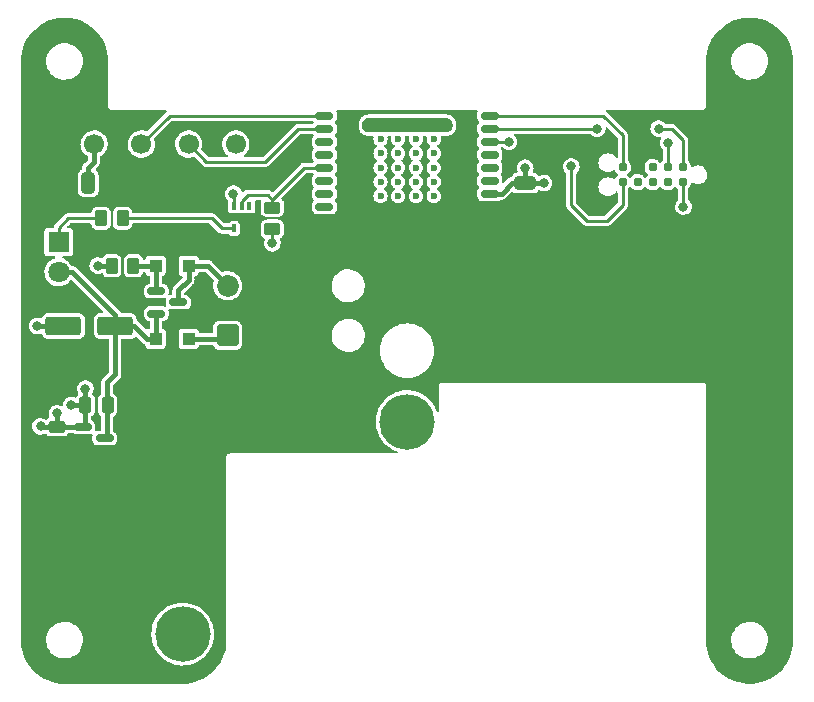
<source format=gbr>
%TF.GenerationSoftware,KiCad,Pcbnew,6.0.0-d3dd2cf0fa~116~ubuntu21.10.1*%
%TF.CreationDate,2022-01-01T15:31:34+02:00*%
%TF.ProjectId,moca-hcho,6d6f6361-2d68-4636-986f-2e6b69636164,v1.0*%
%TF.SameCoordinates,Original*%
%TF.FileFunction,Copper,L1,Top*%
%TF.FilePolarity,Positive*%
%FSLAX46Y46*%
G04 Gerber Fmt 4.6, Leading zero omitted, Abs format (unit mm)*
G04 Created by KiCad (PCBNEW 6.0.0-d3dd2cf0fa~116~ubuntu21.10.1) date 2022-01-01 15:31:34*
%MOMM*%
%LPD*%
G01*
G04 APERTURE LIST*
G04 Aperture macros list*
%AMRoundRect*
0 Rectangle with rounded corners*
0 $1 Rounding radius*
0 $2 $3 $4 $5 $6 $7 $8 $9 X,Y pos of 4 corners*
0 Add a 4 corners polygon primitive as box body*
4,1,4,$2,$3,$4,$5,$6,$7,$8,$9,$2,$3,0*
0 Add four circle primitives for the rounded corners*
1,1,$1+$1,$2,$3*
1,1,$1+$1,$4,$5*
1,1,$1+$1,$6,$7*
1,1,$1+$1,$8,$9*
0 Add four rect primitives between the rounded corners*
20,1,$1+$1,$2,$3,$4,$5,0*
20,1,$1+$1,$4,$5,$6,$7,0*
20,1,$1+$1,$6,$7,$8,$9,0*
20,1,$1+$1,$8,$9,$2,$3,0*%
G04 Aperture macros list end*
%TA.AperFunction,ComponentPad*%
%ADD10RoundRect,0.250000X-0.600000X-0.600000X0.600000X-0.600000X0.600000X0.600000X-0.600000X0.600000X0*%
%TD*%
%TA.AperFunction,ComponentPad*%
%ADD11C,1.700000*%
%TD*%
%TA.AperFunction,SMDPad,CuDef*%
%ADD12RoundRect,0.250000X-0.325000X-0.650000X0.325000X-0.650000X0.325000X0.650000X-0.325000X0.650000X0*%
%TD*%
%TA.AperFunction,SMDPad,CuDef*%
%ADD13RoundRect,0.250000X0.250000X0.475000X-0.250000X0.475000X-0.250000X-0.475000X0.250000X-0.475000X0*%
%TD*%
%TA.AperFunction,ComponentPad*%
%ADD14R,1.800000X1.800000*%
%TD*%
%TA.AperFunction,ComponentPad*%
%ADD15C,1.800000*%
%TD*%
%TA.AperFunction,SMDPad,CuDef*%
%ADD16RoundRect,0.150000X-0.587500X-0.150000X0.587500X-0.150000X0.587500X0.150000X-0.587500X0.150000X0*%
%TD*%
%TA.AperFunction,SMDPad,CuDef*%
%ADD17RoundRect,0.250000X1.250000X0.550000X-1.250000X0.550000X-1.250000X-0.550000X1.250000X-0.550000X0*%
%TD*%
%TA.AperFunction,ConnectorPad*%
%ADD18C,0.787400*%
%TD*%
%TA.AperFunction,SMDPad,CuDef*%
%ADD19RoundRect,0.175000X-0.575000X-0.175000X0.575000X-0.175000X0.575000X0.175000X-0.575000X0.175000X0*%
%TD*%
%TA.AperFunction,SMDPad,CuDef*%
%ADD20C,0.600000*%
%TD*%
%TA.AperFunction,ComponentPad*%
%ADD21RoundRect,0.250000X0.675000X-0.675000X0.675000X0.675000X-0.675000X0.675000X-0.675000X-0.675000X0*%
%TD*%
%TA.AperFunction,ComponentPad*%
%ADD22C,1.850000*%
%TD*%
%TA.AperFunction,SMDPad,CuDef*%
%ADD23RoundRect,0.250000X-0.262500X-0.450000X0.262500X-0.450000X0.262500X0.450000X-0.262500X0.450000X0*%
%TD*%
%TA.AperFunction,SMDPad,CuDef*%
%ADD24R,1.100000X1.100000*%
%TD*%
%TA.AperFunction,SMDPad,CuDef*%
%ADD25RoundRect,0.250000X-0.450000X0.262500X-0.450000X-0.262500X0.450000X-0.262500X0.450000X0.262500X0*%
%TD*%
%TA.AperFunction,ComponentPad*%
%ADD26C,4.700000*%
%TD*%
%TA.AperFunction,SMDPad,CuDef*%
%ADD27RoundRect,0.250000X0.650000X-0.325000X0.650000X0.325000X-0.650000X0.325000X-0.650000X-0.325000X0*%
%TD*%
%TA.AperFunction,SMDPad,CuDef*%
%ADD28RoundRect,0.250000X0.475000X-0.250000X0.475000X0.250000X-0.475000X0.250000X-0.475000X-0.250000X0*%
%TD*%
%TA.AperFunction,SMDPad,CuDef*%
%ADD29RoundRect,0.250000X0.262500X0.450000X-0.262500X0.450000X-0.262500X-0.450000X0.262500X-0.450000X0*%
%TD*%
%TA.AperFunction,SMDPad,CuDef*%
%ADD30R,0.400000X0.650000*%
%TD*%
%TA.AperFunction,ViaPad*%
%ADD31C,0.800000*%
%TD*%
%TA.AperFunction,Conductor*%
%ADD32C,0.400000*%
%TD*%
%TA.AperFunction,Conductor*%
%ADD33C,0.250000*%
%TD*%
G04 APERTURE END LIST*
D10*
%TO.P,J2,1,Pin_1*%
%TO.N,+3V3*%
X69500000Y-82500000D03*
D11*
%TO.P,J2,2,Pin_2*%
%TO.N,GND*%
X73500000Y-82500000D03*
%TO.P,J2,3,Pin_3*%
%TO.N,/SFA30_COPI*%
X77500000Y-82500000D03*
%TO.P,J2,4,Pin_4*%
%TO.N,/SFA30_CIPO*%
X81500000Y-82500000D03*
%TO.P,J2,5,Pin_5*%
%TO.N,unconnected-(J2-Pad5)*%
X85500000Y-82500000D03*
%TD*%
D12*
%TO.P,C5,1*%
%TO.N,+3V3*%
X70050000Y-85800000D03*
%TO.P,C5,2*%
%TO.N,GND*%
X73000000Y-85800000D03*
%TD*%
D13*
%TO.P,C2,1*%
%TO.N,/VIN*%
X74650000Y-104600000D03*
%TO.P,C2,2*%
%TO.N,GND*%
X72750000Y-104600000D03*
%TD*%
D14*
%TO.P,D3,1,K*%
%TO.N,Net-(D3-Pad1)*%
X70500000Y-90800000D03*
D15*
%TO.P,D3,2,A*%
%TO.N,/VIN*%
X70500000Y-93340000D03*
%TD*%
D16*
%TO.P,U2,1,VSS*%
%TO.N,GND*%
X72525000Y-106450000D03*
%TO.P,U2,2,OUT*%
%TO.N,+3V3*%
X72525000Y-108350000D03*
%TO.P,U2,3,VIN*%
%TO.N,/VIN*%
X74400000Y-107400000D03*
%TD*%
D17*
%TO.P,C1,1*%
%TO.N,/VIN*%
X75300000Y-97900000D03*
%TO.P,C1,2*%
%TO.N,GND*%
X70900000Y-97900000D03*
%TD*%
D18*
%TO.P,J3,1,Pin_1*%
%TO.N,/SWDCLK*%
X123340000Y-84465000D03*
%TO.P,J3,2,Pin_2*%
%TO.N,GND*%
X122070000Y-84465000D03*
%TO.P,J3,3,Pin_3*%
%TO.N,unconnected-(J3-Pad3)*%
X120800000Y-84465000D03*
%TO.P,J3,4,Pin_4*%
%TO.N,+3V3*%
X119530000Y-84465000D03*
%TO.P,J3,5,Pin_5*%
%TO.N,/SWDIO*%
X118260000Y-84465000D03*
%TO.P,J3,6,Pin_6*%
%TO.N,/RESET*%
X118260000Y-85735000D03*
%TO.P,J3,7,Pin_7*%
%TO.N,unconnected-(J3-Pad7)*%
X119530000Y-85735000D03*
%TO.P,J3,8,Pin_8*%
%TO.N,unconnected-(J3-Pad8)*%
X120800000Y-85735000D03*
%TO.P,J3,9,Pin_9*%
%TO.N,unconnected-(J3-Pad9)*%
X122070000Y-85735000D03*
%TO.P,J3,10,Pin_10*%
%TO.N,GND*%
X123340000Y-85735000D03*
%TD*%
D19*
%TO.P,U1,1,P26/SDA*%
%TO.N,/SFA30_COPI*%
X93000000Y-80100000D03*
%TO.P,U1,2,P27/SCL*%
%TO.N,/SFA30_CIPO*%
X93000000Y-81200000D03*
%TO.P,U1,3,P00/XL1*%
%TO.N,unconnected-(U1-Pad3)*%
X93000000Y-82300000D03*
%TO.P,U1,4,P01/XL2*%
%TO.N,unconnected-(U1-Pad4)*%
X93000000Y-83400000D03*
%TO.P,U1,5,P02/AIN0*%
%TO.N,/~{LED_EN}*%
X93000000Y-84500000D03*
%TO.P,U1,6,P03/AIN1*%
%TO.N,unconnected-(U1-Pad6)*%
X93000000Y-85600000D03*
%TO.P,U1,7,P09/NFC1*%
%TO.N,unconnected-(U1-Pad7)*%
X93000000Y-86700000D03*
%TO.P,U1,8,P10/NFC2*%
%TO.N,unconnected-(U1-Pad8)*%
X93000000Y-87800000D03*
%TO.P,U1,9,VDD*%
%TO.N,+3V3*%
X107000000Y-87800000D03*
%TO.P,U1,10,GND*%
%TO.N,GND*%
X107000000Y-86700000D03*
%TO.P,U1,11,P13*%
%TO.N,unconnected-(U1-Pad11)*%
X107000000Y-85600000D03*
%TO.P,U1,12,P18*%
%TO.N,unconnected-(U1-Pad12)*%
X107000000Y-84500000D03*
%TO.P,U1,13,P20*%
%TO.N,unconnected-(U1-Pad13)*%
X107000000Y-83400000D03*
%TO.P,U1,14,P21/RESET*%
%TO.N,/RESET*%
X107000000Y-82300000D03*
%TO.P,U1,15,SWDCLK*%
%TO.N,/SWDCLK*%
X107000000Y-81200000D03*
%TO.P,U1,16,SWDIO*%
%TO.N,/SWDIO*%
X107000000Y-80100000D03*
D20*
%TO.P,U1,A0,GND*%
%TO.N,GND*%
X97750000Y-80900000D03*
%TO.P,U1,A1,P28*%
%TO.N,unconnected-(U1-PadA1)*%
X97750000Y-82100000D03*
%TO.P,U1,A2,P29*%
%TO.N,unconnected-(U1-PadA2)*%
X97750000Y-83300000D03*
%TO.P,U1,A3,P04*%
%TO.N,unconnected-(U1-PadA3)*%
X97750000Y-84500000D03*
%TO.P,U1,A4,P05*%
%TO.N,unconnected-(U1-PadA4)*%
X97750000Y-85700000D03*
%TO.P,U1,A5,P07*%
%TO.N,unconnected-(U1-PadA5)*%
X97750000Y-86900000D03*
%TO.P,U1,B0,GND*%
%TO.N,GND*%
X99250000Y-80900000D03*
%TO.P,U1,B1,P25*%
%TO.N,unconnected-(U1-PadB1)*%
X99250000Y-82100000D03*
%TO.P,U1,B2,P30*%
%TO.N,unconnected-(U1-PadB2)*%
X99250000Y-83300000D03*
%TO.P,U1,B3,P31*%
%TO.N,unconnected-(U1-PadB3)*%
X99250000Y-84500000D03*
%TO.P,U1,B4,P06*%
%TO.N,unconnected-(U1-PadB4)*%
X99250000Y-85700000D03*
%TO.P,U1,B5,P08*%
%TO.N,unconnected-(U1-PadB5)*%
X99250000Y-86900000D03*
%TO.P,U1,C0,GND*%
%TO.N,GND*%
X100750000Y-80900000D03*
%TO.P,U1,C1,P24*%
%TO.N,unconnected-(U1-PadC1)*%
X100750000Y-82100000D03*
%TO.P,U1,C2,P22*%
%TO.N,unconnected-(U1-PadC2)*%
X100750000Y-83300000D03*
%TO.P,U1,C3,P17*%
%TO.N,unconnected-(U1-PadC3)*%
X100750000Y-84500000D03*
%TO.P,U1,C4,P15*%
%TO.N,unconnected-(U1-PadC4)*%
X100750000Y-85700000D03*
%TO.P,U1,C5,P12*%
%TO.N,unconnected-(U1-PadC5)*%
X100750000Y-86900000D03*
%TO.P,U1,D0,GND*%
%TO.N,GND*%
X102250000Y-80900000D03*
%TO.P,U1,D1,P23*%
%TO.N,unconnected-(U1-PadD1)*%
X102250000Y-82100000D03*
%TO.P,U1,D2,P19*%
%TO.N,unconnected-(U1-PadD2)*%
X102250000Y-83300000D03*
%TO.P,U1,D3,P16*%
%TO.N,unconnected-(U1-PadD3)*%
X102250000Y-84500000D03*
%TO.P,U1,D4,P14*%
%TO.N,unconnected-(U1-PadD4)*%
X102250000Y-85700000D03*
%TO.P,U1,D5,P11*%
%TO.N,unconnected-(U1-PadD5)*%
X102250000Y-86900000D03*
%TD*%
D21*
%TO.P,J1,1,Pin_1*%
%TO.N,GND*%
X84810000Y-98700000D03*
D22*
%TO.P,J1,2,Pin_2*%
%TO.N,Net-(D1-Pad2)*%
X84810000Y-94500000D03*
%TD*%
D23*
%TO.P,R3,1*%
%TO.N,Net-(D3-Pad1)*%
X74087500Y-88800000D03*
%TO.P,R3,2*%
%TO.N,Net-(R3-Pad2)*%
X75912500Y-88800000D03*
%TD*%
D24*
%TO.P,D2,1,A1*%
%TO.N,GND*%
X81500000Y-99000000D03*
%TO.P,D2,2,A2*%
%TO.N,/VIN*%
X78700000Y-99000000D03*
%TD*%
D25*
%TO.P,R2,1*%
%TO.N,/~{LED_EN}*%
X88600000Y-87875000D03*
%TO.P,R2,2*%
%TO.N,GND*%
X88600000Y-89700000D03*
%TD*%
D26*
%TO.P,H5,1,1*%
%TO.N,GND*%
X81000000Y-124000000D03*
%TD*%
D16*
%TO.P,Q1,1,G*%
%TO.N,Net-(D1-Pad1)*%
X78762500Y-94950000D03*
%TO.P,Q1,2,S*%
%TO.N,/VIN*%
X78762500Y-96850000D03*
%TO.P,Q1,3,D*%
%TO.N,Net-(D1-Pad2)*%
X80637500Y-95900000D03*
%TD*%
D27*
%TO.P,C4,1*%
%TO.N,+3V3*%
X110000000Y-88750000D03*
%TO.P,C4,2*%
%TO.N,GND*%
X110000000Y-85800000D03*
%TD*%
D24*
%TO.P,D1,1,A1*%
%TO.N,Net-(D1-Pad1)*%
X78700000Y-92800000D03*
%TO.P,D1,2,A2*%
%TO.N,Net-(D1-Pad2)*%
X81500000Y-92800000D03*
%TD*%
D28*
%TO.P,C3,1*%
%TO.N,+3V3*%
X70362500Y-108350000D03*
%TO.P,C3,2*%
%TO.N,GND*%
X70362500Y-106450000D03*
%TD*%
D26*
%TO.P,H6,1,1*%
%TO.N,GND*%
X100000000Y-106000000D03*
%TD*%
D29*
%TO.P,R1,1*%
%TO.N,Net-(D1-Pad1)*%
X76825000Y-92800000D03*
%TO.P,R1,2*%
%TO.N,GND*%
X75000000Y-92800000D03*
%TD*%
D30*
%TO.P,U3,1*%
%TO.N,N/C*%
X86650000Y-87750000D03*
%TO.P,U3,2*%
%TO.N,/~{LED_EN}*%
X86000000Y-87750000D03*
%TO.P,U3,3,GND*%
%TO.N,GND*%
X85350000Y-87750000D03*
%TO.P,U3,4*%
%TO.N,Net-(R3-Pad2)*%
X85350000Y-89650000D03*
%TO.P,U3,5,VCC*%
%TO.N,+3V3*%
X86650000Y-89650000D03*
%TD*%
D31*
%TO.N,GND*%
X122100000Y-82400000D03*
X110000000Y-84500000D03*
X103400000Y-80900000D03*
X71562500Y-104600000D03*
X72762500Y-103200000D03*
X73800000Y-92800000D03*
X123400000Y-87800000D03*
X68962500Y-106400000D03*
X96600000Y-80900000D03*
X85300000Y-86700000D03*
X68700000Y-97900000D03*
X88600000Y-90900000D03*
X111600000Y-85800000D03*
X70362500Y-105300000D03*
%TO.N,/RESET*%
X108600000Y-82300000D03*
X113900000Y-84400000D03*
%TO.N,/SWDCLK*%
X121300000Y-81200000D03*
X116100000Y-81200000D03*
%TD*%
D32*
%TO.N,/VIN*%
X70500000Y-93340000D02*
X71640000Y-93340000D01*
X78000000Y-99000000D02*
X76900000Y-97900000D01*
X78762500Y-96850000D02*
X78762500Y-98937500D01*
X75300000Y-102000000D02*
X74612500Y-102687500D01*
X74612500Y-102687500D02*
X74612500Y-104600000D01*
X74612500Y-104600000D02*
X74612500Y-107187500D01*
X75300000Y-97900000D02*
X75300000Y-102000000D01*
X76900000Y-97900000D02*
X75300000Y-97900000D01*
X75300000Y-97000000D02*
X75300000Y-97900000D01*
X78762500Y-98937500D02*
X78700000Y-99000000D01*
X78700000Y-99000000D02*
X78000000Y-99000000D01*
X71640000Y-93340000D02*
X75300000Y-97000000D01*
X74612500Y-107187500D02*
X74400000Y-107400000D01*
%TO.N,GND*%
X72525000Y-106450000D02*
X70362500Y-106450000D01*
X72712500Y-106262500D02*
X72525000Y-106450000D01*
X72712500Y-104600000D02*
X72712500Y-103250000D01*
D33*
X123340000Y-85735000D02*
X123340000Y-87740000D01*
D32*
X81500000Y-99000000D02*
X84010000Y-99000000D01*
X70900000Y-97900000D02*
X68700000Y-97900000D01*
D33*
X88600000Y-89700000D02*
X88600000Y-90900000D01*
D32*
X110000000Y-85800000D02*
X110000000Y-84500000D01*
X69012500Y-106450000D02*
X68962500Y-106400000D01*
X84010000Y-99000000D02*
X84310000Y-98700000D01*
D33*
X123340000Y-87740000D02*
X123400000Y-87800000D01*
D32*
X73500000Y-84000000D02*
X73500000Y-82500000D01*
X72712500Y-103250000D02*
X72762500Y-103200000D01*
X73000000Y-85800000D02*
X73000000Y-84500000D01*
X72712500Y-104600000D02*
X72712500Y-106262500D01*
X70362500Y-106450000D02*
X69012500Y-106450000D01*
X73000000Y-84500000D02*
X73500000Y-84000000D01*
D33*
X85350000Y-87750000D02*
X85350000Y-86750000D01*
D32*
X107000000Y-86700000D02*
X108000000Y-86700000D01*
D33*
X122070000Y-84465000D02*
X122070000Y-82430000D01*
D32*
X72712500Y-104600000D02*
X71562500Y-104600000D01*
D33*
X85350000Y-86750000D02*
X85300000Y-86700000D01*
D32*
X70362500Y-106450000D02*
X70362500Y-105300000D01*
D33*
X122070000Y-82430000D02*
X122100000Y-82400000D01*
D32*
X108900000Y-85800000D02*
X110000000Y-85800000D01*
X108000000Y-86700000D02*
X108900000Y-85800000D01*
X75000000Y-92800000D02*
X73800000Y-92800000D01*
X110000000Y-85800000D02*
X111600000Y-85800000D01*
%TO.N,Net-(D1-Pad1)*%
X78762500Y-92862500D02*
X78700000Y-92800000D01*
X78700000Y-92800000D02*
X76825000Y-92800000D01*
X78762500Y-94950000D02*
X78762500Y-92862500D01*
%TO.N,Net-(D1-Pad2)*%
X81500000Y-92800000D02*
X81500000Y-94000000D01*
X81500000Y-92800000D02*
X83110000Y-92800000D01*
X83110000Y-92800000D02*
X84810000Y-94500000D01*
X81500000Y-94000000D02*
X80637500Y-94862500D01*
X80637500Y-94862500D02*
X80637500Y-95900000D01*
D33*
%TO.N,/SFA30_COPI*%
X79900000Y-80100000D02*
X77500000Y-82500000D01*
X93000000Y-80100000D02*
X79900000Y-80100000D01*
%TO.N,/SFA30_CIPO*%
X90800000Y-81200000D02*
X88000000Y-84000000D01*
X93000000Y-81200000D02*
X90800000Y-81200000D01*
X88000000Y-84000000D02*
X83000000Y-84000000D01*
X83000000Y-84000000D02*
X81500000Y-82500000D01*
D32*
%TO.N,+3V3*%
X108950000Y-88750000D02*
X110000000Y-88750000D01*
X107000000Y-87800000D02*
X108000000Y-87800000D01*
X70050000Y-84450000D02*
X70050000Y-85800000D01*
X108000000Y-87800000D02*
X108950000Y-88750000D01*
X69500000Y-83900000D02*
X70050000Y-84450000D01*
X69500000Y-82500000D02*
X69500000Y-83900000D01*
X72525000Y-108350000D02*
X70362500Y-108350000D01*
D33*
%TO.N,/SWDIO*%
X118260000Y-81760000D02*
X118260000Y-84465000D01*
X116600000Y-80100000D02*
X118260000Y-81760000D01*
X107000000Y-80100000D02*
X116600000Y-80100000D01*
%TO.N,/RESET*%
X116900000Y-89000000D02*
X115200000Y-89000000D01*
X113900000Y-87700000D02*
X113900000Y-84400000D01*
X114100000Y-87900000D02*
X113900000Y-87700000D01*
X115200000Y-89000000D02*
X114100000Y-87900000D01*
X118260000Y-85735000D02*
X118260000Y-87640000D01*
X108600000Y-82300000D02*
X107000000Y-82300000D01*
X118260000Y-87640000D02*
X116900000Y-89000000D01*
%TO.N,/SWDCLK*%
X123340000Y-82140000D02*
X123340000Y-84465000D01*
X122400000Y-81200000D02*
X123340000Y-82140000D01*
X121300000Y-81200000D02*
X122400000Y-81200000D01*
X107000000Y-81200000D02*
X116100000Y-81200000D01*
%TO.N,Net-(D3-Pad1)*%
X71300000Y-88800000D02*
X74087500Y-88800000D01*
X70500000Y-90800000D02*
X70500000Y-89600000D01*
X70500000Y-89600000D02*
X71300000Y-88800000D01*
%TO.N,/~{LED_EN}*%
X88200000Y-86800000D02*
X86500000Y-86800000D01*
X88600000Y-87200000D02*
X88200000Y-86800000D01*
X88600000Y-87200000D02*
X91300000Y-84500000D01*
X86000000Y-87300000D02*
X86000000Y-87750000D01*
X86500000Y-86800000D02*
X86000000Y-87300000D01*
X88600000Y-87875000D02*
X88600000Y-87200000D01*
X93000000Y-84500000D02*
X91300000Y-84500000D01*
%TO.N,Net-(R3-Pad2)*%
X84300000Y-89650000D02*
X83450000Y-88800000D01*
X83450000Y-88800000D02*
X75912500Y-88800000D01*
X85350000Y-89650000D02*
X84300000Y-89650000D01*
%TD*%
%TA.AperFunction,Conductor*%
%TO.N,GND*%
G36*
X103356434Y-80300847D02*
G01*
X103466487Y-80315336D01*
X103491451Y-80322025D01*
X103587957Y-80361999D01*
X103610339Y-80374921D01*
X103693213Y-80438513D01*
X103711487Y-80456787D01*
X103775079Y-80539661D01*
X103788001Y-80562043D01*
X103827975Y-80658549D01*
X103834664Y-80683513D01*
X103849153Y-80793566D01*
X103850000Y-80806488D01*
X103850000Y-80993512D01*
X103849153Y-81006434D01*
X103834664Y-81116487D01*
X103827975Y-81141451D01*
X103788001Y-81237957D01*
X103775079Y-81260339D01*
X103711487Y-81343213D01*
X103693213Y-81361487D01*
X103610339Y-81425079D01*
X103587957Y-81438001D01*
X103491451Y-81477975D01*
X103466487Y-81484664D01*
X103356434Y-81499153D01*
X103343512Y-81500000D01*
X102299647Y-81500000D01*
X102286726Y-81499153D01*
X102250000Y-81494318D01*
X102213274Y-81499153D01*
X102200353Y-81500000D01*
X100799647Y-81500000D01*
X100786726Y-81499153D01*
X100750000Y-81494318D01*
X100713274Y-81499153D01*
X100700353Y-81500000D01*
X99299647Y-81500000D01*
X99286726Y-81499153D01*
X99250000Y-81494318D01*
X99213274Y-81499153D01*
X99200353Y-81500000D01*
X97799647Y-81500000D01*
X97786726Y-81499153D01*
X97750000Y-81494318D01*
X97713274Y-81499153D01*
X97700353Y-81500000D01*
X96706488Y-81500000D01*
X96693566Y-81499153D01*
X96583513Y-81484664D01*
X96558549Y-81477975D01*
X96462043Y-81438001D01*
X96439661Y-81425079D01*
X96356787Y-81361487D01*
X96338513Y-81343213D01*
X96274921Y-81260339D01*
X96261999Y-81237957D01*
X96222025Y-81141451D01*
X96215336Y-81116487D01*
X96200847Y-81006434D01*
X96200000Y-80993512D01*
X96200000Y-80806488D01*
X96200847Y-80793566D01*
X96215336Y-80683513D01*
X96222025Y-80658549D01*
X96261999Y-80562043D01*
X96274921Y-80539661D01*
X96338513Y-80456787D01*
X96356787Y-80438513D01*
X96439661Y-80374921D01*
X96462043Y-80361999D01*
X96558549Y-80322025D01*
X96583513Y-80315336D01*
X96693566Y-80300847D01*
X96706488Y-80300000D01*
X103343512Y-80300000D01*
X103356434Y-80300847D01*
G37*
%TD.AperFunction*%
%TD*%
%TA.AperFunction,Conductor*%
%TO.N,+3V3*%
G36*
X71192397Y-71805257D02*
G01*
X71244866Y-71810592D01*
X71555298Y-71842160D01*
X71565195Y-71843677D01*
X71922496Y-71917104D01*
X71932194Y-71919615D01*
X72280248Y-72028817D01*
X72289636Y-72032294D01*
X72624851Y-72176146D01*
X72633846Y-72180559D01*
X72737326Y-72237994D01*
X72952777Y-72357580D01*
X72961284Y-72362881D01*
X73260683Y-72571270D01*
X73268599Y-72577398D01*
X73545372Y-72815000D01*
X73552627Y-72821895D01*
X73803947Y-73086284D01*
X73810477Y-73093890D01*
X74033761Y-73382350D01*
X74039478Y-73390565D01*
X74232425Y-73700120D01*
X74237290Y-73708885D01*
X74392617Y-74025537D01*
X74397937Y-74036383D01*
X74401882Y-74045575D01*
X74528574Y-74387656D01*
X74531571Y-74397207D01*
X74618166Y-74731652D01*
X74623005Y-74750343D01*
X74625023Y-74760167D01*
X74680255Y-75120710D01*
X74681270Y-75130687D01*
X74698399Y-75468437D01*
X74697022Y-75490640D01*
X74695372Y-75500000D01*
X74696876Y-75508530D01*
X74698496Y-75517717D01*
X74700000Y-75534908D01*
X74700000Y-79244383D01*
X74699527Y-79254045D01*
X74698802Y-79261441D01*
X74696260Y-79270218D01*
X74697048Y-79279319D01*
X74697048Y-79279321D01*
X74699631Y-79309141D01*
X74700000Y-79317683D01*
X74700000Y-79327905D01*
X74700834Y-79332383D01*
X74700835Y-79332394D01*
X74701461Y-79335754D01*
X74702766Y-79345336D01*
X74705903Y-79381560D01*
X74709917Y-79389771D01*
X74711485Y-79395425D01*
X74713592Y-79400884D01*
X74715265Y-79409870D01*
X74720062Y-79417652D01*
X74734352Y-79440835D01*
X74739018Y-79449306D01*
X74749028Y-79469783D01*
X74754983Y-79481966D01*
X74761682Y-79488180D01*
X74765175Y-79492883D01*
X74769114Y-79497227D01*
X74773909Y-79505007D01*
X74781184Y-79510539D01*
X74802855Y-79527018D01*
X74810259Y-79533242D01*
X74836917Y-79557971D01*
X74845406Y-79561358D01*
X74850357Y-79564488D01*
X74855592Y-79567121D01*
X74862869Y-79572654D01*
X74888023Y-79579938D01*
X74897789Y-79582766D01*
X74906938Y-79585907D01*
X74940720Y-79599385D01*
X74946993Y-79600000D01*
X74947931Y-79600000D01*
X74952300Y-79600732D01*
X74952342Y-79600306D01*
X74961441Y-79601198D01*
X74970218Y-79603740D01*
X74979319Y-79602952D01*
X74979321Y-79602952D01*
X75009141Y-79600369D01*
X75017683Y-79600000D01*
X79559244Y-79600000D01*
X79617435Y-79618907D01*
X79653399Y-79668407D01*
X79653399Y-79729593D01*
X79629248Y-79769004D01*
X78001469Y-81396783D01*
X77946952Y-81424560D01*
X77894783Y-81418731D01*
X77828160Y-81392152D01*
X77620775Y-81350901D01*
X77516599Y-81349537D01*
X77413886Y-81348192D01*
X77413881Y-81348192D01*
X77409346Y-81348133D01*
X77404873Y-81348902D01*
X77404868Y-81348902D01*
X77301601Y-81366647D01*
X77200953Y-81383941D01*
X77002575Y-81457127D01*
X76998676Y-81459446D01*
X76998671Y-81459449D01*
X76824762Y-81562914D01*
X76820856Y-81565238D01*
X76817441Y-81568233D01*
X76817438Y-81568235D01*
X76717213Y-81656130D01*
X76661881Y-81704655D01*
X76659073Y-81708217D01*
X76536321Y-81863928D01*
X76530976Y-81870708D01*
X76528862Y-81874726D01*
X76448213Y-82028015D01*
X76432523Y-82057836D01*
X76426472Y-82077323D01*
X76378932Y-82230429D01*
X76369820Y-82259773D01*
X76369286Y-82264283D01*
X76369286Y-82264284D01*
X76354098Y-82392611D01*
X76344967Y-82469754D01*
X76348436Y-82522677D01*
X76358215Y-82671882D01*
X76358796Y-82680749D01*
X76359912Y-82685142D01*
X76359912Y-82685144D01*
X76407569Y-82872790D01*
X76410845Y-82885690D01*
X76412747Y-82889815D01*
X76412747Y-82889816D01*
X76476965Y-83029115D01*
X76499369Y-83077714D01*
X76621405Y-83250391D01*
X76772865Y-83397937D01*
X76776638Y-83400458D01*
X76944899Y-83512887D01*
X76944902Y-83512889D01*
X76948677Y-83515411D01*
X77042204Y-83555593D01*
X77138774Y-83597083D01*
X77138778Y-83597084D01*
X77142953Y-83598878D01*
X77147387Y-83599881D01*
X77147386Y-83599881D01*
X77344760Y-83644543D01*
X77344765Y-83644544D01*
X77349186Y-83645544D01*
X77454828Y-83649695D01*
X77555937Y-83653668D01*
X77555938Y-83653668D01*
X77560470Y-83653846D01*
X77769730Y-83623504D01*
X77774029Y-83622045D01*
X77774032Y-83622044D01*
X77965654Y-83556997D01*
X77969955Y-83555537D01*
X77987871Y-83545504D01*
X78062199Y-83503878D01*
X78154442Y-83452219D01*
X78317012Y-83317012D01*
X78452219Y-83154442D01*
X78537767Y-83001685D01*
X78553319Y-82973916D01*
X78553320Y-82973914D01*
X78555537Y-82969955D01*
X78582532Y-82890429D01*
X78622044Y-82774032D01*
X78622045Y-82774029D01*
X78623504Y-82769730D01*
X78645003Y-82621458D01*
X78653426Y-82563369D01*
X78653426Y-82563363D01*
X78653846Y-82560470D01*
X78654836Y-82522677D01*
X78655353Y-82502914D01*
X78655353Y-82502909D01*
X78655429Y-82500000D01*
X78653834Y-82482634D01*
X78636496Y-82293960D01*
X78636081Y-82289440D01*
X78580606Y-82092739D01*
X78583008Y-82031601D01*
X78605885Y-81995863D01*
X80047252Y-80554496D01*
X80101769Y-80526719D01*
X80117256Y-80525500D01*
X91968949Y-80525500D01*
X92027140Y-80544407D01*
X92048170Y-80565128D01*
X92067281Y-80590628D01*
X92087049Y-80648532D01*
X92067281Y-80709372D01*
X92048170Y-80734872D01*
X91998142Y-80770098D01*
X91968949Y-80774500D01*
X90732607Y-80774500D01*
X90725202Y-80776906D01*
X90725196Y-80776907D01*
X90707767Y-80782570D01*
X90692665Y-80786196D01*
X90677064Y-80788667D01*
X90666874Y-80790281D01*
X90643598Y-80802140D01*
X90629256Y-80808081D01*
X90604419Y-80816151D01*
X90583285Y-80831506D01*
X90570056Y-80839612D01*
X90546780Y-80851472D01*
X87852748Y-83545504D01*
X87798231Y-83573281D01*
X87782744Y-83574500D01*
X86281274Y-83574500D01*
X86223083Y-83555593D01*
X86187119Y-83506093D01*
X86187119Y-83444907D01*
X86217970Y-83399385D01*
X86313513Y-83319923D01*
X86313519Y-83319917D01*
X86317012Y-83317012D01*
X86452219Y-83154442D01*
X86537767Y-83001685D01*
X86553319Y-82973916D01*
X86553320Y-82973914D01*
X86555537Y-82969955D01*
X86582532Y-82890429D01*
X86622044Y-82774032D01*
X86622045Y-82774029D01*
X86623504Y-82769730D01*
X86645003Y-82621458D01*
X86653426Y-82563369D01*
X86653426Y-82563363D01*
X86653846Y-82560470D01*
X86654836Y-82522677D01*
X86655353Y-82502914D01*
X86655353Y-82502909D01*
X86655429Y-82500000D01*
X86653834Y-82482634D01*
X86636496Y-82293960D01*
X86636081Y-82289440D01*
X86617770Y-82224513D01*
X86579920Y-82090306D01*
X86579920Y-82090305D01*
X86578686Y-82085931D01*
X86574443Y-82077326D01*
X86487872Y-81901779D01*
X86485165Y-81896290D01*
X86388791Y-81767229D01*
X86361367Y-81730504D01*
X86361366Y-81730503D01*
X86358651Y-81726867D01*
X86203381Y-81583337D01*
X86189655Y-81574676D01*
X86028391Y-81472926D01*
X86024554Y-81470505D01*
X85828160Y-81392152D01*
X85620775Y-81350901D01*
X85516599Y-81349537D01*
X85413886Y-81348192D01*
X85413881Y-81348192D01*
X85409346Y-81348133D01*
X85404873Y-81348902D01*
X85404868Y-81348902D01*
X85301601Y-81366647D01*
X85200953Y-81383941D01*
X85002575Y-81457127D01*
X84998676Y-81459446D01*
X84998671Y-81459449D01*
X84824762Y-81562914D01*
X84820856Y-81565238D01*
X84817441Y-81568233D01*
X84817438Y-81568235D01*
X84717213Y-81656130D01*
X84661881Y-81704655D01*
X84659073Y-81708217D01*
X84536321Y-81863928D01*
X84530976Y-81870708D01*
X84528862Y-81874726D01*
X84448213Y-82028015D01*
X84432523Y-82057836D01*
X84426472Y-82077323D01*
X84378932Y-82230429D01*
X84369820Y-82259773D01*
X84369286Y-82264283D01*
X84369286Y-82264284D01*
X84354098Y-82392611D01*
X84344967Y-82469754D01*
X84348436Y-82522677D01*
X84358215Y-82671882D01*
X84358796Y-82680749D01*
X84359912Y-82685142D01*
X84359912Y-82685144D01*
X84407569Y-82872790D01*
X84410845Y-82885690D01*
X84412747Y-82889815D01*
X84412747Y-82889816D01*
X84476965Y-83029115D01*
X84499369Y-83077714D01*
X84621405Y-83250391D01*
X84772865Y-83397937D01*
X84774678Y-83399148D01*
X84807621Y-83449876D01*
X84804420Y-83510977D01*
X84765915Y-83558528D01*
X84711995Y-83574500D01*
X83217256Y-83574500D01*
X83159065Y-83555593D01*
X83147252Y-83545504D01*
X82603165Y-83001417D01*
X82575388Y-82946900D01*
X82579423Y-82899591D01*
X82622044Y-82774032D01*
X82622045Y-82774029D01*
X82623504Y-82769730D01*
X82645003Y-82621458D01*
X82653426Y-82563369D01*
X82653426Y-82563363D01*
X82653846Y-82560470D01*
X82654836Y-82522677D01*
X82655353Y-82502914D01*
X82655353Y-82502909D01*
X82655429Y-82500000D01*
X82653834Y-82482634D01*
X82636496Y-82293960D01*
X82636081Y-82289440D01*
X82617770Y-82224513D01*
X82579920Y-82090306D01*
X82579920Y-82090305D01*
X82578686Y-82085931D01*
X82574443Y-82077326D01*
X82487872Y-81901779D01*
X82485165Y-81896290D01*
X82388791Y-81767229D01*
X82361367Y-81730504D01*
X82361366Y-81730503D01*
X82358651Y-81726867D01*
X82203381Y-81583337D01*
X82189655Y-81574676D01*
X82028391Y-81472926D01*
X82024554Y-81470505D01*
X81828160Y-81392152D01*
X81620775Y-81350901D01*
X81516599Y-81349537D01*
X81413886Y-81348192D01*
X81413881Y-81348192D01*
X81409346Y-81348133D01*
X81404873Y-81348902D01*
X81404868Y-81348902D01*
X81301601Y-81366647D01*
X81200953Y-81383941D01*
X81002575Y-81457127D01*
X80998676Y-81459446D01*
X80998671Y-81459449D01*
X80824762Y-81562914D01*
X80820856Y-81565238D01*
X80817441Y-81568233D01*
X80817438Y-81568235D01*
X80717213Y-81656130D01*
X80661881Y-81704655D01*
X80659073Y-81708217D01*
X80536321Y-81863928D01*
X80530976Y-81870708D01*
X80528862Y-81874726D01*
X80448213Y-82028015D01*
X80432523Y-82057836D01*
X80426472Y-82077323D01*
X80378932Y-82230429D01*
X80369820Y-82259773D01*
X80369286Y-82264283D01*
X80369286Y-82264284D01*
X80354098Y-82392611D01*
X80344967Y-82469754D01*
X80348436Y-82522677D01*
X80358215Y-82671882D01*
X80358796Y-82680749D01*
X80359912Y-82685142D01*
X80359912Y-82685144D01*
X80407569Y-82872790D01*
X80410845Y-82885690D01*
X80412747Y-82889815D01*
X80412747Y-82889816D01*
X80476965Y-83029115D01*
X80499369Y-83077714D01*
X80621405Y-83250391D01*
X80772865Y-83397937D01*
X80776638Y-83400458D01*
X80944899Y-83512887D01*
X80944902Y-83512889D01*
X80948677Y-83515411D01*
X81042204Y-83555593D01*
X81138774Y-83597083D01*
X81138778Y-83597084D01*
X81142953Y-83598878D01*
X81147387Y-83599881D01*
X81147386Y-83599881D01*
X81344760Y-83644543D01*
X81344765Y-83644544D01*
X81349186Y-83645544D01*
X81454828Y-83649695D01*
X81555937Y-83653668D01*
X81555938Y-83653668D01*
X81560470Y-83653846D01*
X81769730Y-83623504D01*
X81774029Y-83622045D01*
X81774032Y-83622044D01*
X81899591Y-83579423D01*
X81960771Y-83578622D01*
X82001417Y-83603165D01*
X82746780Y-84348528D01*
X82770056Y-84360388D01*
X82783285Y-84368494D01*
X82804419Y-84383849D01*
X82829256Y-84391919D01*
X82843598Y-84397860D01*
X82866874Y-84409719D01*
X82874570Y-84410938D01*
X82892665Y-84413804D01*
X82907767Y-84417430D01*
X82925196Y-84423093D01*
X82925202Y-84423094D01*
X82932607Y-84425500D01*
X88067393Y-84425500D01*
X88074798Y-84423094D01*
X88074804Y-84423093D01*
X88092233Y-84417430D01*
X88107335Y-84413804D01*
X88125430Y-84410938D01*
X88133126Y-84409719D01*
X88156402Y-84397860D01*
X88170744Y-84391919D01*
X88195581Y-84383849D01*
X88216715Y-84368494D01*
X88229944Y-84360388D01*
X88253220Y-84348528D01*
X90947252Y-81654496D01*
X91001769Y-81626719D01*
X91017256Y-81625500D01*
X91968949Y-81625500D01*
X92027140Y-81644407D01*
X92048170Y-81665128D01*
X92067281Y-81690628D01*
X92087049Y-81748532D01*
X92067281Y-81809373D01*
X92003628Y-81894305D01*
X91955816Y-82021843D01*
X91955146Y-82028013D01*
X91955146Y-82028015D01*
X91949500Y-82079985D01*
X91949501Y-82520014D01*
X91955816Y-82578157D01*
X92003628Y-82705695D01*
X92039729Y-82753864D01*
X92067281Y-82790627D01*
X92087049Y-82848531D01*
X92067281Y-82909373D01*
X92003628Y-82994305D01*
X91955816Y-83121843D01*
X91955146Y-83128013D01*
X91955146Y-83128015D01*
X91949500Y-83179985D01*
X91949501Y-83620014D01*
X91955816Y-83678157D01*
X91957995Y-83683969D01*
X91957995Y-83683970D01*
X91963974Y-83699919D01*
X92003628Y-83805695D01*
X92062228Y-83883885D01*
X92067281Y-83890627D01*
X92087049Y-83948531D01*
X92067281Y-84009372D01*
X92048170Y-84034872D01*
X91998142Y-84070098D01*
X91968949Y-84074500D01*
X91232607Y-84074500D01*
X91207764Y-84082572D01*
X91192665Y-84086196D01*
X91166874Y-84090281D01*
X91159934Y-84093817D01*
X91159931Y-84093818D01*
X91143608Y-84102135D01*
X91129259Y-84108078D01*
X91111833Y-84113740D01*
X91111827Y-84113743D01*
X91104419Y-84116150D01*
X91098116Y-84120729D01*
X91098115Y-84120730D01*
X91083292Y-84131500D01*
X91070045Y-84139618D01*
X91053719Y-84147936D01*
X91053717Y-84147938D01*
X91046780Y-84151472D01*
X88670004Y-86528248D01*
X88615487Y-86556025D01*
X88555055Y-86546454D01*
X88529996Y-86528248D01*
X88453220Y-86451472D01*
X88429944Y-86439612D01*
X88416715Y-86431506D01*
X88395581Y-86416151D01*
X88370744Y-86408081D01*
X88356402Y-86402140D01*
X88333126Y-86390281D01*
X88325430Y-86389062D01*
X88307335Y-86386196D01*
X88292233Y-86382570D01*
X88274804Y-86376907D01*
X88274798Y-86376906D01*
X88267393Y-86374500D01*
X86432607Y-86374500D01*
X86407764Y-86382572D01*
X86392665Y-86386196D01*
X86382873Y-86387747D01*
X86366874Y-86390281D01*
X86359934Y-86393817D01*
X86359931Y-86393818D01*
X86343608Y-86402135D01*
X86329259Y-86408078D01*
X86311833Y-86413740D01*
X86311827Y-86413743D01*
X86304419Y-86416150D01*
X86298116Y-86420729D01*
X86298115Y-86420730D01*
X86283292Y-86431500D01*
X86270045Y-86439618D01*
X86253719Y-86447936D01*
X86253718Y-86447937D01*
X86246780Y-86451472D01*
X86143411Y-86554841D01*
X86088894Y-86582618D01*
X86028462Y-86573047D01*
X85985197Y-86529782D01*
X85980802Y-86519841D01*
X85925345Y-86373077D01*
X85904650Y-86342965D01*
X85832692Y-86238267D01*
X85829312Y-86233349D01*
X85702721Y-86120560D01*
X85696797Y-86117423D01*
X85610799Y-86071890D01*
X85552881Y-86041224D01*
X85461252Y-86018208D01*
X85394231Y-86001373D01*
X85394228Y-86001373D01*
X85388441Y-85999919D01*
X85302841Y-85999471D01*
X85224861Y-85999062D01*
X85224859Y-85999062D01*
X85218895Y-85999031D01*
X85213099Y-86000423D01*
X85213095Y-86000423D01*
X85105703Y-86026207D01*
X85054032Y-86038612D01*
X85027173Y-86052475D01*
X84908675Y-86113636D01*
X84908673Y-86113638D01*
X84903369Y-86116375D01*
X84775604Y-86227831D01*
X84772173Y-86232713D01*
X84772172Y-86232714D01*
X84744551Y-86272015D01*
X84678113Y-86366547D01*
X84658821Y-86416028D01*
X84620072Y-86515414D01*
X84616524Y-86524513D01*
X84615745Y-86530428D01*
X84615745Y-86530429D01*
X84614334Y-86541147D01*
X84594394Y-86692611D01*
X84595049Y-86698544D01*
X84595049Y-86698548D01*
X84610145Y-86835287D01*
X84612999Y-86861135D01*
X84671266Y-87020356D01*
X84674591Y-87025305D01*
X84674592Y-87025306D01*
X84704635Y-87070014D01*
X84765830Y-87161083D01*
X84793568Y-87186323D01*
X84835904Y-87224846D01*
X84866218Y-87277993D01*
X84859821Y-87338100D01*
X84852494Y-87354673D01*
X84849500Y-87380354D01*
X84849500Y-88119646D01*
X84852618Y-88145846D01*
X84898061Y-88248153D01*
X84904529Y-88254610D01*
X84904530Y-88254611D01*
X84927593Y-88277634D01*
X84977287Y-88327241D01*
X84985645Y-88330936D01*
X85072864Y-88369496D01*
X85072866Y-88369496D01*
X85079673Y-88372506D01*
X85087067Y-88373368D01*
X85102378Y-88375153D01*
X85105354Y-88375500D01*
X85594646Y-88375500D01*
X85612561Y-88373368D01*
X85613469Y-88373260D01*
X85613470Y-88373260D01*
X85620846Y-88372382D01*
X85634896Y-88366141D01*
X85695752Y-88359797D01*
X85715120Y-88366072D01*
X85722865Y-88369497D01*
X85722870Y-88369498D01*
X85729673Y-88372506D01*
X85737064Y-88373368D01*
X85737065Y-88373368D01*
X85752506Y-88375168D01*
X85755354Y-88375500D01*
X86244646Y-88375500D01*
X86262561Y-88373368D01*
X86263469Y-88373260D01*
X86263470Y-88373260D01*
X86270846Y-88372382D01*
X86284896Y-88366141D01*
X86345752Y-88359797D01*
X86365120Y-88366072D01*
X86372865Y-88369497D01*
X86372870Y-88369498D01*
X86379673Y-88372506D01*
X86387064Y-88373368D01*
X86387065Y-88373368D01*
X86402506Y-88375168D01*
X86405354Y-88375500D01*
X86894646Y-88375500D01*
X86912561Y-88373368D01*
X86913469Y-88373260D01*
X86913470Y-88373260D01*
X86920846Y-88372382D01*
X87023153Y-88326939D01*
X87102241Y-88247713D01*
X87123735Y-88199095D01*
X87144496Y-88152136D01*
X87144496Y-88152134D01*
X87147506Y-88145327D01*
X87150500Y-88119646D01*
X87150500Y-87380354D01*
X87147382Y-87354154D01*
X87145347Y-87349572D01*
X87148102Y-87289617D01*
X87186301Y-87241820D01*
X87240753Y-87225500D01*
X87565435Y-87225500D01*
X87623626Y-87244407D01*
X87659590Y-87293907D01*
X87659590Y-87355093D01*
X87657486Y-87360935D01*
X87610364Y-87479953D01*
X87599500Y-87569728D01*
X87599500Y-88180272D01*
X87610364Y-88270047D01*
X87665887Y-88410283D01*
X87669967Y-88415658D01*
X87669968Y-88415660D01*
X87752995Y-88525043D01*
X87757078Y-88530422D01*
X87762457Y-88534505D01*
X87871840Y-88617532D01*
X87871842Y-88617533D01*
X87877217Y-88621613D01*
X88017453Y-88677136D01*
X88107228Y-88688000D01*
X89092772Y-88688000D01*
X89182547Y-88677136D01*
X89322783Y-88621613D01*
X89328158Y-88617533D01*
X89328160Y-88617532D01*
X89437543Y-88534505D01*
X89442922Y-88530422D01*
X89447005Y-88525043D01*
X89530032Y-88415660D01*
X89530033Y-88415658D01*
X89534113Y-88410283D01*
X89589636Y-88270047D01*
X89600500Y-88180272D01*
X89600500Y-87569728D01*
X89589636Y-87479953D01*
X89540201Y-87355093D01*
X89536598Y-87345993D01*
X89536597Y-87345992D01*
X89534113Y-87339717D01*
X89529280Y-87333349D01*
X89447005Y-87224957D01*
X89442922Y-87219578D01*
X89437543Y-87215495D01*
X89385082Y-87175674D01*
X89350163Y-87125431D01*
X89351445Y-87064259D01*
X89374934Y-87026814D01*
X91447252Y-84954496D01*
X91501769Y-84926719D01*
X91517256Y-84925500D01*
X91968949Y-84925500D01*
X92027140Y-84944407D01*
X92048170Y-84965128D01*
X92067281Y-84990628D01*
X92087049Y-85048532D01*
X92067281Y-85109373D01*
X92003628Y-85194305D01*
X91955816Y-85321843D01*
X91955146Y-85328013D01*
X91955145Y-85328016D01*
X91952393Y-85353351D01*
X91949500Y-85379985D01*
X91949501Y-85820014D01*
X91955816Y-85878157D01*
X92003628Y-86005695D01*
X92056875Y-86076742D01*
X92067281Y-86090627D01*
X92087049Y-86148531D01*
X92067281Y-86209373D01*
X92003628Y-86294305D01*
X91955816Y-86421843D01*
X91955146Y-86428013D01*
X91955145Y-86428016D01*
X91951999Y-86456978D01*
X91949500Y-86479985D01*
X91949501Y-86920014D01*
X91955816Y-86978157D01*
X91957995Y-86983969D01*
X91957995Y-86983970D01*
X91974057Y-87026814D01*
X92003628Y-87105695D01*
X92063306Y-87185323D01*
X92067281Y-87190627D01*
X92087049Y-87248531D01*
X92067281Y-87309373D01*
X92003628Y-87394305D01*
X91955816Y-87521843D01*
X91955146Y-87528013D01*
X91955146Y-87528015D01*
X91949500Y-87579985D01*
X91949501Y-88020014D01*
X91955816Y-88078157D01*
X92003628Y-88205695D01*
X92085313Y-88314687D01*
X92194305Y-88396372D01*
X92321843Y-88444184D01*
X92328013Y-88444854D01*
X92328016Y-88444855D01*
X92364346Y-88448801D01*
X92379985Y-88450500D01*
X92999768Y-88450500D01*
X93620014Y-88450499D01*
X93622673Y-88450210D01*
X93622677Y-88450210D01*
X93643603Y-88447937D01*
X93678157Y-88444184D01*
X93683969Y-88442005D01*
X93683970Y-88442005D01*
X93759355Y-88413744D01*
X93805695Y-88396372D01*
X93914687Y-88314687D01*
X93996372Y-88205695D01*
X94044184Y-88078157D01*
X94044854Y-88071987D01*
X94044855Y-88071984D01*
X94050211Y-88022674D01*
X94050500Y-88020015D01*
X94050499Y-87579986D01*
X94049710Y-87572716D01*
X94044854Y-87528015D01*
X94044184Y-87521843D01*
X94038126Y-87505682D01*
X93998846Y-87400905D01*
X93996372Y-87394305D01*
X93932719Y-87309373D01*
X93912951Y-87251469D01*
X93932719Y-87190627D01*
X93936694Y-87185323D01*
X93996372Y-87105695D01*
X94044184Y-86978157D01*
X94044854Y-86971987D01*
X94044855Y-86971984D01*
X94050211Y-86922674D01*
X94050500Y-86920015D01*
X94050499Y-86479986D01*
X94049096Y-86467063D01*
X94047018Y-86447936D01*
X94044184Y-86421843D01*
X94041147Y-86413740D01*
X94004114Y-86314956D01*
X93996372Y-86294305D01*
X93932719Y-86209373D01*
X93912951Y-86151469D01*
X93932719Y-86090627D01*
X93943125Y-86076742D01*
X93996372Y-86005695D01*
X94044184Y-85878157D01*
X94044854Y-85871987D01*
X94044855Y-85871984D01*
X94050211Y-85822674D01*
X94050500Y-85820015D01*
X94050499Y-85379986D01*
X94048934Y-85365572D01*
X94047502Y-85352391D01*
X94044184Y-85321843D01*
X94041545Y-85314802D01*
X94007702Y-85224528D01*
X93996372Y-85194305D01*
X93932719Y-85109373D01*
X93912951Y-85051469D01*
X93932719Y-84990627D01*
X93957282Y-84957852D01*
X93996372Y-84905695D01*
X94044184Y-84778157D01*
X94044854Y-84771987D01*
X94044855Y-84771984D01*
X94050211Y-84722674D01*
X94050500Y-84720015D01*
X94050499Y-84279986D01*
X94044184Y-84221843D01*
X93996372Y-84094305D01*
X93932719Y-84009373D01*
X93912951Y-83951469D01*
X93932719Y-83890627D01*
X93937772Y-83883885D01*
X93996372Y-83805695D01*
X94044184Y-83678157D01*
X94044854Y-83671987D01*
X94044855Y-83671984D01*
X94050211Y-83622674D01*
X94050500Y-83620015D01*
X94050499Y-83179986D01*
X94044184Y-83121843D01*
X93996372Y-82994305D01*
X93932719Y-82909373D01*
X93912951Y-82851469D01*
X93932719Y-82790627D01*
X93960271Y-82753864D01*
X93996372Y-82705695D01*
X94044184Y-82578157D01*
X94044854Y-82571987D01*
X94044855Y-82571984D01*
X94050211Y-82522674D01*
X94050500Y-82520015D01*
X94050499Y-82079986D01*
X94049644Y-82072108D01*
X94047000Y-82047771D01*
X94044184Y-82021843D01*
X94041458Y-82014570D01*
X94012469Y-81937244D01*
X93996372Y-81894305D01*
X93932719Y-81809373D01*
X93912951Y-81751469D01*
X93932719Y-81690627D01*
X93946087Y-81672790D01*
X93996372Y-81605695D01*
X94044184Y-81478157D01*
X94044854Y-81471987D01*
X94044855Y-81471984D01*
X94050211Y-81422674D01*
X94050500Y-81420015D01*
X94050499Y-80979986D01*
X94044184Y-80921843D01*
X94033225Y-80892611D01*
X95894394Y-80892611D01*
X95895049Y-80898544D01*
X95895049Y-80898548D01*
X95899402Y-80937973D01*
X95900000Y-80948837D01*
X95900000Y-80993512D01*
X95900642Y-81013134D01*
X95901489Y-81026056D01*
X95903414Y-81045593D01*
X95917903Y-81155646D01*
X95925558Y-81194132D01*
X95932247Y-81219096D01*
X95944861Y-81256256D01*
X95945475Y-81257738D01*
X95945476Y-81257741D01*
X95984040Y-81350842D01*
X95984835Y-81352762D01*
X96002190Y-81387955D01*
X96015112Y-81410337D01*
X96036916Y-81442968D01*
X96100508Y-81525842D01*
X96101570Y-81527053D01*
X96112878Y-81539947D01*
X96126381Y-81555345D01*
X96144655Y-81573619D01*
X96145856Y-81574672D01*
X96145860Y-81574676D01*
X96172947Y-81598430D01*
X96174158Y-81599492D01*
X96257032Y-81663084D01*
X96289663Y-81684888D01*
X96312045Y-81697810D01*
X96347238Y-81715165D01*
X96348725Y-81715781D01*
X96348734Y-81715785D01*
X96434884Y-81751469D01*
X96443744Y-81755139D01*
X96445270Y-81755657D01*
X96479359Y-81767229D01*
X96479372Y-81767233D01*
X96480904Y-81767753D01*
X96482467Y-81768172D01*
X96482471Y-81768173D01*
X96504307Y-81774024D01*
X96504315Y-81774026D01*
X96505868Y-81774442D01*
X96544354Y-81782097D01*
X96654407Y-81796586D01*
X96673944Y-81798511D01*
X96674735Y-81798563D01*
X96674749Y-81798564D01*
X96679044Y-81798845D01*
X96686866Y-81799358D01*
X96687679Y-81799385D01*
X96687687Y-81799385D01*
X96705660Y-81799973D01*
X96705666Y-81799973D01*
X96706488Y-81800000D01*
X97076123Y-81800000D01*
X97134314Y-81818907D01*
X97170278Y-81868407D01*
X97170278Y-81929593D01*
X97167592Y-81936874D01*
X97164956Y-81943238D01*
X97144318Y-82100000D01*
X97164956Y-82256762D01*
X97225464Y-82402841D01*
X97321718Y-82528282D01*
X97367445Y-82563369D01*
X97443148Y-82621458D01*
X97477804Y-82671882D01*
X97476203Y-82733047D01*
X97443148Y-82778541D01*
X97321718Y-82871718D01*
X97225464Y-82997159D01*
X97164956Y-83143238D01*
X97144318Y-83300000D01*
X97164956Y-83456762D01*
X97225464Y-83602841D01*
X97321718Y-83728282D01*
X97441978Y-83820560D01*
X97443148Y-83821458D01*
X97477804Y-83871882D01*
X97476203Y-83933047D01*
X97443148Y-83978541D01*
X97321718Y-84071718D01*
X97225464Y-84197159D01*
X97200604Y-84257176D01*
X97170036Y-84330975D01*
X97164956Y-84343238D01*
X97144318Y-84500000D01*
X97164956Y-84656762D01*
X97225464Y-84802841D01*
X97321718Y-84928282D01*
X97437929Y-85017453D01*
X97443148Y-85021458D01*
X97477804Y-85071882D01*
X97476203Y-85133047D01*
X97443148Y-85178541D01*
X97321718Y-85271718D01*
X97225464Y-85397159D01*
X97164956Y-85543238D01*
X97144318Y-85700000D01*
X97164956Y-85856762D01*
X97225464Y-86002841D01*
X97321718Y-86128282D01*
X97431104Y-86212216D01*
X97443148Y-86221458D01*
X97477804Y-86271882D01*
X97476203Y-86333047D01*
X97443148Y-86378541D01*
X97321718Y-86471718D01*
X97225464Y-86597159D01*
X97219605Y-86611304D01*
X97171202Y-86728160D01*
X97164956Y-86743238D01*
X97144318Y-86900000D01*
X97164956Y-87056762D01*
X97225464Y-87202841D01*
X97321718Y-87328282D01*
X97447159Y-87424536D01*
X97593238Y-87485044D01*
X97750000Y-87505682D01*
X97906762Y-87485044D01*
X98052841Y-87424536D01*
X98178282Y-87328282D01*
X98274536Y-87202841D01*
X98335044Y-87056762D01*
X98355682Y-86900000D01*
X98335044Y-86743238D01*
X98328799Y-86728160D01*
X98280395Y-86611304D01*
X98274536Y-86597159D01*
X98178282Y-86471718D01*
X98056852Y-86378541D01*
X98022196Y-86328118D01*
X98023797Y-86266953D01*
X98056852Y-86221458D01*
X98068897Y-86212216D01*
X98178282Y-86128282D01*
X98274536Y-86002841D01*
X98335044Y-85856762D01*
X98355682Y-85700000D01*
X98335044Y-85543238D01*
X98274536Y-85397159D01*
X98178282Y-85271718D01*
X98056852Y-85178541D01*
X98022196Y-85128118D01*
X98023797Y-85066953D01*
X98056852Y-85021458D01*
X98062072Y-85017453D01*
X98178282Y-84928282D01*
X98274536Y-84802841D01*
X98335044Y-84656762D01*
X98355682Y-84500000D01*
X98335044Y-84343238D01*
X98329965Y-84330975D01*
X98299396Y-84257176D01*
X98274536Y-84197159D01*
X98178282Y-84071718D01*
X98056852Y-83978541D01*
X98022196Y-83928118D01*
X98023797Y-83866953D01*
X98056852Y-83821458D01*
X98058023Y-83820560D01*
X98178282Y-83728282D01*
X98274536Y-83602841D01*
X98335044Y-83456762D01*
X98355682Y-83300000D01*
X98335044Y-83143238D01*
X98274536Y-82997159D01*
X98178282Y-82871718D01*
X98056852Y-82778541D01*
X98022196Y-82728118D01*
X98023797Y-82666953D01*
X98056852Y-82621458D01*
X98132556Y-82563369D01*
X98178282Y-82528282D01*
X98274536Y-82402841D01*
X98335044Y-82256762D01*
X98355682Y-82100000D01*
X98335044Y-81943238D01*
X98332412Y-81936883D01*
X98332390Y-81936607D01*
X98330881Y-81930975D01*
X98331925Y-81930695D01*
X98327613Y-81875888D01*
X98359582Y-81823719D01*
X98416111Y-81800305D01*
X98423877Y-81800000D01*
X98576123Y-81800000D01*
X98634314Y-81818907D01*
X98670278Y-81868407D01*
X98670278Y-81929593D01*
X98667592Y-81936874D01*
X98664956Y-81943238D01*
X98644318Y-82100000D01*
X98664956Y-82256762D01*
X98725464Y-82402841D01*
X98821718Y-82528282D01*
X98867445Y-82563369D01*
X98943148Y-82621458D01*
X98977804Y-82671882D01*
X98976203Y-82733047D01*
X98943148Y-82778541D01*
X98821718Y-82871718D01*
X98725464Y-82997159D01*
X98664956Y-83143238D01*
X98644318Y-83300000D01*
X98664956Y-83456762D01*
X98725464Y-83602841D01*
X98821718Y-83728282D01*
X98941978Y-83820560D01*
X98943148Y-83821458D01*
X98977804Y-83871882D01*
X98976203Y-83933047D01*
X98943148Y-83978541D01*
X98821718Y-84071718D01*
X98725464Y-84197159D01*
X98700604Y-84257176D01*
X98670036Y-84330975D01*
X98664956Y-84343238D01*
X98644318Y-84500000D01*
X98664956Y-84656762D01*
X98725464Y-84802841D01*
X98821718Y-84928282D01*
X98937929Y-85017453D01*
X98943148Y-85021458D01*
X98977804Y-85071882D01*
X98976203Y-85133047D01*
X98943148Y-85178541D01*
X98821718Y-85271718D01*
X98725464Y-85397159D01*
X98664956Y-85543238D01*
X98644318Y-85700000D01*
X98664956Y-85856762D01*
X98725464Y-86002841D01*
X98821718Y-86128282D01*
X98931104Y-86212216D01*
X98943148Y-86221458D01*
X98977804Y-86271882D01*
X98976203Y-86333047D01*
X98943148Y-86378541D01*
X98821718Y-86471718D01*
X98725464Y-86597159D01*
X98719605Y-86611304D01*
X98671202Y-86728160D01*
X98664956Y-86743238D01*
X98644318Y-86900000D01*
X98664956Y-87056762D01*
X98725464Y-87202841D01*
X98821718Y-87328282D01*
X98947159Y-87424536D01*
X99093238Y-87485044D01*
X99250000Y-87505682D01*
X99406762Y-87485044D01*
X99552841Y-87424536D01*
X99678282Y-87328282D01*
X99774536Y-87202841D01*
X99835044Y-87056762D01*
X99855682Y-86900000D01*
X99835044Y-86743238D01*
X99828799Y-86728160D01*
X99780395Y-86611304D01*
X99774536Y-86597159D01*
X99678282Y-86471718D01*
X99556852Y-86378541D01*
X99522196Y-86328118D01*
X99523797Y-86266953D01*
X99556852Y-86221458D01*
X99568897Y-86212216D01*
X99678282Y-86128282D01*
X99774536Y-86002841D01*
X99835044Y-85856762D01*
X99855682Y-85700000D01*
X99835044Y-85543238D01*
X99774536Y-85397159D01*
X99678282Y-85271718D01*
X99556852Y-85178541D01*
X99522196Y-85128118D01*
X99523797Y-85066953D01*
X99556852Y-85021458D01*
X99562072Y-85017453D01*
X99678282Y-84928282D01*
X99774536Y-84802841D01*
X99835044Y-84656762D01*
X99855682Y-84500000D01*
X99835044Y-84343238D01*
X99829965Y-84330975D01*
X99799396Y-84257176D01*
X99774536Y-84197159D01*
X99678282Y-84071718D01*
X99556852Y-83978541D01*
X99522196Y-83928118D01*
X99523797Y-83866953D01*
X99556852Y-83821458D01*
X99558023Y-83820560D01*
X99678282Y-83728282D01*
X99774536Y-83602841D01*
X99835044Y-83456762D01*
X99855682Y-83300000D01*
X99835044Y-83143238D01*
X99774536Y-82997159D01*
X99678282Y-82871718D01*
X99556852Y-82778541D01*
X99522196Y-82728118D01*
X99523797Y-82666953D01*
X99556852Y-82621458D01*
X99632556Y-82563369D01*
X99678282Y-82528282D01*
X99774536Y-82402841D01*
X99835044Y-82256762D01*
X99855682Y-82100000D01*
X99835044Y-81943238D01*
X99832412Y-81936883D01*
X99832390Y-81936607D01*
X99830881Y-81930975D01*
X99831925Y-81930695D01*
X99827613Y-81875888D01*
X99859582Y-81823719D01*
X99916111Y-81800305D01*
X99923877Y-81800000D01*
X100076123Y-81800000D01*
X100134314Y-81818907D01*
X100170278Y-81868407D01*
X100170278Y-81929593D01*
X100167592Y-81936874D01*
X100164956Y-81943238D01*
X100144318Y-82100000D01*
X100164956Y-82256762D01*
X100225464Y-82402841D01*
X100321718Y-82528282D01*
X100367445Y-82563369D01*
X100443148Y-82621458D01*
X100477804Y-82671882D01*
X100476203Y-82733047D01*
X100443148Y-82778541D01*
X100321718Y-82871718D01*
X100225464Y-82997159D01*
X100164956Y-83143238D01*
X100144318Y-83300000D01*
X100164956Y-83456762D01*
X100225464Y-83602841D01*
X100321718Y-83728282D01*
X100441978Y-83820560D01*
X100443148Y-83821458D01*
X100477804Y-83871882D01*
X100476203Y-83933047D01*
X100443148Y-83978541D01*
X100321718Y-84071718D01*
X100225464Y-84197159D01*
X100200604Y-84257176D01*
X100170036Y-84330975D01*
X100164956Y-84343238D01*
X100144318Y-84500000D01*
X100164956Y-84656762D01*
X100225464Y-84802841D01*
X100321718Y-84928282D01*
X100437929Y-85017453D01*
X100443148Y-85021458D01*
X100477804Y-85071882D01*
X100476203Y-85133047D01*
X100443148Y-85178541D01*
X100321718Y-85271718D01*
X100225464Y-85397159D01*
X100164956Y-85543238D01*
X100144318Y-85700000D01*
X100164956Y-85856762D01*
X100225464Y-86002841D01*
X100321718Y-86128282D01*
X100431104Y-86212216D01*
X100443148Y-86221458D01*
X100477804Y-86271882D01*
X100476203Y-86333047D01*
X100443148Y-86378541D01*
X100321718Y-86471718D01*
X100225464Y-86597159D01*
X100219605Y-86611304D01*
X100171202Y-86728160D01*
X100164956Y-86743238D01*
X100144318Y-86900000D01*
X100164956Y-87056762D01*
X100225464Y-87202841D01*
X100321718Y-87328282D01*
X100447159Y-87424536D01*
X100593238Y-87485044D01*
X100750000Y-87505682D01*
X100906762Y-87485044D01*
X101052841Y-87424536D01*
X101178282Y-87328282D01*
X101274536Y-87202841D01*
X101335044Y-87056762D01*
X101355682Y-86900000D01*
X101335044Y-86743238D01*
X101328799Y-86728160D01*
X101280395Y-86611304D01*
X101274536Y-86597159D01*
X101178282Y-86471718D01*
X101056852Y-86378541D01*
X101022196Y-86328118D01*
X101023797Y-86266953D01*
X101056852Y-86221458D01*
X101068897Y-86212216D01*
X101178282Y-86128282D01*
X101274536Y-86002841D01*
X101335044Y-85856762D01*
X101355682Y-85700000D01*
X101335044Y-85543238D01*
X101274536Y-85397159D01*
X101178282Y-85271718D01*
X101056852Y-85178541D01*
X101022196Y-85128118D01*
X101023797Y-85066953D01*
X101056852Y-85021458D01*
X101062072Y-85017453D01*
X101178282Y-84928282D01*
X101274536Y-84802841D01*
X101335044Y-84656762D01*
X101355682Y-84500000D01*
X101335044Y-84343238D01*
X101329965Y-84330975D01*
X101299396Y-84257176D01*
X101274536Y-84197159D01*
X101178282Y-84071718D01*
X101056852Y-83978541D01*
X101022196Y-83928118D01*
X101023797Y-83866953D01*
X101056852Y-83821458D01*
X101058023Y-83820560D01*
X101178282Y-83728282D01*
X101274536Y-83602841D01*
X101335044Y-83456762D01*
X101355682Y-83300000D01*
X101335044Y-83143238D01*
X101274536Y-82997159D01*
X101178282Y-82871718D01*
X101056852Y-82778541D01*
X101022196Y-82728118D01*
X101023797Y-82666953D01*
X101056852Y-82621458D01*
X101132556Y-82563369D01*
X101178282Y-82528282D01*
X101274536Y-82402841D01*
X101335044Y-82256762D01*
X101355682Y-82100000D01*
X101335044Y-81943238D01*
X101332412Y-81936883D01*
X101332390Y-81936607D01*
X101330881Y-81930975D01*
X101331925Y-81930695D01*
X101327613Y-81875888D01*
X101359582Y-81823719D01*
X101416111Y-81800305D01*
X101423877Y-81800000D01*
X101576123Y-81800000D01*
X101634314Y-81818907D01*
X101670278Y-81868407D01*
X101670278Y-81929593D01*
X101667592Y-81936874D01*
X101664956Y-81943238D01*
X101644318Y-82100000D01*
X101664956Y-82256762D01*
X101725464Y-82402841D01*
X101821718Y-82528282D01*
X101867445Y-82563369D01*
X101943148Y-82621458D01*
X101977804Y-82671882D01*
X101976203Y-82733047D01*
X101943148Y-82778541D01*
X101821718Y-82871718D01*
X101725464Y-82997159D01*
X101664956Y-83143238D01*
X101644318Y-83300000D01*
X101664956Y-83456762D01*
X101725464Y-83602841D01*
X101821718Y-83728282D01*
X101941978Y-83820560D01*
X101943148Y-83821458D01*
X101977804Y-83871882D01*
X101976203Y-83933047D01*
X101943148Y-83978541D01*
X101821718Y-84071718D01*
X101725464Y-84197159D01*
X101700604Y-84257176D01*
X101670036Y-84330975D01*
X101664956Y-84343238D01*
X101644318Y-84500000D01*
X101664956Y-84656762D01*
X101725464Y-84802841D01*
X101821718Y-84928282D01*
X101937929Y-85017453D01*
X101943148Y-85021458D01*
X101977804Y-85071882D01*
X101976203Y-85133047D01*
X101943148Y-85178541D01*
X101821718Y-85271718D01*
X101725464Y-85397159D01*
X101664956Y-85543238D01*
X101644318Y-85700000D01*
X101664956Y-85856762D01*
X101725464Y-86002841D01*
X101821718Y-86128282D01*
X101931104Y-86212216D01*
X101943148Y-86221458D01*
X101977804Y-86271882D01*
X101976203Y-86333047D01*
X101943148Y-86378541D01*
X101821718Y-86471718D01*
X101725464Y-86597159D01*
X101719605Y-86611304D01*
X101671202Y-86728160D01*
X101664956Y-86743238D01*
X101644318Y-86900000D01*
X101664956Y-87056762D01*
X101725464Y-87202841D01*
X101821718Y-87328282D01*
X101947159Y-87424536D01*
X102093238Y-87485044D01*
X102250000Y-87505682D01*
X102406762Y-87485044D01*
X102552841Y-87424536D01*
X102678282Y-87328282D01*
X102774536Y-87202841D01*
X102835044Y-87056762D01*
X102855682Y-86900000D01*
X102835044Y-86743238D01*
X102828799Y-86728160D01*
X102780395Y-86611304D01*
X102774536Y-86597159D01*
X102678282Y-86471718D01*
X102556852Y-86378541D01*
X102522196Y-86328118D01*
X102523797Y-86266953D01*
X102556852Y-86221458D01*
X102568897Y-86212216D01*
X102678282Y-86128282D01*
X102774536Y-86002841D01*
X102835044Y-85856762D01*
X102855682Y-85700000D01*
X102835044Y-85543238D01*
X102774536Y-85397159D01*
X102678282Y-85271718D01*
X102556852Y-85178541D01*
X102522196Y-85128118D01*
X102523797Y-85066953D01*
X102556852Y-85021458D01*
X102562072Y-85017453D01*
X102678282Y-84928282D01*
X102774536Y-84802841D01*
X102835044Y-84656762D01*
X102855682Y-84500000D01*
X102835044Y-84343238D01*
X102829965Y-84330975D01*
X102799396Y-84257176D01*
X102774536Y-84197159D01*
X102678282Y-84071718D01*
X102556852Y-83978541D01*
X102522196Y-83928118D01*
X102523797Y-83866953D01*
X102556852Y-83821458D01*
X102558023Y-83820560D01*
X102678282Y-83728282D01*
X102774536Y-83602841D01*
X102835044Y-83456762D01*
X102855682Y-83300000D01*
X102835044Y-83143238D01*
X102774536Y-82997159D01*
X102678282Y-82871718D01*
X102556852Y-82778541D01*
X102522196Y-82728118D01*
X102523797Y-82666953D01*
X102556852Y-82621458D01*
X102632556Y-82563369D01*
X102678282Y-82528282D01*
X102774536Y-82402841D01*
X102835044Y-82256762D01*
X102855682Y-82100000D01*
X102835044Y-81943238D01*
X102832412Y-81936883D01*
X102832390Y-81936607D01*
X102830881Y-81930975D01*
X102831925Y-81930695D01*
X102827613Y-81875888D01*
X102859582Y-81823719D01*
X102916111Y-81800305D01*
X102923877Y-81800000D01*
X103343512Y-81800000D01*
X103344334Y-81799973D01*
X103344340Y-81799973D01*
X103362313Y-81799385D01*
X103362321Y-81799385D01*
X103363134Y-81799358D01*
X103370956Y-81798845D01*
X103375251Y-81798564D01*
X103375265Y-81798563D01*
X103376056Y-81798511D01*
X103395593Y-81796586D01*
X103505646Y-81782097D01*
X103544132Y-81774442D01*
X103545685Y-81774026D01*
X103545693Y-81774024D01*
X103567529Y-81768173D01*
X103567533Y-81768172D01*
X103569096Y-81767753D01*
X103570628Y-81767233D01*
X103570641Y-81767229D01*
X103604730Y-81755657D01*
X103606256Y-81755139D01*
X103615116Y-81751469D01*
X103701266Y-81715785D01*
X103701275Y-81715781D01*
X103702762Y-81715165D01*
X103737955Y-81697810D01*
X103760337Y-81684888D01*
X103792968Y-81663084D01*
X103875842Y-81599492D01*
X103877053Y-81598430D01*
X103904140Y-81574676D01*
X103904144Y-81574672D01*
X103905345Y-81573619D01*
X103923619Y-81555345D01*
X103937123Y-81539947D01*
X103948430Y-81527053D01*
X103949492Y-81525842D01*
X104013084Y-81442968D01*
X104034888Y-81410337D01*
X104047810Y-81387955D01*
X104065165Y-81352762D01*
X104065961Y-81350842D01*
X104104524Y-81257741D01*
X104104525Y-81257738D01*
X104105139Y-81256256D01*
X104117753Y-81219096D01*
X104124442Y-81194132D01*
X104132097Y-81155646D01*
X104146586Y-81045593D01*
X104148511Y-81026056D01*
X104149358Y-81013134D01*
X104150000Y-80993512D01*
X104150000Y-80806488D01*
X104149817Y-80800905D01*
X104149385Y-80787687D01*
X104149385Y-80787679D01*
X104149358Y-80786866D01*
X104148511Y-80773944D01*
X104146586Y-80754407D01*
X104132097Y-80644354D01*
X104124442Y-80605868D01*
X104117753Y-80580904D01*
X104105139Y-80543744D01*
X104102436Y-80537219D01*
X104065785Y-80448734D01*
X104065781Y-80448725D01*
X104065165Y-80447238D01*
X104047810Y-80412045D01*
X104034888Y-80389663D01*
X104013084Y-80357032D01*
X103949492Y-80274158D01*
X103923619Y-80244655D01*
X103905345Y-80226381D01*
X103875842Y-80200508D01*
X103792968Y-80136916D01*
X103760337Y-80115112D01*
X103737955Y-80102190D01*
X103702762Y-80084835D01*
X103701275Y-80084219D01*
X103701266Y-80084215D01*
X103607741Y-80045476D01*
X103607738Y-80045475D01*
X103606256Y-80044861D01*
X103604560Y-80044285D01*
X103570641Y-80032771D01*
X103570628Y-80032767D01*
X103569096Y-80032247D01*
X103567529Y-80031827D01*
X103545693Y-80025976D01*
X103545685Y-80025974D01*
X103544132Y-80025558D01*
X103505646Y-80017903D01*
X103395593Y-80003414D01*
X103376056Y-80001489D01*
X103375265Y-80001437D01*
X103375251Y-80001436D01*
X103370956Y-80001155D01*
X103363134Y-80000642D01*
X103362321Y-80000615D01*
X103362313Y-80000615D01*
X103344340Y-80000027D01*
X103344334Y-80000027D01*
X103343512Y-80000000D01*
X96706488Y-80000000D01*
X96705666Y-80000027D01*
X96705660Y-80000027D01*
X96687687Y-80000615D01*
X96687679Y-80000615D01*
X96686866Y-80000642D01*
X96679044Y-80001155D01*
X96674749Y-80001436D01*
X96674735Y-80001437D01*
X96673944Y-80001489D01*
X96654407Y-80003414D01*
X96544354Y-80017903D01*
X96505868Y-80025558D01*
X96504315Y-80025974D01*
X96504307Y-80025976D01*
X96482471Y-80031827D01*
X96480904Y-80032247D01*
X96479372Y-80032767D01*
X96479359Y-80032771D01*
X96445440Y-80044285D01*
X96443744Y-80044861D01*
X96442262Y-80045475D01*
X96442259Y-80045476D01*
X96348734Y-80084215D01*
X96348725Y-80084219D01*
X96347238Y-80084835D01*
X96312045Y-80102190D01*
X96289663Y-80115112D01*
X96257032Y-80136916D01*
X96174158Y-80200508D01*
X96144655Y-80226381D01*
X96126381Y-80244655D01*
X96100508Y-80274158D01*
X96036916Y-80357032D01*
X96015112Y-80389663D01*
X96002190Y-80412045D01*
X95984835Y-80447238D01*
X95984219Y-80448725D01*
X95984215Y-80448734D01*
X95947564Y-80537219D01*
X95944861Y-80543744D01*
X95932247Y-80580904D01*
X95925558Y-80605868D01*
X95917903Y-80644354D01*
X95903414Y-80754407D01*
X95901489Y-80773944D01*
X95900642Y-80786866D01*
X95900615Y-80787679D01*
X95900615Y-80787687D01*
X95900183Y-80800905D01*
X95900000Y-80806488D01*
X95900000Y-80843540D01*
X95899153Y-80856462D01*
X95894394Y-80892611D01*
X94033225Y-80892611D01*
X93996372Y-80794305D01*
X93932719Y-80709373D01*
X93912951Y-80651469D01*
X93932719Y-80590627D01*
X93951829Y-80565128D01*
X93996372Y-80505695D01*
X94044184Y-80378157D01*
X94044854Y-80371987D01*
X94044855Y-80371984D01*
X94050211Y-80322674D01*
X94050500Y-80320015D01*
X94050499Y-79879986D01*
X94044184Y-79821843D01*
X94024376Y-79769004D01*
X94011160Y-79733752D01*
X94008437Y-79672627D01*
X94042163Y-79621576D01*
X94103860Y-79600000D01*
X105896140Y-79600000D01*
X105954331Y-79618907D01*
X105990295Y-79668407D01*
X105988840Y-79733752D01*
X105955816Y-79821843D01*
X105955146Y-79828013D01*
X105955146Y-79828015D01*
X105949500Y-79879985D01*
X105949501Y-80320014D01*
X105955816Y-80378157D01*
X105957995Y-80383969D01*
X105957995Y-80383970D01*
X105967996Y-80410647D01*
X106003628Y-80505695D01*
X106048171Y-80565128D01*
X106067281Y-80590627D01*
X106087049Y-80648531D01*
X106067281Y-80709373D01*
X106003628Y-80794305D01*
X105955816Y-80921843D01*
X105955146Y-80928013D01*
X105955145Y-80928016D01*
X105951199Y-80964346D01*
X105949500Y-80979985D01*
X105949501Y-81420014D01*
X105955816Y-81478157D01*
X105957995Y-81483969D01*
X105957995Y-81483970D01*
X105966546Y-81506780D01*
X106003628Y-81605695D01*
X106053913Y-81672790D01*
X106067281Y-81690627D01*
X106087049Y-81748531D01*
X106067281Y-81809373D01*
X106003628Y-81894305D01*
X105955816Y-82021843D01*
X105955146Y-82028013D01*
X105955146Y-82028015D01*
X105949500Y-82079985D01*
X105949501Y-82520014D01*
X105955816Y-82578157D01*
X106003628Y-82705695D01*
X106039729Y-82753864D01*
X106067281Y-82790627D01*
X106087049Y-82848531D01*
X106067281Y-82909373D01*
X106003628Y-82994305D01*
X105955816Y-83121843D01*
X105955146Y-83128013D01*
X105955146Y-83128015D01*
X105949500Y-83179985D01*
X105949501Y-83620014D01*
X105955816Y-83678157D01*
X105957995Y-83683969D01*
X105957995Y-83683970D01*
X105963974Y-83699919D01*
X106003628Y-83805695D01*
X106062228Y-83883885D01*
X106067281Y-83890627D01*
X106087049Y-83948531D01*
X106067281Y-84009373D01*
X106003628Y-84094305D01*
X105955816Y-84221843D01*
X105955146Y-84228013D01*
X105955145Y-84228016D01*
X105952591Y-84251533D01*
X105949500Y-84279985D01*
X105949501Y-84720014D01*
X105955816Y-84778157D01*
X106003628Y-84905695D01*
X106042718Y-84957852D01*
X106067281Y-84990627D01*
X106087049Y-85048531D01*
X106067281Y-85109373D01*
X106003628Y-85194305D01*
X105955816Y-85321843D01*
X105955146Y-85328013D01*
X105955145Y-85328016D01*
X105952393Y-85353351D01*
X105949500Y-85379985D01*
X105949501Y-85820014D01*
X105955816Y-85878157D01*
X106003628Y-86005695D01*
X106056875Y-86076742D01*
X106067281Y-86090627D01*
X106087049Y-86148531D01*
X106067281Y-86209373D01*
X106003628Y-86294305D01*
X105955816Y-86421843D01*
X105955146Y-86428013D01*
X105955145Y-86428016D01*
X105951999Y-86456978D01*
X105949500Y-86479985D01*
X105949501Y-86920014D01*
X105955816Y-86978157D01*
X105957995Y-86983969D01*
X105957995Y-86983970D01*
X105974057Y-87026814D01*
X106003628Y-87105695D01*
X106085313Y-87214687D01*
X106194305Y-87296372D01*
X106321843Y-87344184D01*
X106328013Y-87344854D01*
X106328016Y-87344855D01*
X106364346Y-87348801D01*
X106379985Y-87350500D01*
X106999768Y-87350500D01*
X107620014Y-87350499D01*
X107622673Y-87350210D01*
X107622677Y-87350210D01*
X107644247Y-87347867D01*
X107678157Y-87344184D01*
X107683969Y-87342005D01*
X107683970Y-87342005D01*
X107771015Y-87309373D01*
X107805695Y-87296372D01*
X107811334Y-87292146D01*
X107811338Y-87292144D01*
X107903115Y-87223360D01*
X107959454Y-87204125D01*
X107959447Y-87204019D01*
X107959836Y-87203995D01*
X108013101Y-87200690D01*
X108019233Y-87200500D01*
X108035940Y-87200500D01*
X108039427Y-87200001D01*
X108039435Y-87200000D01*
X108047121Y-87198899D01*
X108055024Y-87198089D01*
X108095501Y-87195578D01*
X108095504Y-87195577D01*
X108102538Y-87195141D01*
X108109167Y-87192748D01*
X108109171Y-87192747D01*
X108112187Y-87191658D01*
X108131763Y-87186777D01*
X108132955Y-87186606D01*
X108134936Y-87186323D01*
X108134937Y-87186323D01*
X108141918Y-87185323D01*
X108148337Y-87182404D01*
X108148342Y-87182403D01*
X108185257Y-87165619D01*
X108192615Y-87162623D01*
X108206810Y-87157498D01*
X108237387Y-87146460D01*
X108245672Y-87140408D01*
X108263086Y-87130232D01*
X108272428Y-87125984D01*
X108289431Y-87111333D01*
X108308495Y-87094907D01*
X108314716Y-87089967D01*
X108315146Y-87089653D01*
X108326336Y-87081478D01*
X108337800Y-87070014D01*
X108343181Y-87065019D01*
X108375693Y-87037005D01*
X108375694Y-87037004D01*
X108381037Y-87032400D01*
X108385711Y-87025189D01*
X108398782Y-87009032D01*
X108857815Y-86549999D01*
X108912332Y-86522222D01*
X108972764Y-86531793D01*
X108987674Y-86541147D01*
X109071836Y-86605029D01*
X109071838Y-86605030D01*
X109077217Y-86609113D01*
X109217453Y-86664636D01*
X109307228Y-86675500D01*
X110692772Y-86675500D01*
X110782547Y-86664636D01*
X110922783Y-86609113D01*
X110928158Y-86605033D01*
X110928160Y-86605032D01*
X111037543Y-86522005D01*
X111042922Y-86517922D01*
X111069685Y-86482663D01*
X111111535Y-86427529D01*
X111161778Y-86392610D01*
X111222949Y-86393892D01*
X111237629Y-86400382D01*
X111266672Y-86416151D01*
X111340235Y-86456092D01*
X111375189Y-86465262D01*
X111498464Y-86497603D01*
X111498468Y-86497604D01*
X111504233Y-86499116D01*
X111510194Y-86499210D01*
X111510197Y-86499210D01*
X111588996Y-86500447D01*
X111673760Y-86501779D01*
X111679575Y-86500447D01*
X111679577Y-86500447D01*
X111833206Y-86465262D01*
X111833209Y-86465261D01*
X111839029Y-86463928D01*
X111854610Y-86456092D01*
X111934025Y-86416150D01*
X111990498Y-86387747D01*
X111995035Y-86383872D01*
X111995038Y-86383870D01*
X112114888Y-86281508D01*
X112114891Y-86281505D01*
X112119423Y-86277634D01*
X112127098Y-86266953D01*
X112214877Y-86144796D01*
X112214878Y-86144794D01*
X112218361Y-86139947D01*
X112223051Y-86128282D01*
X112279377Y-85988167D01*
X112279378Y-85988165D01*
X112281601Y-85982634D01*
X112287865Y-85938622D01*
X112305034Y-85817985D01*
X112305034Y-85817979D01*
X112305490Y-85814778D01*
X112305645Y-85800000D01*
X112285276Y-85631680D01*
X112225345Y-85473077D01*
X112213429Y-85455738D01*
X112132692Y-85338267D01*
X112129312Y-85333349D01*
X112002721Y-85220560D01*
X111852881Y-85141224D01*
X111748305Y-85114956D01*
X111694231Y-85101373D01*
X111694228Y-85101373D01*
X111688441Y-85099919D01*
X111602841Y-85099471D01*
X111524861Y-85099062D01*
X111524859Y-85099062D01*
X111518895Y-85099031D01*
X111513099Y-85100423D01*
X111513095Y-85100423D01*
X111405703Y-85126207D01*
X111354032Y-85138612D01*
X111316507Y-85157980D01*
X111235278Y-85199905D01*
X111174897Y-85209793D01*
X111120236Y-85182301D01*
X111111016Y-85171788D01*
X111047005Y-85087457D01*
X111042922Y-85082078D01*
X111022996Y-85066953D01*
X110928160Y-84994968D01*
X110928158Y-84994967D01*
X110922783Y-84990887D01*
X110782547Y-84935364D01*
X110717485Y-84927491D01*
X110661988Y-84901730D01*
X110632231Y-84848268D01*
X110637523Y-84792282D01*
X110679377Y-84688167D01*
X110679378Y-84688165D01*
X110681601Y-84682634D01*
X110683863Y-84666739D01*
X110705034Y-84517985D01*
X110705034Y-84517979D01*
X110705490Y-84514778D01*
X110705645Y-84500000D01*
X110693935Y-84403231D01*
X110685993Y-84337602D01*
X110685992Y-84337599D01*
X110685276Y-84331680D01*
X110625345Y-84173077D01*
X110614653Y-84157519D01*
X110532692Y-84038267D01*
X110529312Y-84033349D01*
X110402721Y-83920560D01*
X110386615Y-83912032D01*
X110338625Y-83886623D01*
X110252881Y-83841224D01*
X110159504Y-83817769D01*
X110094231Y-83801373D01*
X110094228Y-83801373D01*
X110088441Y-83799919D01*
X110002841Y-83799471D01*
X109924861Y-83799062D01*
X109924859Y-83799062D01*
X109918895Y-83799031D01*
X109913099Y-83800423D01*
X109913095Y-83800423D01*
X109840847Y-83817769D01*
X109754032Y-83838612D01*
X109693405Y-83869904D01*
X109608675Y-83913636D01*
X109608673Y-83913638D01*
X109603369Y-83916375D01*
X109475604Y-84027831D01*
X109472173Y-84032713D01*
X109472172Y-84032714D01*
X109381544Y-84161665D01*
X109378113Y-84166547D01*
X109372090Y-84181996D01*
X109322547Y-84309066D01*
X109316524Y-84324513D01*
X109315745Y-84330428D01*
X109315745Y-84330429D01*
X109312897Y-84352063D01*
X109294394Y-84492611D01*
X109295049Y-84498544D01*
X109295049Y-84498548D01*
X109311938Y-84651525D01*
X109312999Y-84661135D01*
X109362120Y-84795363D01*
X109364362Y-84856508D01*
X109330237Y-84907292D01*
X109281044Y-84927669D01*
X109217453Y-84935364D01*
X109077217Y-84990887D01*
X109071842Y-84994967D01*
X109071840Y-84994968D01*
X108977004Y-85066953D01*
X108957078Y-85082078D01*
X108952995Y-85087457D01*
X108871893Y-85194305D01*
X108865887Y-85202217D01*
X108863403Y-85208492D01*
X108863402Y-85208493D01*
X108846319Y-85251641D01*
X108807318Y-85298785D01*
X108787896Y-85308312D01*
X108787824Y-85308338D01*
X108768237Y-85313223D01*
X108767045Y-85313394D01*
X108765064Y-85313677D01*
X108765063Y-85313677D01*
X108758082Y-85314677D01*
X108751663Y-85317596D01*
X108751658Y-85317597D01*
X108714743Y-85334381D01*
X108707385Y-85337377D01*
X108693190Y-85342502D01*
X108662613Y-85353540D01*
X108654328Y-85359592D01*
X108636914Y-85369768D01*
X108627572Y-85374016D01*
X108622228Y-85378621D01*
X108591505Y-85405093D01*
X108585284Y-85410033D01*
X108573664Y-85418522D01*
X108562200Y-85429986D01*
X108556819Y-85434981D01*
X108518963Y-85467600D01*
X108515126Y-85473520D01*
X108514289Y-85474811D01*
X108501218Y-85490968D01*
X108219504Y-85772682D01*
X108164987Y-85800459D01*
X108104555Y-85790888D01*
X108061290Y-85747623D01*
X108050500Y-85702678D01*
X108050499Y-85382663D01*
X108050499Y-85379986D01*
X108048934Y-85365572D01*
X108047502Y-85352391D01*
X108044184Y-85321843D01*
X108041545Y-85314802D01*
X108007702Y-85224528D01*
X107996372Y-85194305D01*
X107932719Y-85109373D01*
X107912951Y-85051469D01*
X107932719Y-84990627D01*
X107957282Y-84957852D01*
X107996372Y-84905695D01*
X108044184Y-84778157D01*
X108044854Y-84771987D01*
X108044855Y-84771984D01*
X108050211Y-84722674D01*
X108050500Y-84720015D01*
X108050499Y-84279986D01*
X108044184Y-84221843D01*
X107996372Y-84094305D01*
X107932719Y-84009373D01*
X107912951Y-83951469D01*
X107932719Y-83890627D01*
X107937772Y-83883885D01*
X107996372Y-83805695D01*
X108044184Y-83678157D01*
X108044854Y-83671987D01*
X108044855Y-83671984D01*
X108050211Y-83622674D01*
X108050500Y-83620015D01*
X108050499Y-83179986D01*
X108044184Y-83121843D01*
X107996372Y-82994305D01*
X107932719Y-82909373D01*
X107912951Y-82851469D01*
X107932709Y-82790642D01*
X107934537Y-82788202D01*
X107984559Y-82752967D01*
X108045737Y-82753864D01*
X108080396Y-82774337D01*
X108180148Y-82865104D01*
X108191233Y-82875191D01*
X108196482Y-82878041D01*
X108210570Y-82885690D01*
X108340235Y-82956092D01*
X108393078Y-82969955D01*
X108498464Y-82997603D01*
X108498468Y-82997604D01*
X108504233Y-82999116D01*
X108510194Y-82999210D01*
X108510197Y-82999210D01*
X108588965Y-83000447D01*
X108673760Y-83001779D01*
X108679575Y-83000447D01*
X108679577Y-83000447D01*
X108833206Y-82965262D01*
X108833209Y-82965261D01*
X108839029Y-82963928D01*
X108851043Y-82957886D01*
X108914763Y-82925838D01*
X108990498Y-82887747D01*
X108995035Y-82883872D01*
X108995038Y-82883870D01*
X109114888Y-82781508D01*
X109114891Y-82781505D01*
X109119423Y-82777634D01*
X109128334Y-82765233D01*
X109214877Y-82644796D01*
X109214878Y-82644794D01*
X109218361Y-82639947D01*
X109224557Y-82624536D01*
X109279377Y-82488167D01*
X109279378Y-82488165D01*
X109281601Y-82482634D01*
X109284075Y-82465250D01*
X109305034Y-82317985D01*
X109305034Y-82317979D01*
X109305490Y-82314778D01*
X109305645Y-82300000D01*
X109285276Y-82131680D01*
X109225345Y-81973077D01*
X109217574Y-81961769D01*
X109132692Y-81838267D01*
X109129312Y-81833349D01*
X109090105Y-81798416D01*
X109059236Y-81745590D01*
X109065312Y-81684707D01*
X109106015Y-81639024D01*
X109155963Y-81625500D01*
X115490737Y-81625500D01*
X115548928Y-81644407D01*
X115563835Y-81658114D01*
X115565830Y-81661083D01*
X115691233Y-81775191D01*
X115696482Y-81778041D01*
X115714358Y-81787747D01*
X115840235Y-81856092D01*
X115875189Y-81865262D01*
X115998464Y-81897603D01*
X115998468Y-81897604D01*
X116004233Y-81899116D01*
X116010194Y-81899210D01*
X116010197Y-81899210D01*
X116088965Y-81900447D01*
X116173760Y-81901779D01*
X116179575Y-81900447D01*
X116179577Y-81900447D01*
X116333206Y-81865262D01*
X116333209Y-81865261D01*
X116339029Y-81863928D01*
X116354610Y-81856092D01*
X116428543Y-81818907D01*
X116490498Y-81787747D01*
X116495035Y-81783872D01*
X116495038Y-81783870D01*
X116614888Y-81681508D01*
X116614891Y-81681505D01*
X116619423Y-81677634D01*
X116622904Y-81672790D01*
X116714877Y-81544796D01*
X116714878Y-81544794D01*
X116718361Y-81539947D01*
X116722341Y-81530048D01*
X116779377Y-81388167D01*
X116779378Y-81388165D01*
X116781601Y-81382634D01*
X116785646Y-81354212D01*
X116805034Y-81217985D01*
X116805034Y-81217979D01*
X116805490Y-81214778D01*
X116805645Y-81200000D01*
X116803741Y-81184268D01*
X116799805Y-81151737D01*
X116811585Y-81091696D01*
X116856406Y-81050046D01*
X116917148Y-81042696D01*
X116968092Y-81069840D01*
X117805504Y-81907252D01*
X117833281Y-81961769D01*
X117834500Y-81977256D01*
X117834500Y-83588030D01*
X117815593Y-83646221D01*
X117766093Y-83682185D01*
X117704907Y-83682185D01*
X117655407Y-83646221D01*
X117651179Y-83639904D01*
X117623968Y-83595672D01*
X117623966Y-83595670D01*
X117621067Y-83590957D01*
X117608666Y-83578293D01*
X117500022Y-83467350D01*
X117496151Y-83463397D01*
X117346079Y-83366683D01*
X117178310Y-83305620D01*
X117040419Y-83288200D01*
X116945111Y-83288200D01*
X116942357Y-83288509D01*
X116942355Y-83288509D01*
X116915561Y-83291514D01*
X116812576Y-83303066D01*
X116643971Y-83361781D01*
X116636126Y-83366683D01*
X116497253Y-83453460D01*
X116497251Y-83453462D01*
X116492563Y-83456391D01*
X116488640Y-83460286D01*
X116488637Y-83460289D01*
X116388597Y-83559634D01*
X116365879Y-83582194D01*
X116362913Y-83586868D01*
X116362912Y-83586869D01*
X116339663Y-83623504D01*
X116270214Y-83732937D01*
X116210324Y-83901129D01*
X116209669Y-83906622D01*
X116189983Y-84071718D01*
X116189185Y-84078409D01*
X116207847Y-84255968D01*
X116209631Y-84261208D01*
X116209631Y-84261209D01*
X116256351Y-84398449D01*
X116265383Y-84424979D01*
X116268285Y-84429696D01*
X116345498Y-84555204D01*
X116358933Y-84577043D01*
X116483849Y-84704603D01*
X116633921Y-84801317D01*
X116801690Y-84862380D01*
X116939581Y-84879800D01*
X117034889Y-84879800D01*
X117037643Y-84879491D01*
X117037645Y-84879491D01*
X117064439Y-84876486D01*
X117167424Y-84864934D01*
X117336029Y-84806219D01*
X117484501Y-84713444D01*
X117543868Y-84698642D01*
X117600598Y-84721563D01*
X117629932Y-84763380D01*
X117636920Y-84782475D01*
X117730634Y-84921936D01*
X117846843Y-85027678D01*
X117877156Y-85080824D01*
X117870442Y-85141640D01*
X117845294Y-85175502D01*
X117762387Y-85247827D01*
X117740320Y-85267078D01*
X117643705Y-85404546D01*
X117641538Y-85410104D01*
X117629782Y-85440257D01*
X117591028Y-85487604D01*
X117531845Y-85503131D01*
X117483915Y-85487511D01*
X117356025Y-85405093D01*
X117346079Y-85398683D01*
X117178310Y-85337620D01*
X117040419Y-85320200D01*
X116945111Y-85320200D01*
X116942357Y-85320509D01*
X116942355Y-85320509D01*
X116915561Y-85323514D01*
X116812576Y-85335066D01*
X116643971Y-85393781D01*
X116638565Y-85397159D01*
X116497253Y-85485460D01*
X116497251Y-85485462D01*
X116492563Y-85488391D01*
X116488640Y-85492286D01*
X116488637Y-85492289D01*
X116374425Y-85605707D01*
X116365879Y-85614194D01*
X116270214Y-85764937D01*
X116210324Y-85933129D01*
X116209669Y-85938622D01*
X116194439Y-86066349D01*
X116189185Y-86110409D01*
X116207847Y-86287968D01*
X116209631Y-86293208D01*
X116209631Y-86293209D01*
X116262305Y-86447937D01*
X116265383Y-86456979D01*
X116277621Y-86476871D01*
X116342633Y-86582547D01*
X116358933Y-86609043D01*
X116362804Y-86612996D01*
X116411080Y-86662294D01*
X116483849Y-86736603D01*
X116633921Y-86833317D01*
X116801690Y-86894380D01*
X116939581Y-86911800D01*
X117034889Y-86911800D01*
X117037643Y-86911491D01*
X117037645Y-86911491D01*
X117064439Y-86908486D01*
X117167424Y-86896934D01*
X117336029Y-86838219D01*
X117375489Y-86813561D01*
X117482747Y-86746540D01*
X117482749Y-86746538D01*
X117487437Y-86743609D01*
X117491360Y-86739714D01*
X117491363Y-86739711D01*
X117610193Y-86621707D01*
X117610194Y-86621705D01*
X117614121Y-86617806D01*
X117622675Y-86604328D01*
X117651912Y-86558257D01*
X117699056Y-86519256D01*
X117760120Y-86515414D01*
X117811781Y-86548199D01*
X117834500Y-86611304D01*
X117834500Y-87422744D01*
X117815593Y-87480935D01*
X117805504Y-87492748D01*
X116752748Y-88545504D01*
X116698231Y-88573281D01*
X116682744Y-88574500D01*
X115417256Y-88574500D01*
X115359065Y-88555593D01*
X115347252Y-88545504D01*
X114354496Y-87552748D01*
X114326719Y-87498231D01*
X114325500Y-87482744D01*
X114325500Y-85003491D01*
X114344407Y-84945300D01*
X114360205Y-84928211D01*
X114362854Y-84925949D01*
X114391210Y-84901730D01*
X114414885Y-84881510D01*
X114414886Y-84881509D01*
X114419423Y-84877634D01*
X114487802Y-84782475D01*
X114514877Y-84744796D01*
X114514878Y-84744794D01*
X114518361Y-84739947D01*
X114525752Y-84721563D01*
X114579377Y-84588167D01*
X114579378Y-84588165D01*
X114581601Y-84582634D01*
X114583863Y-84566739D01*
X114605034Y-84417985D01*
X114605034Y-84417979D01*
X114605490Y-84414778D01*
X114605645Y-84400000D01*
X114591122Y-84279985D01*
X114585993Y-84237602D01*
X114585992Y-84237599D01*
X114585276Y-84231680D01*
X114525345Y-84073077D01*
X114521694Y-84067764D01*
X114432692Y-83938267D01*
X114429312Y-83933349D01*
X114302721Y-83820560D01*
X114286834Y-83812148D01*
X114209524Y-83771215D01*
X114152881Y-83741224D01*
X114070661Y-83720572D01*
X113994231Y-83701373D01*
X113994228Y-83701373D01*
X113988441Y-83699919D01*
X113902841Y-83699471D01*
X113824861Y-83699062D01*
X113824859Y-83699062D01*
X113818895Y-83699031D01*
X113813099Y-83700423D01*
X113813095Y-83700423D01*
X113718522Y-83723129D01*
X113654032Y-83738612D01*
X113592570Y-83770335D01*
X113508675Y-83813636D01*
X113508673Y-83813638D01*
X113503369Y-83816375D01*
X113375604Y-83927831D01*
X113372173Y-83932713D01*
X113372172Y-83932714D01*
X113292797Y-84045654D01*
X113278113Y-84066547D01*
X113265614Y-84098605D01*
X113219412Y-84217107D01*
X113216524Y-84224513D01*
X113194394Y-84392611D01*
X113195049Y-84398544D01*
X113195049Y-84398548D01*
X113211585Y-84548326D01*
X113212999Y-84561135D01*
X113271266Y-84720356D01*
X113274591Y-84725305D01*
X113274592Y-84725306D01*
X113300177Y-84763381D01*
X113365830Y-84861083D01*
X113370240Y-84865095D01*
X113370247Y-84865104D01*
X113442128Y-84930510D01*
X113472443Y-84983657D01*
X113474500Y-85003733D01*
X113474500Y-87767393D01*
X113476906Y-87774798D01*
X113476907Y-87774804D01*
X113482570Y-87792233D01*
X113486196Y-87807335D01*
X113490281Y-87833126D01*
X113502140Y-87856402D01*
X113508081Y-87870744D01*
X113516151Y-87895581D01*
X113531506Y-87916715D01*
X113539612Y-87929944D01*
X113551472Y-87953220D01*
X114946780Y-89348528D01*
X114970056Y-89360388D01*
X114983285Y-89368494D01*
X115004419Y-89383849D01*
X115029256Y-89391919D01*
X115043598Y-89397860D01*
X115066874Y-89409719D01*
X115074570Y-89410938D01*
X115092665Y-89413804D01*
X115107767Y-89417430D01*
X115125196Y-89423093D01*
X115125202Y-89423094D01*
X115132607Y-89425500D01*
X116967393Y-89425500D01*
X116974798Y-89423094D01*
X116974804Y-89423093D01*
X116992233Y-89417430D01*
X117007335Y-89413804D01*
X117025430Y-89410938D01*
X117033126Y-89409719D01*
X117056402Y-89397860D01*
X117070744Y-89391919D01*
X117095581Y-89383849D01*
X117116715Y-89368494D01*
X117129944Y-89360388D01*
X117153220Y-89348528D01*
X118608528Y-87893220D01*
X118620388Y-87869944D01*
X118628494Y-87856715D01*
X118643849Y-87835581D01*
X118651919Y-87810744D01*
X118657860Y-87796402D01*
X118669719Y-87773126D01*
X118673804Y-87747335D01*
X118677430Y-87732233D01*
X118683093Y-87714804D01*
X118683094Y-87714798D01*
X118685500Y-87707393D01*
X118685500Y-86330206D01*
X118704407Y-86272015D01*
X118720199Y-86254931D01*
X118774752Y-86208339D01*
X118814054Y-86153644D01*
X118863364Y-86117423D01*
X118924548Y-86117103D01*
X118976620Y-86156199D01*
X118995410Y-86184162D01*
X118996184Y-86185313D01*
X119000634Y-86191936D01*
X119005046Y-86195951D01*
X119005049Y-86195954D01*
X119119394Y-86300000D01*
X119124909Y-86305018D01*
X119171314Y-86330214D01*
X119267325Y-86382344D01*
X119267327Y-86382345D01*
X119272571Y-86385192D01*
X119350636Y-86405672D01*
X119429325Y-86426316D01*
X119429329Y-86426317D01*
X119435094Y-86427829D01*
X119441055Y-86427923D01*
X119441058Y-86427923D01*
X119518300Y-86429136D01*
X119603097Y-86430468D01*
X119613803Y-86428016D01*
X119761060Y-86394290D01*
X119761062Y-86394289D01*
X119766879Y-86392957D01*
X119772210Y-86390276D01*
X119911660Y-86320140D01*
X119911662Y-86320139D01*
X119916986Y-86317461D01*
X120044752Y-86208339D01*
X120084054Y-86153644D01*
X120133364Y-86117423D01*
X120194548Y-86117103D01*
X120246620Y-86156199D01*
X120265410Y-86184162D01*
X120266184Y-86185313D01*
X120270634Y-86191936D01*
X120275046Y-86195951D01*
X120275049Y-86195954D01*
X120389394Y-86300000D01*
X120394909Y-86305018D01*
X120441314Y-86330214D01*
X120537325Y-86382344D01*
X120537327Y-86382345D01*
X120542571Y-86385192D01*
X120620636Y-86405672D01*
X120699325Y-86426316D01*
X120699329Y-86426317D01*
X120705094Y-86427829D01*
X120711055Y-86427923D01*
X120711058Y-86427923D01*
X120788300Y-86429136D01*
X120873097Y-86430468D01*
X120883803Y-86428016D01*
X121031060Y-86394290D01*
X121031062Y-86394289D01*
X121036879Y-86392957D01*
X121042210Y-86390276D01*
X121181660Y-86320140D01*
X121181662Y-86320139D01*
X121186986Y-86317461D01*
X121314752Y-86208339D01*
X121354054Y-86153644D01*
X121403364Y-86117423D01*
X121464548Y-86117103D01*
X121516620Y-86156199D01*
X121535410Y-86184162D01*
X121536184Y-86185313D01*
X121540634Y-86191936D01*
X121545046Y-86195951D01*
X121545049Y-86195954D01*
X121659394Y-86300000D01*
X121664909Y-86305018D01*
X121711314Y-86330214D01*
X121807325Y-86382344D01*
X121807327Y-86382345D01*
X121812571Y-86385192D01*
X121890636Y-86405672D01*
X121969325Y-86426316D01*
X121969329Y-86426317D01*
X121975094Y-86427829D01*
X121981055Y-86427923D01*
X121981058Y-86427923D01*
X122058300Y-86429136D01*
X122143097Y-86430468D01*
X122153803Y-86428016D01*
X122301060Y-86394290D01*
X122301062Y-86394289D01*
X122306879Y-86392957D01*
X122312210Y-86390276D01*
X122451660Y-86320140D01*
X122451662Y-86320139D01*
X122456986Y-86317461D01*
X122584752Y-86208339D01*
X122624054Y-86153644D01*
X122673364Y-86117423D01*
X122734548Y-86117103D01*
X122786620Y-86156199D01*
X122805410Y-86184162D01*
X122806184Y-86185313D01*
X122810634Y-86191936D01*
X122815046Y-86195951D01*
X122815049Y-86195954D01*
X122882128Y-86256991D01*
X122912443Y-86310138D01*
X122914500Y-86330214D01*
X122914500Y-87248887D01*
X122895593Y-87307078D01*
X122880581Y-87323489D01*
X122875604Y-87327831D01*
X122872173Y-87332713D01*
X122872172Y-87332714D01*
X122808898Y-87422744D01*
X122778113Y-87466547D01*
X122754147Y-87528015D01*
X122733885Y-87579986D01*
X122716524Y-87624513D01*
X122694394Y-87792611D01*
X122695049Y-87798544D01*
X122695049Y-87798548D01*
X122705501Y-87893220D01*
X122712999Y-87961135D01*
X122771266Y-88120356D01*
X122774591Y-88125305D01*
X122774592Y-88125306D01*
X122787689Y-88144796D01*
X122865830Y-88261083D01*
X122991233Y-88375191D01*
X122996482Y-88378041D01*
X123007218Y-88383870D01*
X123140235Y-88456092D01*
X123175189Y-88465262D01*
X123298464Y-88497603D01*
X123298468Y-88497604D01*
X123304233Y-88499116D01*
X123310194Y-88499210D01*
X123310197Y-88499210D01*
X123388965Y-88500447D01*
X123473760Y-88501779D01*
X123479575Y-88500447D01*
X123479577Y-88500447D01*
X123633206Y-88465262D01*
X123633209Y-88465261D01*
X123639029Y-88463928D01*
X123654610Y-88456092D01*
X123754854Y-88405674D01*
X123790498Y-88387747D01*
X123795035Y-88383872D01*
X123795038Y-88383870D01*
X123914888Y-88281508D01*
X123914891Y-88281505D01*
X123919423Y-88277634D01*
X123940607Y-88248153D01*
X124014877Y-88144796D01*
X124014878Y-88144794D01*
X124018361Y-88139947D01*
X124025352Y-88122558D01*
X124079377Y-87988167D01*
X124079378Y-87988165D01*
X124081601Y-87982634D01*
X124084661Y-87961135D01*
X124105034Y-87817985D01*
X124105034Y-87817979D01*
X124105490Y-87814778D01*
X124105645Y-87800000D01*
X124085276Y-87631680D01*
X124025345Y-87473077D01*
X123991984Y-87424536D01*
X123932692Y-87338267D01*
X123929312Y-87333349D01*
X123802721Y-87220560D01*
X123803709Y-87219451D01*
X123771007Y-87176365D01*
X123765500Y-87143808D01*
X123765500Y-86330206D01*
X123784407Y-86272015D01*
X123800199Y-86254931D01*
X123854752Y-86208339D01*
X123952800Y-86071890D01*
X124015471Y-85915992D01*
X124018401Y-85895410D01*
X124026598Y-85837811D01*
X124053516Y-85782864D01*
X124107589Y-85754234D01*
X124168164Y-85762855D01*
X124178239Y-85768544D01*
X124184660Y-85772682D01*
X124253921Y-85817317D01*
X124421690Y-85878380D01*
X124559581Y-85895800D01*
X124654889Y-85895800D01*
X124657643Y-85895491D01*
X124657645Y-85895491D01*
X124684439Y-85892486D01*
X124787424Y-85880934D01*
X124956029Y-85822219D01*
X125047700Y-85764937D01*
X125102747Y-85730540D01*
X125102749Y-85730538D01*
X125107437Y-85727609D01*
X125111360Y-85723714D01*
X125111363Y-85723711D01*
X125230193Y-85605707D01*
X125230194Y-85605705D01*
X125234121Y-85601806D01*
X125329786Y-85451063D01*
X125335513Y-85434981D01*
X125369507Y-85339513D01*
X125389676Y-85282871D01*
X125399569Y-85199905D01*
X125410160Y-85111087D01*
X125410160Y-85111084D01*
X125410815Y-85105591D01*
X125392153Y-84928032D01*
X125377043Y-84883645D01*
X125336402Y-84764264D01*
X125336401Y-84764263D01*
X125334617Y-84759021D01*
X125283990Y-84676727D01*
X125243968Y-84611672D01*
X125243966Y-84611670D01*
X125241067Y-84606957D01*
X125222667Y-84588167D01*
X125134905Y-84498548D01*
X125116151Y-84479397D01*
X124966079Y-84382683D01*
X124798310Y-84321620D01*
X124660419Y-84304200D01*
X124565111Y-84304200D01*
X124562357Y-84304509D01*
X124562355Y-84304509D01*
X124535561Y-84307514D01*
X124432576Y-84319066D01*
X124263971Y-84377781D01*
X124180890Y-84429696D01*
X124177321Y-84431926D01*
X124117953Y-84446728D01*
X124061223Y-84423807D01*
X124028800Y-84371919D01*
X124026576Y-84359863D01*
X124019830Y-84304116D01*
X124019829Y-84304113D01*
X124019113Y-84298194D01*
X123993979Y-84231680D01*
X123961831Y-84146601D01*
X123961830Y-84146599D01*
X123959721Y-84141018D01*
X123941965Y-84115183D01*
X123867932Y-84007462D01*
X123867929Y-84007459D01*
X123864552Y-84002545D01*
X123834157Y-83975464D01*
X123798642Y-83943821D01*
X123767772Y-83890994D01*
X123765500Y-83869904D01*
X123765500Y-82072607D01*
X123757428Y-82047764D01*
X123753804Y-82032665D01*
X123753636Y-82031601D01*
X123749719Y-82006874D01*
X123746183Y-81999934D01*
X123746182Y-81999931D01*
X123737865Y-81983608D01*
X123731922Y-81969259D01*
X123726260Y-81951833D01*
X123726257Y-81951827D01*
X123723850Y-81944419D01*
X123708500Y-81923292D01*
X123700382Y-81910045D01*
X123692064Y-81893719D01*
X123692062Y-81893717D01*
X123688528Y-81886780D01*
X122653220Y-80851472D01*
X122629944Y-80839612D01*
X122616715Y-80831506D01*
X122595581Y-80816151D01*
X122570744Y-80808081D01*
X122556402Y-80802140D01*
X122533126Y-80790281D01*
X122522936Y-80788667D01*
X122507335Y-80786196D01*
X122492233Y-80782570D01*
X122474804Y-80776907D01*
X122474798Y-80776906D01*
X122467393Y-80774500D01*
X121909336Y-80774500D01*
X121851145Y-80755593D01*
X121835075Y-80740970D01*
X121832692Y-80738266D01*
X121829312Y-80733349D01*
X121824859Y-80729382D01*
X121824856Y-80729378D01*
X121737411Y-80651468D01*
X121702721Y-80620560D01*
X121552881Y-80541224D01*
X121470661Y-80520571D01*
X121394231Y-80501373D01*
X121394228Y-80501373D01*
X121388441Y-80499919D01*
X121302841Y-80499471D01*
X121224861Y-80499062D01*
X121224859Y-80499062D01*
X121218895Y-80499031D01*
X121213099Y-80500423D01*
X121213095Y-80500423D01*
X121108646Y-80525500D01*
X121054032Y-80538612D01*
X121002658Y-80565128D01*
X120908675Y-80613636D01*
X120908673Y-80613638D01*
X120903369Y-80616375D01*
X120775604Y-80727831D01*
X120772173Y-80732713D01*
X120772172Y-80732714D01*
X120691192Y-80847937D01*
X120678113Y-80866547D01*
X120667951Y-80892611D01*
X120620642Y-81013952D01*
X120616524Y-81024513D01*
X120594394Y-81192611D01*
X120595049Y-81198544D01*
X120595049Y-81198548D01*
X120612344Y-81355204D01*
X120612999Y-81361135D01*
X120671266Y-81520356D01*
X120674591Y-81525305D01*
X120674592Y-81525306D01*
X120706296Y-81572487D01*
X120765830Y-81661083D01*
X120891233Y-81775191D01*
X120896482Y-81778041D01*
X120914358Y-81787747D01*
X121040235Y-81856092D01*
X121075189Y-81865262D01*
X121198464Y-81897603D01*
X121198468Y-81897604D01*
X121204233Y-81899116D01*
X121210194Y-81899210D01*
X121210197Y-81899210D01*
X121288965Y-81900447D01*
X121373760Y-81901779D01*
X121384759Y-81899260D01*
X121445702Y-81904701D01*
X121491807Y-81944925D01*
X121505465Y-82004566D01*
X121487855Y-82052686D01*
X121478113Y-82066547D01*
X121416524Y-82224513D01*
X121394394Y-82392611D01*
X121395049Y-82398544D01*
X121395049Y-82398548D01*
X121412344Y-82555204D01*
X121412999Y-82561135D01*
X121471266Y-82720356D01*
X121474591Y-82725305D01*
X121474592Y-82725306D01*
X121507539Y-82774337D01*
X121565830Y-82861083D01*
X121570240Y-82865095D01*
X121570247Y-82865104D01*
X121612128Y-82903212D01*
X121642443Y-82956359D01*
X121644500Y-82976435D01*
X121644500Y-83869906D01*
X121625593Y-83928097D01*
X121610581Y-83944508D01*
X121587667Y-83964498D01*
X121550320Y-83997078D01*
X121518206Y-84042772D01*
X121516180Y-84045654D01*
X121467251Y-84082391D01*
X121406073Y-84083351D01*
X121353594Y-84044802D01*
X121346973Y-84035168D01*
X121324552Y-84002545D01*
X121267225Y-83951469D01*
X121203553Y-83894739D01*
X121203551Y-83894738D01*
X121199099Y-83890771D01*
X121050606Y-83812148D01*
X120969125Y-83791681D01*
X120893435Y-83772669D01*
X120893432Y-83772669D01*
X120887645Y-83771215D01*
X120802815Y-83770771D01*
X120725591Y-83770366D01*
X120725589Y-83770366D01*
X120719625Y-83770335D01*
X120556244Y-83809560D01*
X120406936Y-83886623D01*
X120280320Y-83997078D01*
X120183705Y-84134546D01*
X120122671Y-84291091D01*
X120121893Y-84297002D01*
X120121892Y-84297005D01*
X120112640Y-84367281D01*
X120100739Y-84457677D01*
X120101394Y-84463610D01*
X120101394Y-84463614D01*
X120117740Y-84611672D01*
X120119177Y-84624686D01*
X120176920Y-84782475D01*
X120270634Y-84921936D01*
X120386843Y-85027678D01*
X120417156Y-85080824D01*
X120410442Y-85141640D01*
X120385294Y-85175502D01*
X120302387Y-85247827D01*
X120280320Y-85267078D01*
X120247889Y-85313223D01*
X120246180Y-85315654D01*
X120197251Y-85352391D01*
X120136073Y-85353351D01*
X120083594Y-85314802D01*
X120082509Y-85313223D01*
X120054552Y-85272545D01*
X119996205Y-85220560D01*
X119933553Y-85164739D01*
X119933551Y-85164738D01*
X119929099Y-85160771D01*
X119780606Y-85082148D01*
X119690122Y-85059420D01*
X119623435Y-85042669D01*
X119623432Y-85042669D01*
X119617645Y-85041215D01*
X119532815Y-85040771D01*
X119455591Y-85040366D01*
X119455589Y-85040366D01*
X119449625Y-85040335D01*
X119370132Y-85059420D01*
X119292763Y-85077995D01*
X119286244Y-85079560D01*
X119136936Y-85156623D01*
X119010320Y-85267078D01*
X118977889Y-85313223D01*
X118976180Y-85315654D01*
X118927251Y-85352391D01*
X118866073Y-85353351D01*
X118813594Y-85314802D01*
X118812509Y-85313223D01*
X118784552Y-85272545D01*
X118726205Y-85220560D01*
X118672971Y-85173130D01*
X118642101Y-85120303D01*
X118648178Y-85059420D01*
X118674534Y-85023933D01*
X118713530Y-84990627D01*
X118774752Y-84938339D01*
X118872800Y-84801890D01*
X118929777Y-84660156D01*
X118933247Y-84651525D01*
X118933248Y-84651523D01*
X118935471Y-84645992D01*
X118938122Y-84627370D01*
X118958690Y-84482849D01*
X118959146Y-84479645D01*
X118959299Y-84465000D01*
X118944538Y-84343020D01*
X118939830Y-84304116D01*
X118939829Y-84304113D01*
X118939113Y-84298194D01*
X118913979Y-84231680D01*
X118881831Y-84146601D01*
X118881830Y-84146599D01*
X118879721Y-84141018D01*
X118861965Y-84115183D01*
X118787932Y-84007462D01*
X118787929Y-84007459D01*
X118784552Y-84002545D01*
X118754157Y-83975464D01*
X118718642Y-83943821D01*
X118687772Y-83890994D01*
X118685500Y-83869904D01*
X118685500Y-81692607D01*
X118677428Y-81667764D01*
X118673804Y-81652665D01*
X118670938Y-81634569D01*
X118670938Y-81634568D01*
X118669719Y-81626874D01*
X118657864Y-81603608D01*
X118651920Y-81589258D01*
X118646258Y-81571831D01*
X118646258Y-81571830D01*
X118643850Y-81564420D01*
X118628495Y-81543286D01*
X118620383Y-81530048D01*
X118617967Y-81525306D01*
X118608528Y-81506780D01*
X116870752Y-79769004D01*
X116842975Y-79714487D01*
X116852546Y-79654055D01*
X116895811Y-79610790D01*
X116940756Y-79600000D01*
X124944383Y-79600000D01*
X124954045Y-79600473D01*
X124961441Y-79601198D01*
X124970218Y-79603740D01*
X124979319Y-79602952D01*
X124979321Y-79602952D01*
X125009141Y-79600369D01*
X125017683Y-79600000D01*
X125027905Y-79600000D01*
X125032383Y-79599166D01*
X125032394Y-79599165D01*
X125035754Y-79598539D01*
X125045336Y-79597234D01*
X125052138Y-79596645D01*
X125072454Y-79594886D01*
X125072456Y-79594885D01*
X125081560Y-79594097D01*
X125089771Y-79590083D01*
X125095425Y-79588515D01*
X125100884Y-79586408D01*
X125109870Y-79584735D01*
X125140837Y-79565647D01*
X125149306Y-79560982D01*
X125173753Y-79549032D01*
X125173754Y-79549031D01*
X125181966Y-79545017D01*
X125188180Y-79538318D01*
X125192883Y-79534825D01*
X125197227Y-79530886D01*
X125205007Y-79526091D01*
X125227019Y-79497144D01*
X125233242Y-79489741D01*
X125251756Y-79469783D01*
X125251756Y-79469782D01*
X125257971Y-79463083D01*
X125261358Y-79454594D01*
X125264488Y-79449643D01*
X125267121Y-79444408D01*
X125272654Y-79437131D01*
X125282766Y-79402211D01*
X125285907Y-79393062D01*
X125296797Y-79365767D01*
X125296797Y-79365766D01*
X125299385Y-79359280D01*
X125300000Y-79353007D01*
X125300000Y-79352069D01*
X125300732Y-79347700D01*
X125300306Y-79347658D01*
X125301198Y-79338559D01*
X125303740Y-79329782D01*
X125302322Y-79313402D01*
X125300369Y-79290859D01*
X125300000Y-79282317D01*
X125300000Y-75554288D01*
X127445404Y-75554288D01*
X127445861Y-75558236D01*
X127445861Y-75558241D01*
X127461680Y-75694961D01*
X127474081Y-75802140D01*
X127542017Y-76042219D01*
X127543695Y-76045818D01*
X127543696Y-76045820D01*
X127645780Y-76264742D01*
X127645783Y-76264747D01*
X127647462Y-76268348D01*
X127649697Y-76271637D01*
X127649700Y-76271642D01*
X127726285Y-76384332D01*
X127787706Y-76474710D01*
X127959138Y-76655994D01*
X128157349Y-76807538D01*
X128160852Y-76809416D01*
X128160853Y-76809417D01*
X128292646Y-76880084D01*
X128377239Y-76925443D01*
X128613152Y-77006674D01*
X128801500Y-77039207D01*
X128855942Y-77048611D01*
X128855944Y-77048611D01*
X128859017Y-77049142D01*
X128881989Y-77050185D01*
X128887818Y-77050450D01*
X128887824Y-77050450D01*
X128888922Y-77050500D01*
X129062691Y-77050500D01*
X129064665Y-77050341D01*
X129064669Y-77050341D01*
X129244742Y-77035853D01*
X129244747Y-77035852D01*
X129248702Y-77035534D01*
X129252562Y-77034586D01*
X129487140Y-76976968D01*
X129487145Y-76976966D01*
X129491006Y-76976018D01*
X129494667Y-76974464D01*
X129494670Y-76974463D01*
X129717014Y-76880084D01*
X129717016Y-76880083D01*
X129720677Y-76878529D01*
X129931808Y-76745573D01*
X129934788Y-76742946D01*
X129934793Y-76742942D01*
X130115982Y-76583202D01*
X130115983Y-76583201D01*
X130118965Y-76580572D01*
X130277334Y-76387770D01*
X130402840Y-76172128D01*
X130492255Y-75939195D01*
X130543278Y-75694961D01*
X130554596Y-75445712D01*
X130538781Y-75309018D01*
X130526376Y-75201807D01*
X130526375Y-75201803D01*
X130525919Y-75197860D01*
X130457983Y-74957781D01*
X130397406Y-74827872D01*
X130354220Y-74735258D01*
X130354217Y-74735253D01*
X130352538Y-74731652D01*
X130350303Y-74728363D01*
X130350300Y-74728358D01*
X130214530Y-74528580D01*
X130214529Y-74528579D01*
X130212294Y-74525290D01*
X130040862Y-74344006D01*
X129842651Y-74192462D01*
X129839147Y-74190583D01*
X129626260Y-74076433D01*
X129626258Y-74076432D01*
X129622761Y-74074557D01*
X129386848Y-73993326D01*
X129198500Y-73960793D01*
X129144058Y-73951389D01*
X129144056Y-73951389D01*
X129140983Y-73950858D01*
X129118011Y-73949815D01*
X129112182Y-73949550D01*
X129112176Y-73949550D01*
X129111078Y-73949500D01*
X128937309Y-73949500D01*
X128935335Y-73949659D01*
X128935331Y-73949659D01*
X128755258Y-73964147D01*
X128755253Y-73964148D01*
X128751298Y-73964466D01*
X128747439Y-73965414D01*
X128747438Y-73965414D01*
X128512860Y-74023032D01*
X128512855Y-74023034D01*
X128508994Y-74023982D01*
X128505333Y-74025536D01*
X128505330Y-74025537D01*
X128389846Y-74074557D01*
X128279323Y-74121471D01*
X128068192Y-74254427D01*
X128065212Y-74257054D01*
X128065207Y-74257058D01*
X127911742Y-74392356D01*
X127881035Y-74419428D01*
X127722666Y-74612230D01*
X127720665Y-74615668D01*
X127642283Y-74750343D01*
X127597160Y-74827872D01*
X127507745Y-75060805D01*
X127456722Y-75305039D01*
X127445404Y-75554288D01*
X125300000Y-75554288D01*
X125300000Y-75534908D01*
X125301504Y-75517717D01*
X125303124Y-75508530D01*
X125304628Y-75500000D01*
X125302978Y-75490640D01*
X125301601Y-75468437D01*
X125318730Y-75130687D01*
X125319745Y-75120710D01*
X125374977Y-74760167D01*
X125376995Y-74750343D01*
X125381835Y-74731652D01*
X125468429Y-74397207D01*
X125471426Y-74387656D01*
X125598118Y-74045575D01*
X125602063Y-74036383D01*
X125607384Y-74025537D01*
X125762710Y-73708885D01*
X125767575Y-73700120D01*
X125960522Y-73390565D01*
X125966239Y-73382350D01*
X126189523Y-73093890D01*
X126196053Y-73086284D01*
X126447373Y-72821895D01*
X126454628Y-72815000D01*
X126731401Y-72577398D01*
X126739317Y-72571270D01*
X127038716Y-72362881D01*
X127047223Y-72357580D01*
X127262674Y-72237994D01*
X127366154Y-72180559D01*
X127375149Y-72176146D01*
X127710364Y-72032294D01*
X127719752Y-72028817D01*
X128067806Y-71919615D01*
X128077504Y-71917104D01*
X128434805Y-71843677D01*
X128444702Y-71842160D01*
X128755134Y-71810592D01*
X128807603Y-71805257D01*
X128817618Y-71804749D01*
X129182382Y-71804749D01*
X129192397Y-71805257D01*
X129244866Y-71810592D01*
X129555298Y-71842160D01*
X129565195Y-71843677D01*
X129922496Y-71917104D01*
X129932194Y-71919615D01*
X130280248Y-72028817D01*
X130289636Y-72032294D01*
X130624851Y-72176146D01*
X130633846Y-72180559D01*
X130737326Y-72237994D01*
X130952777Y-72357580D01*
X130961284Y-72362881D01*
X131260683Y-72571270D01*
X131268599Y-72577398D01*
X131545372Y-72815000D01*
X131552627Y-72821895D01*
X131803947Y-73086284D01*
X131810477Y-73093890D01*
X132033761Y-73382350D01*
X132039478Y-73390565D01*
X132232425Y-73700120D01*
X132237290Y-73708885D01*
X132392617Y-74025537D01*
X132397937Y-74036383D01*
X132401882Y-74045575D01*
X132528574Y-74387656D01*
X132531571Y-74397207D01*
X132618166Y-74731652D01*
X132623005Y-74750343D01*
X132625023Y-74760167D01*
X132680255Y-75120710D01*
X132681270Y-75130687D01*
X132698399Y-75468437D01*
X132697022Y-75490640D01*
X132695372Y-75500000D01*
X132696876Y-75508530D01*
X132698496Y-75517717D01*
X132700000Y-75534908D01*
X132700000Y-124465092D01*
X132698496Y-124482282D01*
X132695372Y-124500000D01*
X132696876Y-124508530D01*
X132696876Y-124508532D01*
X132697022Y-124509360D01*
X132698399Y-124531563D01*
X132681270Y-124869313D01*
X132680255Y-124879290D01*
X132627057Y-125226557D01*
X132625023Y-125239833D01*
X132623006Y-125249652D01*
X132616048Y-125276527D01*
X132531571Y-125602793D01*
X132528574Y-125612344D01*
X132401882Y-125954425D01*
X132397940Y-125963611D01*
X132260319Y-126244168D01*
X132237292Y-126291112D01*
X132232426Y-126299878D01*
X132039478Y-126609435D01*
X132033761Y-126617650D01*
X131918871Y-126766076D01*
X131810479Y-126906107D01*
X131803949Y-126913714D01*
X131552627Y-127178105D01*
X131545372Y-127185000D01*
X131345169Y-127356869D01*
X131268600Y-127422601D01*
X131260683Y-127428730D01*
X131048466Y-127576438D01*
X130961288Y-127637116D01*
X130952777Y-127642420D01*
X130739846Y-127760607D01*
X130633846Y-127819441D01*
X130624851Y-127823854D01*
X130289636Y-127967706D01*
X130280248Y-127971183D01*
X129932194Y-128080385D01*
X129922496Y-128082896D01*
X129565195Y-128156323D01*
X129555298Y-128157840D01*
X129244866Y-128189408D01*
X129192397Y-128194743D01*
X129182382Y-128195251D01*
X128817618Y-128195251D01*
X128807603Y-128194743D01*
X128755134Y-128189408D01*
X128444702Y-128157840D01*
X128434805Y-128156323D01*
X128077504Y-128082896D01*
X128067806Y-128080385D01*
X127719752Y-127971183D01*
X127710364Y-127967706D01*
X127375149Y-127823854D01*
X127366154Y-127819441D01*
X127260154Y-127760607D01*
X127047223Y-127642420D01*
X127038712Y-127637116D01*
X126951534Y-127576438D01*
X126739317Y-127428730D01*
X126731400Y-127422601D01*
X126654831Y-127356869D01*
X126454628Y-127185000D01*
X126447373Y-127178105D01*
X126196051Y-126913714D01*
X126189521Y-126906107D01*
X126081129Y-126766076D01*
X125966239Y-126617650D01*
X125960522Y-126609435D01*
X125767574Y-126299878D01*
X125762708Y-126291112D01*
X125739681Y-126244168D01*
X125602060Y-125963611D01*
X125598118Y-125954425D01*
X125471426Y-125612344D01*
X125468429Y-125602793D01*
X125383952Y-125276527D01*
X125376994Y-125249652D01*
X125374977Y-125239833D01*
X125372944Y-125226557D01*
X125319745Y-124879290D01*
X125318730Y-124869313D01*
X125302753Y-124554288D01*
X127445404Y-124554288D01*
X127445861Y-124558236D01*
X127445861Y-124558241D01*
X127461680Y-124694961D01*
X127474081Y-124802140D01*
X127475161Y-124805958D01*
X127475162Y-124805961D01*
X127511764Y-124935308D01*
X127542017Y-125042219D01*
X127543695Y-125045818D01*
X127543696Y-125045820D01*
X127645780Y-125264742D01*
X127645783Y-125264747D01*
X127647462Y-125268348D01*
X127649697Y-125271637D01*
X127649700Y-125271642D01*
X127726285Y-125384332D01*
X127787706Y-125474710D01*
X127959138Y-125655994D01*
X128157349Y-125807538D01*
X128160852Y-125809416D01*
X128160853Y-125809417D01*
X128359496Y-125915929D01*
X128377239Y-125925443D01*
X128613152Y-126006674D01*
X128801500Y-126039207D01*
X128855942Y-126048611D01*
X128855944Y-126048611D01*
X128859017Y-126049142D01*
X128881989Y-126050185D01*
X128887818Y-126050450D01*
X128887824Y-126050450D01*
X128888922Y-126050500D01*
X129062691Y-126050500D01*
X129064665Y-126050341D01*
X129064669Y-126050341D01*
X129244742Y-126035853D01*
X129244747Y-126035852D01*
X129248702Y-126035534D01*
X129252562Y-126034586D01*
X129487140Y-125976968D01*
X129487145Y-125976966D01*
X129491006Y-125976018D01*
X129494667Y-125974464D01*
X129494670Y-125974463D01*
X129717014Y-125880084D01*
X129717016Y-125880083D01*
X129720677Y-125878529D01*
X129931808Y-125745573D01*
X129934788Y-125742946D01*
X129934793Y-125742942D01*
X130115982Y-125583202D01*
X130115983Y-125583201D01*
X130118965Y-125580572D01*
X130277334Y-125387770D01*
X130279335Y-125384332D01*
X130400840Y-125175565D01*
X130400842Y-125175561D01*
X130402840Y-125172128D01*
X130492255Y-124939195D01*
X130543278Y-124694961D01*
X130554596Y-124445712D01*
X130546654Y-124377065D01*
X130526376Y-124201807D01*
X130526375Y-124201803D01*
X130525919Y-124197860D01*
X130462905Y-123975173D01*
X130459065Y-123961604D01*
X130459064Y-123961602D01*
X130457983Y-123957781D01*
X130397406Y-123827872D01*
X130354220Y-123735258D01*
X130354217Y-123735253D01*
X130352538Y-123731652D01*
X130350303Y-123728363D01*
X130350300Y-123728358D01*
X130214530Y-123528580D01*
X130214529Y-123528579D01*
X130212294Y-123525290D01*
X130040862Y-123344006D01*
X129842651Y-123192462D01*
X129839147Y-123190583D01*
X129626260Y-123076433D01*
X129626258Y-123076432D01*
X129622761Y-123074557D01*
X129386848Y-122993326D01*
X129198500Y-122960793D01*
X129144058Y-122951389D01*
X129144056Y-122951389D01*
X129140983Y-122950858D01*
X129118011Y-122949815D01*
X129112182Y-122949550D01*
X129112176Y-122949550D01*
X129111078Y-122949500D01*
X128937309Y-122949500D01*
X128935335Y-122949659D01*
X128935331Y-122949659D01*
X128755258Y-122964147D01*
X128755253Y-122964148D01*
X128751298Y-122964466D01*
X128747439Y-122965414D01*
X128747438Y-122965414D01*
X128512860Y-123023032D01*
X128512855Y-123023034D01*
X128508994Y-123023982D01*
X128505333Y-123025536D01*
X128505330Y-123025537D01*
X128389846Y-123074557D01*
X128279323Y-123121471D01*
X128068192Y-123254427D01*
X128065212Y-123257054D01*
X128065207Y-123257058D01*
X127944173Y-123363764D01*
X127881035Y-123419428D01*
X127722666Y-123612230D01*
X127597160Y-123827872D01*
X127507745Y-124060805D01*
X127456722Y-124305039D01*
X127445404Y-124554288D01*
X125302753Y-124554288D01*
X125301601Y-124531563D01*
X125302978Y-124509360D01*
X125303124Y-124508532D01*
X125303124Y-124508530D01*
X125304628Y-124500000D01*
X125301504Y-124482282D01*
X125300000Y-124465092D01*
X125300000Y-103055617D01*
X125300473Y-103045955D01*
X125301198Y-103038559D01*
X125303740Y-103029782D01*
X125302322Y-103013402D01*
X125300369Y-102990859D01*
X125300000Y-102982317D01*
X125300000Y-102972095D01*
X125299166Y-102967617D01*
X125299165Y-102967606D01*
X125298539Y-102964246D01*
X125297234Y-102954662D01*
X125297030Y-102952300D01*
X125296027Y-102940720D01*
X125294886Y-102927546D01*
X125294885Y-102927544D01*
X125294097Y-102918440D01*
X125290083Y-102910229D01*
X125288515Y-102904575D01*
X125286408Y-102899116D01*
X125284735Y-102890130D01*
X125265647Y-102859163D01*
X125260982Y-102850694D01*
X125249032Y-102826247D01*
X125249031Y-102826246D01*
X125245017Y-102818034D01*
X125238318Y-102811820D01*
X125234825Y-102807117D01*
X125230886Y-102802773D01*
X125226091Y-102794993D01*
X125197144Y-102772981D01*
X125189741Y-102766758D01*
X125169783Y-102748244D01*
X125169782Y-102748244D01*
X125163083Y-102742029D01*
X125154594Y-102738642D01*
X125149643Y-102735512D01*
X125144408Y-102732879D01*
X125137131Y-102727346D01*
X125102211Y-102717234D01*
X125093062Y-102714093D01*
X125065767Y-102703203D01*
X125065766Y-102703203D01*
X125059280Y-102700615D01*
X125053007Y-102700000D01*
X125052069Y-102700000D01*
X125047700Y-102699268D01*
X125047658Y-102699694D01*
X125038559Y-102698802D01*
X125029782Y-102696260D01*
X125020681Y-102697048D01*
X125020679Y-102697048D01*
X124990859Y-102699631D01*
X124982317Y-102700000D01*
X103055617Y-102700000D01*
X103045955Y-102699527D01*
X103038559Y-102698802D01*
X103029782Y-102696260D01*
X103020681Y-102697048D01*
X103020679Y-102697048D01*
X102990859Y-102699631D01*
X102982317Y-102700000D01*
X102972095Y-102700000D01*
X102967617Y-102700834D01*
X102967606Y-102700835D01*
X102964246Y-102701461D01*
X102954664Y-102702766D01*
X102949615Y-102703203D01*
X102927546Y-102705114D01*
X102927544Y-102705115D01*
X102918440Y-102705903D01*
X102910229Y-102709917D01*
X102904575Y-102711485D01*
X102899116Y-102713592D01*
X102890130Y-102715265D01*
X102865737Y-102730301D01*
X102859165Y-102734352D01*
X102850694Y-102739018D01*
X102826247Y-102750968D01*
X102826246Y-102750969D01*
X102818034Y-102754983D01*
X102811820Y-102761682D01*
X102807117Y-102765175D01*
X102802773Y-102769114D01*
X102794993Y-102773909D01*
X102789461Y-102781184D01*
X102772982Y-102802855D01*
X102766758Y-102810259D01*
X102742029Y-102836917D01*
X102738642Y-102845406D01*
X102735512Y-102850357D01*
X102732879Y-102855592D01*
X102727346Y-102862869D01*
X102717234Y-102897789D01*
X102714093Y-102906938D01*
X102700615Y-102940720D01*
X102700000Y-102946993D01*
X102700000Y-102947931D01*
X102699268Y-102952300D01*
X102699694Y-102952342D01*
X102698802Y-102961441D01*
X102696260Y-102970218D01*
X102697048Y-102979319D01*
X102697048Y-102979321D01*
X102699631Y-103009141D01*
X102700000Y-103017683D01*
X102700000Y-105104590D01*
X102681093Y-105162781D01*
X102631593Y-105198745D01*
X102570407Y-105198745D01*
X102520907Y-105162781D01*
X102506453Y-105133947D01*
X102484811Y-105064249D01*
X102483927Y-105061402D01*
X102353176Y-104769789D01*
X102188339Y-104495996D01*
X102186502Y-104493640D01*
X101993645Y-104246349D01*
X101993641Y-104246344D01*
X101991804Y-104243989D01*
X101766416Y-104017418D01*
X101550038Y-103846840D01*
X101517787Y-103821415D01*
X101517782Y-103821412D01*
X101515441Y-103819566D01*
X101242515Y-103653297D01*
X101239799Y-103652062D01*
X101239795Y-103652060D01*
X100954310Y-103522258D01*
X100954306Y-103522257D01*
X100951591Y-103521022D01*
X100646882Y-103424655D01*
X100452847Y-103388167D01*
X100335734Y-103366144D01*
X100335731Y-103366144D01*
X100332803Y-103365593D01*
X100013903Y-103344691D01*
X100010922Y-103344855D01*
X100010915Y-103344855D01*
X99697779Y-103362089D01*
X99697776Y-103362089D01*
X99694802Y-103362253D01*
X99380122Y-103418022D01*
X99377264Y-103418893D01*
X99377260Y-103418894D01*
X99247470Y-103458451D01*
X99074421Y-103511193D01*
X99071695Y-103512398D01*
X99071690Y-103512400D01*
X98784859Y-103639207D01*
X98782127Y-103640415D01*
X98507475Y-103803816D01*
X98254442Y-103999029D01*
X98232835Y-104020299D01*
X98123601Y-104127831D01*
X98026694Y-104223227D01*
X97827530Y-104473163D01*
X97825965Y-104475702D01*
X97675033Y-104720560D01*
X97659835Y-104745215D01*
X97526038Y-105035443D01*
X97525122Y-105038287D01*
X97525121Y-105038290D01*
X97516762Y-105064249D01*
X97428078Y-105339643D01*
X97427513Y-105342562D01*
X97427513Y-105342563D01*
X97377778Y-105599626D01*
X97367372Y-105653408D01*
X97367162Y-105656370D01*
X97367162Y-105656372D01*
X97364081Y-105699888D01*
X97344801Y-105972194D01*
X97344949Y-105975168D01*
X97344949Y-105975173D01*
X97349255Y-106061665D01*
X97360691Y-106291382D01*
X97376216Y-106381734D01*
X97408006Y-106566739D01*
X97414812Y-106606350D01*
X97415666Y-106609204D01*
X97415666Y-106609206D01*
X97440439Y-106692040D01*
X97506381Y-106912535D01*
X97507569Y-106915262D01*
X97507571Y-106915266D01*
X97586782Y-107097005D01*
X97634070Y-107205501D01*
X97678889Y-107281740D01*
X97794522Y-107478440D01*
X97794526Y-107478446D01*
X97796031Y-107481006D01*
X97989917Y-107735057D01*
X98212920Y-107963976D01*
X98215238Y-107965843D01*
X98215239Y-107965844D01*
X98459478Y-108162569D01*
X98459484Y-108162573D01*
X98461809Y-108164446D01*
X98732979Y-108333563D01*
X98818186Y-108373386D01*
X99019799Y-108467614D01*
X99019803Y-108467616D01*
X99022502Y-108468877D01*
X99025334Y-108469805D01*
X99025338Y-108469807D01*
X99138569Y-108506926D01*
X99187975Y-108543019D01*
X99206730Y-108601259D01*
X99187670Y-108659400D01*
X99138076Y-108695234D01*
X99107730Y-108700000D01*
X85055617Y-108700000D01*
X85045955Y-108699527D01*
X85038559Y-108698802D01*
X85029782Y-108696260D01*
X85020681Y-108697048D01*
X85020679Y-108697048D01*
X84990859Y-108699631D01*
X84982317Y-108700000D01*
X84972095Y-108700000D01*
X84967617Y-108700834D01*
X84967606Y-108700835D01*
X84964246Y-108701461D01*
X84954664Y-108702766D01*
X84947862Y-108703355D01*
X84927546Y-108705114D01*
X84927544Y-108705115D01*
X84918440Y-108705903D01*
X84910229Y-108709917D01*
X84904575Y-108711485D01*
X84899116Y-108713592D01*
X84890130Y-108715265D01*
X84882347Y-108720062D01*
X84882348Y-108720062D01*
X84859165Y-108734352D01*
X84850694Y-108739018D01*
X84826247Y-108750968D01*
X84826246Y-108750969D01*
X84818034Y-108754983D01*
X84811820Y-108761682D01*
X84807117Y-108765175D01*
X84802773Y-108769114D01*
X84794993Y-108773909D01*
X84789461Y-108781184D01*
X84772982Y-108802855D01*
X84766758Y-108810259D01*
X84742029Y-108836917D01*
X84738642Y-108845406D01*
X84735512Y-108850357D01*
X84732879Y-108855592D01*
X84727346Y-108862869D01*
X84724804Y-108871648D01*
X84717234Y-108897789D01*
X84714093Y-108906938D01*
X84700615Y-108940720D01*
X84700000Y-108946993D01*
X84700000Y-108947931D01*
X84699268Y-108952300D01*
X84699694Y-108952342D01*
X84698802Y-108961441D01*
X84696260Y-108970218D01*
X84697048Y-108979319D01*
X84697048Y-108979321D01*
X84699631Y-109009141D01*
X84700000Y-109017683D01*
X84700000Y-124465092D01*
X84698496Y-124482282D01*
X84695372Y-124500000D01*
X84696876Y-124508529D01*
X84696876Y-124508532D01*
X84697062Y-124509587D01*
X84698446Y-124531632D01*
X84694635Y-124609206D01*
X84685157Y-124802140D01*
X84682422Y-124857803D01*
X84681470Y-124867467D01*
X84656116Y-125038396D01*
X84629619Y-125217028D01*
X84627723Y-125226557D01*
X84541861Y-125569333D01*
X84539041Y-125578630D01*
X84419992Y-125911350D01*
X84416274Y-125920326D01*
X84265187Y-126239774D01*
X84260607Y-126248342D01*
X84214921Y-126324565D01*
X84078935Y-126551444D01*
X84073543Y-126559513D01*
X83863032Y-126843353D01*
X83856869Y-126850863D01*
X83619561Y-127112691D01*
X83612691Y-127119561D01*
X83350863Y-127356869D01*
X83343353Y-127363032D01*
X83059513Y-127573543D01*
X83051444Y-127578935D01*
X82954375Y-127637116D01*
X82748342Y-127760607D01*
X82739774Y-127765187D01*
X82420326Y-127916274D01*
X82411350Y-127919992D01*
X82078630Y-128039041D01*
X82069333Y-128041861D01*
X81726557Y-128127723D01*
X81717030Y-128129619D01*
X81367467Y-128181470D01*
X81357808Y-128182422D01*
X81249778Y-128187729D01*
X81031632Y-128198446D01*
X81009587Y-128197062D01*
X81008532Y-128196876D01*
X81008529Y-128196876D01*
X81000000Y-128195372D01*
X80982567Y-128198446D01*
X80982283Y-128198496D01*
X80965092Y-128200000D01*
X71034908Y-128200000D01*
X71017717Y-128198496D01*
X71017434Y-128198446D01*
X71000000Y-128195372D01*
X70991471Y-128196876D01*
X70991468Y-128196876D01*
X70990413Y-128197062D01*
X70968368Y-128198446D01*
X70750222Y-128187729D01*
X70642192Y-128182422D01*
X70632533Y-128181470D01*
X70282970Y-128129619D01*
X70273443Y-128127723D01*
X69930667Y-128041861D01*
X69921370Y-128039041D01*
X69588650Y-127919992D01*
X69579674Y-127916274D01*
X69260226Y-127765187D01*
X69251658Y-127760607D01*
X69045625Y-127637116D01*
X68948556Y-127578935D01*
X68940487Y-127573543D01*
X68656647Y-127363032D01*
X68649137Y-127356869D01*
X68387309Y-127119561D01*
X68380439Y-127112691D01*
X68143131Y-126850863D01*
X68136968Y-126843353D01*
X67926457Y-126559513D01*
X67921065Y-126551444D01*
X67785079Y-126324565D01*
X67739393Y-126248342D01*
X67734813Y-126239774D01*
X67583726Y-125920326D01*
X67580008Y-125911350D01*
X67460959Y-125578630D01*
X67458139Y-125569333D01*
X67372277Y-125226557D01*
X67370381Y-125217028D01*
X67343884Y-125038396D01*
X67318530Y-124867467D01*
X67317578Y-124857803D01*
X67314844Y-124802140D01*
X67305365Y-124609206D01*
X67302667Y-124554288D01*
X69445404Y-124554288D01*
X69445861Y-124558236D01*
X69445861Y-124558241D01*
X69461680Y-124694961D01*
X69474081Y-124802140D01*
X69475161Y-124805958D01*
X69475162Y-124805961D01*
X69511764Y-124935308D01*
X69542017Y-125042219D01*
X69543695Y-125045818D01*
X69543696Y-125045820D01*
X69645780Y-125264742D01*
X69645783Y-125264747D01*
X69647462Y-125268348D01*
X69649697Y-125271637D01*
X69649700Y-125271642D01*
X69726285Y-125384332D01*
X69787706Y-125474710D01*
X69959138Y-125655994D01*
X70157349Y-125807538D01*
X70160852Y-125809416D01*
X70160853Y-125809417D01*
X70359496Y-125915929D01*
X70377239Y-125925443D01*
X70613152Y-126006674D01*
X70801500Y-126039207D01*
X70855942Y-126048611D01*
X70855944Y-126048611D01*
X70859017Y-126049142D01*
X70881989Y-126050185D01*
X70887818Y-126050450D01*
X70887824Y-126050450D01*
X70888922Y-126050500D01*
X71062691Y-126050500D01*
X71064665Y-126050341D01*
X71064669Y-126050341D01*
X71244742Y-126035853D01*
X71244747Y-126035852D01*
X71248702Y-126035534D01*
X71252562Y-126034586D01*
X71487140Y-125976968D01*
X71487145Y-125976966D01*
X71491006Y-125976018D01*
X71494667Y-125974464D01*
X71494670Y-125974463D01*
X71717014Y-125880084D01*
X71717016Y-125880083D01*
X71720677Y-125878529D01*
X71931808Y-125745573D01*
X71934788Y-125742946D01*
X71934793Y-125742942D01*
X72115982Y-125583202D01*
X72115983Y-125583201D01*
X72118965Y-125580572D01*
X72277334Y-125387770D01*
X72279335Y-125384332D01*
X72400840Y-125175565D01*
X72400842Y-125175561D01*
X72402840Y-125172128D01*
X72492255Y-124939195D01*
X72543278Y-124694961D01*
X72554596Y-124445712D01*
X72546654Y-124377065D01*
X72526376Y-124201807D01*
X72526375Y-124201803D01*
X72525919Y-124197860D01*
X72462905Y-123975173D01*
X72462062Y-123972194D01*
X78344801Y-123972194D01*
X78344949Y-123975168D01*
X78344949Y-123975173D01*
X78349041Y-124057360D01*
X78360691Y-124291382D01*
X78375414Y-124377065D01*
X78393494Y-124482283D01*
X78414812Y-124606350D01*
X78415666Y-124609204D01*
X78415666Y-124609206D01*
X78490013Y-124857803D01*
X78506381Y-124912535D01*
X78507569Y-124915262D01*
X78507571Y-124915266D01*
X78619524Y-125172128D01*
X78634070Y-125205501D01*
X78678889Y-125281740D01*
X78794522Y-125478440D01*
X78794526Y-125478446D01*
X78796031Y-125481006D01*
X78989917Y-125735057D01*
X79052601Y-125799404D01*
X79208187Y-125959117D01*
X79212920Y-125963976D01*
X79215238Y-125965843D01*
X79215239Y-125965844D01*
X79459478Y-126162569D01*
X79459484Y-126162573D01*
X79461809Y-126164446D01*
X79464339Y-126166024D01*
X79464342Y-126166026D01*
X79678970Y-126299880D01*
X79732979Y-126333563D01*
X79818186Y-126373386D01*
X80019799Y-126467614D01*
X80019803Y-126467616D01*
X80022502Y-126468877D01*
X80025334Y-126469805D01*
X80025338Y-126469807D01*
X80166695Y-126516146D01*
X80326185Y-126568430D01*
X80329112Y-126569012D01*
X80329115Y-126569013D01*
X80636710Y-126630197D01*
X80636717Y-126630198D01*
X80639628Y-126630777D01*
X80642590Y-126631002D01*
X80642595Y-126631003D01*
X80955318Y-126654791D01*
X80955322Y-126654791D01*
X80958292Y-126655017D01*
X81069168Y-126650079D01*
X81274583Y-126640932D01*
X81274591Y-126640931D01*
X81277559Y-126640799D01*
X81491413Y-126605204D01*
X81589863Y-126588817D01*
X81589865Y-126588816D01*
X81592806Y-126588327D01*
X81718560Y-126551435D01*
X81896593Y-126499206D01*
X81896595Y-126499205D01*
X81899466Y-126498363D01*
X81965932Y-126469807D01*
X82190358Y-126373386D01*
X82190361Y-126373384D01*
X82193097Y-126372209D01*
X82332716Y-126291112D01*
X82466866Y-126213191D01*
X82469445Y-126211693D01*
X82471817Y-126209902D01*
X82471825Y-126209897D01*
X82722138Y-126020930D01*
X82722139Y-126020929D01*
X82724509Y-126019140D01*
X82954592Y-125797339D01*
X83156362Y-125549503D01*
X83199581Y-125481006D01*
X83325308Y-125281740D01*
X83326897Y-125279222D01*
X83463725Y-124990411D01*
X83564866Y-124687254D01*
X83582000Y-124603413D01*
X83628257Y-124377065D01*
X83628258Y-124377056D01*
X83628854Y-124374141D01*
X83635828Y-124288403D01*
X83654621Y-124057360D01*
X83654622Y-124057348D01*
X83654763Y-124055609D01*
X83655345Y-124000000D01*
X83644761Y-123824435D01*
X83636292Y-123683961D01*
X83636292Y-123683958D01*
X83636113Y-123680995D01*
X83578697Y-123366611D01*
X83543205Y-123252307D01*
X83484810Y-123064245D01*
X83484809Y-123064242D01*
X83483927Y-123061402D01*
X83353176Y-122769789D01*
X83188339Y-122495996D01*
X83186502Y-122493640D01*
X82993645Y-122246349D01*
X82993641Y-122246344D01*
X82991804Y-122243989D01*
X82766416Y-122017418D01*
X82633116Y-121912333D01*
X82517787Y-121821415D01*
X82517782Y-121821412D01*
X82515441Y-121819566D01*
X82242515Y-121653297D01*
X82239799Y-121652062D01*
X82239795Y-121652060D01*
X81954310Y-121522258D01*
X81954306Y-121522257D01*
X81951591Y-121521022D01*
X81646882Y-121424655D01*
X81608839Y-121417501D01*
X81335734Y-121366144D01*
X81335731Y-121366144D01*
X81332803Y-121365593D01*
X81013903Y-121344691D01*
X81010922Y-121344855D01*
X81010915Y-121344855D01*
X80697779Y-121362089D01*
X80697776Y-121362089D01*
X80694802Y-121362253D01*
X80380122Y-121418022D01*
X80377264Y-121418893D01*
X80377260Y-121418894D01*
X80247470Y-121458451D01*
X80074421Y-121511193D01*
X80071695Y-121512398D01*
X80071690Y-121512400D01*
X80049392Y-121522258D01*
X79782127Y-121640415D01*
X79507475Y-121803816D01*
X79254442Y-121999029D01*
X79026694Y-122223227D01*
X78827530Y-122473163D01*
X78659835Y-122745215D01*
X78526038Y-123035443D01*
X78525122Y-123038287D01*
X78525121Y-123038290D01*
X78516763Y-123064245D01*
X78428078Y-123339643D01*
X78427513Y-123342562D01*
X78427513Y-123342563D01*
X78375934Y-123609157D01*
X78367372Y-123653408D01*
X78344801Y-123972194D01*
X72462062Y-123972194D01*
X72459065Y-123961604D01*
X72459064Y-123961602D01*
X72457983Y-123957781D01*
X72397406Y-123827872D01*
X72354220Y-123735258D01*
X72354217Y-123735253D01*
X72352538Y-123731652D01*
X72350303Y-123728363D01*
X72350300Y-123728358D01*
X72214530Y-123528580D01*
X72214529Y-123528579D01*
X72212294Y-123525290D01*
X72040862Y-123344006D01*
X71842651Y-123192462D01*
X71839147Y-123190583D01*
X71626260Y-123076433D01*
X71626258Y-123076432D01*
X71622761Y-123074557D01*
X71386848Y-122993326D01*
X71198500Y-122960793D01*
X71144058Y-122951389D01*
X71144056Y-122951389D01*
X71140983Y-122950858D01*
X71118011Y-122949815D01*
X71112182Y-122949550D01*
X71112176Y-122949550D01*
X71111078Y-122949500D01*
X70937309Y-122949500D01*
X70935335Y-122949659D01*
X70935331Y-122949659D01*
X70755258Y-122964147D01*
X70755253Y-122964148D01*
X70751298Y-122964466D01*
X70747439Y-122965414D01*
X70747438Y-122965414D01*
X70512860Y-123023032D01*
X70512855Y-123023034D01*
X70508994Y-123023982D01*
X70505333Y-123025536D01*
X70505330Y-123025537D01*
X70389846Y-123074557D01*
X70279323Y-123121471D01*
X70068192Y-123254427D01*
X70065212Y-123257054D01*
X70065207Y-123257058D01*
X69944173Y-123363764D01*
X69881035Y-123419428D01*
X69722666Y-123612230D01*
X69597160Y-123827872D01*
X69507745Y-124060805D01*
X69456722Y-124305039D01*
X69445404Y-124554288D01*
X67302667Y-124554288D01*
X67301554Y-124531632D01*
X67302938Y-124509587D01*
X67303124Y-124508532D01*
X67303124Y-124508529D01*
X67304628Y-124500000D01*
X67301504Y-124482282D01*
X67300000Y-124465092D01*
X67300000Y-106392611D01*
X68256894Y-106392611D01*
X68275499Y-106561135D01*
X68333766Y-106720356D01*
X68337091Y-106725305D01*
X68337092Y-106725306D01*
X68351275Y-106746413D01*
X68428330Y-106861083D01*
X68553733Y-106975191D01*
X68702735Y-107056092D01*
X68737689Y-107065262D01*
X68860964Y-107097603D01*
X68860968Y-107097604D01*
X68866733Y-107099116D01*
X68872694Y-107099210D01*
X68872697Y-107099210D01*
X68951496Y-107100447D01*
X69036260Y-107101779D01*
X69042075Y-107100447D01*
X69042077Y-107100447D01*
X69195706Y-107065262D01*
X69195709Y-107065261D01*
X69201529Y-107063928D01*
X69217110Y-107056092D01*
X69318525Y-107005085D01*
X69324128Y-107002267D01*
X69384610Y-106993012D01*
X69438980Y-107021075D01*
X69447461Y-107030847D01*
X69494578Y-107092922D01*
X69499957Y-107097005D01*
X69609340Y-107180032D01*
X69609342Y-107180033D01*
X69614717Y-107184113D01*
X69620992Y-107186597D01*
X69620993Y-107186598D01*
X69651032Y-107198491D01*
X69754953Y-107239636D01*
X69844728Y-107250500D01*
X70880272Y-107250500D01*
X70970047Y-107239636D01*
X71073968Y-107198491D01*
X71104007Y-107186598D01*
X71104008Y-107186597D01*
X71110283Y-107184113D01*
X71115658Y-107180033D01*
X71115660Y-107180032D01*
X71225043Y-107097005D01*
X71230422Y-107092922D01*
X71254466Y-107061246D01*
X71308815Y-106989644D01*
X71359057Y-106954725D01*
X71387671Y-106950500D01*
X71621136Y-106950500D01*
X71679952Y-106969866D01*
X71724316Y-107002634D01*
X71852131Y-107047519D01*
X71858138Y-107048087D01*
X71858139Y-107048087D01*
X71881355Y-107050282D01*
X71881365Y-107050282D01*
X71883666Y-107050500D01*
X73166334Y-107050500D01*
X73168635Y-107050282D01*
X73168645Y-107050282D01*
X73191861Y-107048087D01*
X73191862Y-107048087D01*
X73197869Y-107047519D01*
X73228347Y-107036816D01*
X73240880Y-107032415D01*
X73302049Y-107030974D01*
X73352382Y-107065762D01*
X73372655Y-107123491D01*
X73367983Y-107152983D01*
X73368273Y-107153047D01*
X73367195Y-107157960D01*
X73367090Y-107158623D01*
X73366982Y-107158930D01*
X73366980Y-107158938D01*
X73364981Y-107164631D01*
X73362000Y-107196166D01*
X73362000Y-107603834D01*
X73364981Y-107635369D01*
X73409866Y-107763184D01*
X73414261Y-107769135D01*
X73414262Y-107769136D01*
X73485950Y-107866193D01*
X73490350Y-107872150D01*
X73599316Y-107952634D01*
X73727131Y-107997519D01*
X73733138Y-107998087D01*
X73733139Y-107998087D01*
X73756355Y-108000282D01*
X73756365Y-108000282D01*
X73758666Y-108000500D01*
X75041334Y-108000500D01*
X75043635Y-108000282D01*
X75043645Y-108000282D01*
X75066861Y-107998087D01*
X75066862Y-107998087D01*
X75072869Y-107997519D01*
X75200684Y-107952634D01*
X75309650Y-107872150D01*
X75314050Y-107866193D01*
X75385738Y-107769136D01*
X75385739Y-107769135D01*
X75390134Y-107763184D01*
X75435019Y-107635369D01*
X75438000Y-107603834D01*
X75438000Y-107196166D01*
X75435019Y-107164631D01*
X75390134Y-107036816D01*
X75378508Y-107021075D01*
X75314050Y-106933807D01*
X75309650Y-106927850D01*
X75220378Y-106861912D01*
X75206636Y-106851762D01*
X75206635Y-106851761D01*
X75200684Y-106847366D01*
X75179199Y-106839821D01*
X75130559Y-106802702D01*
X75113000Y-106746413D01*
X75113000Y-105649599D01*
X75131907Y-105591408D01*
X75163399Y-105563350D01*
X75166512Y-105561596D01*
X75172783Y-105559113D01*
X75188000Y-105547563D01*
X75287543Y-105472005D01*
X75292922Y-105467922D01*
X75384113Y-105347783D01*
X75439636Y-105207547D01*
X75450500Y-105117772D01*
X75450500Y-104082228D01*
X75439636Y-103992453D01*
X75384113Y-103852217D01*
X75359330Y-103819566D01*
X75297005Y-103737457D01*
X75292922Y-103732078D01*
X75206408Y-103666410D01*
X75178157Y-103644966D01*
X75178156Y-103644966D01*
X75172783Y-103640887D01*
X75166512Y-103638404D01*
X75163399Y-103636650D01*
X75121985Y-103591611D01*
X75113000Y-103550401D01*
X75113000Y-102935822D01*
X75131907Y-102877631D01*
X75141996Y-102865818D01*
X75606415Y-102401399D01*
X75616397Y-102393423D01*
X75616383Y-102393406D01*
X75621757Y-102388832D01*
X75627720Y-102385070D01*
X75632387Y-102379786D01*
X75632389Y-102379784D01*
X75663300Y-102344783D01*
X75667500Y-102340313D01*
X75679320Y-102328493D01*
X75681429Y-102325678D01*
X75681434Y-102325673D01*
X75686090Y-102319460D01*
X75691107Y-102313297D01*
X75700704Y-102302430D01*
X75722623Y-102277612D01*
X75726981Y-102268329D01*
X75737373Y-102251033D01*
X75743526Y-102242824D01*
X75760235Y-102198254D01*
X75763320Y-102190934D01*
X75780554Y-102154226D01*
X75780555Y-102154222D01*
X75783553Y-102147837D01*
X75784638Y-102140869D01*
X75784639Y-102140865D01*
X75785130Y-102137708D01*
X75790253Y-102118180D01*
X75791378Y-102115180D01*
X75791378Y-102115178D01*
X75793852Y-102108580D01*
X75797381Y-102061092D01*
X75798287Y-102053207D01*
X75799912Y-102042772D01*
X75799913Y-102042764D01*
X75800500Y-102038991D01*
X75800500Y-102022791D01*
X75800772Y-102015455D01*
X75802208Y-101996132D01*
X75804476Y-101965608D01*
X75802681Y-101957199D01*
X75800500Y-101936532D01*
X75800500Y-99099500D01*
X75819407Y-99041309D01*
X75868907Y-99005345D01*
X75899500Y-99000500D01*
X76592772Y-99000500D01*
X76682547Y-98989636D01*
X76822783Y-98934113D01*
X76828158Y-98930033D01*
X76828160Y-98930032D01*
X76869923Y-98898332D01*
X76942922Y-98842922D01*
X76957240Y-98824059D01*
X77007479Y-98789142D01*
X77068651Y-98790422D01*
X77106098Y-98813912D01*
X77598601Y-99306415D01*
X77606577Y-99316397D01*
X77606594Y-99316383D01*
X77611168Y-99321757D01*
X77614930Y-99327720D01*
X77620214Y-99332387D01*
X77620216Y-99332389D01*
X77655217Y-99363300D01*
X77659687Y-99367500D01*
X77671507Y-99379320D01*
X77674322Y-99381429D01*
X77674327Y-99381434D01*
X77680540Y-99386090D01*
X77686703Y-99391107D01*
X77722388Y-99422623D01*
X77731671Y-99426981D01*
X77748967Y-99437373D01*
X77757176Y-99443526D01*
X77763782Y-99446002D01*
X77763781Y-99446002D01*
X77785251Y-99454051D01*
X77833102Y-99492181D01*
X77849500Y-99546751D01*
X77849500Y-99594646D01*
X77852618Y-99620846D01*
X77898061Y-99723153D01*
X77977287Y-99802241D01*
X77985645Y-99805936D01*
X78072864Y-99844496D01*
X78072866Y-99844496D01*
X78079673Y-99847506D01*
X78087067Y-99848368D01*
X78102378Y-99850153D01*
X78105354Y-99850500D01*
X79294646Y-99850500D01*
X79312561Y-99848368D01*
X79313469Y-99848260D01*
X79313470Y-99848260D01*
X79320846Y-99847382D01*
X79423153Y-99801939D01*
X79502241Y-99722713D01*
X79515116Y-99693591D01*
X79544496Y-99627136D01*
X79544496Y-99627134D01*
X79547506Y-99620327D01*
X79550500Y-99594646D01*
X80649500Y-99594646D01*
X80652618Y-99620846D01*
X80698061Y-99723153D01*
X80777287Y-99802241D01*
X80785645Y-99805936D01*
X80872864Y-99844496D01*
X80872866Y-99844496D01*
X80879673Y-99847506D01*
X80887067Y-99848368D01*
X80902378Y-99850153D01*
X80905354Y-99850500D01*
X82094646Y-99850500D01*
X82112561Y-99848368D01*
X82113469Y-99848260D01*
X82113470Y-99848260D01*
X82120846Y-99847382D01*
X82223153Y-99801939D01*
X82302241Y-99722713D01*
X82315116Y-99693591D01*
X82344496Y-99627136D01*
X82344496Y-99627134D01*
X82347506Y-99620327D01*
X82350500Y-99594646D01*
X82350500Y-99593463D01*
X82372635Y-99536762D01*
X82424137Y-99503730D01*
X82449218Y-99500500D01*
X83525293Y-99500500D01*
X83583484Y-99519407D01*
X83617341Y-99563055D01*
X83650887Y-99647783D01*
X83654967Y-99653158D01*
X83654968Y-99653160D01*
X83707762Y-99722713D01*
X83742078Y-99767922D01*
X83747457Y-99772005D01*
X83856840Y-99855032D01*
X83856842Y-99855033D01*
X83862217Y-99859113D01*
X84002453Y-99914636D01*
X84092228Y-99925500D01*
X85527772Y-99925500D01*
X85617547Y-99914636D01*
X85757783Y-99859113D01*
X85763158Y-99855033D01*
X85763160Y-99855032D01*
X85872543Y-99772005D01*
X85877922Y-99767922D01*
X85912238Y-99722713D01*
X85965032Y-99653160D01*
X85965033Y-99653158D01*
X85969113Y-99647783D01*
X86024636Y-99507547D01*
X86035500Y-99417772D01*
X86035500Y-98633789D01*
X93605996Y-98633789D01*
X93614913Y-98871295D01*
X93615773Y-98875395D01*
X93615774Y-98875401D01*
X93627237Y-98930032D01*
X93663719Y-99103904D01*
X93751020Y-99324963D01*
X93753190Y-99328539D01*
X93753192Y-99328543D01*
X93859036Y-99502968D01*
X93874319Y-99528153D01*
X93890457Y-99546751D01*
X94027343Y-99704499D01*
X94027347Y-99704503D01*
X94030090Y-99707664D01*
X94033328Y-99710319D01*
X94033329Y-99710320D01*
X94056856Y-99729611D01*
X94213880Y-99858362D01*
X94420433Y-99975939D01*
X94643844Y-100057034D01*
X94693194Y-100065958D01*
X94874521Y-100098747D01*
X94874526Y-100098748D01*
X94877725Y-100099326D01*
X94897322Y-100100250D01*
X94901472Y-100100446D01*
X94901476Y-100100446D01*
X94902619Y-100100500D01*
X95069680Y-100100500D01*
X95071763Y-100100323D01*
X95071769Y-100100323D01*
X95242652Y-100085823D01*
X95242653Y-100085823D01*
X95246823Y-100085469D01*
X95250873Y-100084418D01*
X95250878Y-100084417D01*
X95472818Y-100026813D01*
X95472821Y-100026812D01*
X95476874Y-100025760D01*
X95534059Y-100000000D01*
X97695065Y-100000000D01*
X97695277Y-100003234D01*
X97701649Y-100100446D01*
X97714784Y-100300854D01*
X97773604Y-100596561D01*
X97870518Y-100882060D01*
X98003868Y-101152467D01*
X98171372Y-101403156D01*
X98370165Y-101629835D01*
X98596844Y-101828628D01*
X98847532Y-101996132D01*
X99117940Y-102129482D01*
X99121009Y-102130524D01*
X99121012Y-102130525D01*
X99142173Y-102137708D01*
X99403439Y-102226396D01*
X99699146Y-102285216D01*
X99702368Y-102285427D01*
X99702374Y-102285428D01*
X99996766Y-102304723D01*
X100000000Y-102304935D01*
X100003234Y-102304723D01*
X100297626Y-102285428D01*
X100297632Y-102285427D01*
X100300854Y-102285216D01*
X100596561Y-102226396D01*
X100857827Y-102137708D01*
X100878988Y-102130525D01*
X100878991Y-102130524D01*
X100882060Y-102129482D01*
X101152468Y-101996132D01*
X101403156Y-101828628D01*
X101629835Y-101629835D01*
X101828628Y-101403156D01*
X101996132Y-101152467D01*
X102129482Y-100882060D01*
X102226396Y-100596561D01*
X102285216Y-100300854D01*
X102298352Y-100100446D01*
X102304723Y-100003234D01*
X102304935Y-100000000D01*
X102300052Y-99925500D01*
X102285428Y-99702374D01*
X102285427Y-99702368D01*
X102285216Y-99699146D01*
X102226396Y-99403439D01*
X102129482Y-99117940D01*
X102009875Y-98875401D01*
X101997568Y-98850444D01*
X101997565Y-98850439D01*
X101996132Y-98847533D01*
X101828628Y-98596844D01*
X101629835Y-98370165D01*
X101624060Y-98365100D01*
X101405595Y-98173511D01*
X101403156Y-98171372D01*
X101152468Y-98003868D01*
X100882060Y-97870518D01*
X100878991Y-97869476D01*
X100878988Y-97869475D01*
X100807903Y-97845345D01*
X100596561Y-97773604D01*
X100300854Y-97714784D01*
X100297632Y-97714573D01*
X100297626Y-97714572D01*
X100003234Y-97695277D01*
X100000000Y-97695065D01*
X99996766Y-97695277D01*
X99702374Y-97714572D01*
X99702368Y-97714573D01*
X99699146Y-97714784D01*
X99403439Y-97773604D01*
X99117940Y-97870518D01*
X99073140Y-97892611D01*
X98850444Y-98002432D01*
X98850439Y-98002435D01*
X98847533Y-98003868D01*
X98596844Y-98171372D01*
X98594405Y-98173511D01*
X98375941Y-98365100D01*
X98370165Y-98370165D01*
X98171372Y-98596844D01*
X98003868Y-98847533D01*
X98002435Y-98850439D01*
X98002432Y-98850444D01*
X97990125Y-98875401D01*
X97870518Y-99117940D01*
X97773604Y-99403439D01*
X97714784Y-99699146D01*
X97714573Y-99702368D01*
X97714572Y-99702374D01*
X97700814Y-99912294D01*
X97697982Y-99955499D01*
X97695065Y-100000000D01*
X95534059Y-100000000D01*
X95693576Y-99928143D01*
X95717118Y-99912294D01*
X95887261Y-99797746D01*
X95887262Y-99797745D01*
X95890732Y-99795409D01*
X95919546Y-99767922D01*
X96059671Y-99634250D01*
X96059675Y-99634245D01*
X96062705Y-99631355D01*
X96092151Y-99591779D01*
X96202073Y-99444038D01*
X96204579Y-99440670D01*
X96261587Y-99328543D01*
X96310398Y-99232539D01*
X96310400Y-99232535D01*
X96312295Y-99228807D01*
X96382775Y-99001824D01*
X96402700Y-98851497D01*
X96413454Y-98770362D01*
X96413454Y-98770360D01*
X96414004Y-98766211D01*
X96412576Y-98728160D01*
X96409690Y-98651299D01*
X96405087Y-98528705D01*
X96404227Y-98524605D01*
X96404226Y-98524599D01*
X96370759Y-98365100D01*
X96356281Y-98296096D01*
X96268980Y-98075037D01*
X96226887Y-98005669D01*
X96147857Y-97875433D01*
X96145681Y-97871847D01*
X96061334Y-97774645D01*
X95992657Y-97695501D01*
X95992653Y-97695497D01*
X95989910Y-97692336D01*
X95806120Y-97541638D01*
X95599567Y-97424061D01*
X95376156Y-97342966D01*
X95326806Y-97334042D01*
X95145479Y-97301253D01*
X95145474Y-97301252D01*
X95142275Y-97300674D01*
X95122678Y-97299750D01*
X95118528Y-97299554D01*
X95118524Y-97299554D01*
X95117381Y-97299500D01*
X94950320Y-97299500D01*
X94948237Y-97299677D01*
X94948231Y-97299677D01*
X94777348Y-97314177D01*
X94777347Y-97314177D01*
X94773177Y-97314531D01*
X94769127Y-97315582D01*
X94769122Y-97315583D01*
X94547182Y-97373187D01*
X94547179Y-97373188D01*
X94543126Y-97374240D01*
X94326424Y-97471857D01*
X94322947Y-97474198D01*
X94322945Y-97474199D01*
X94132739Y-97602254D01*
X94129268Y-97604591D01*
X94126241Y-97607478D01*
X94126238Y-97607481D01*
X93960329Y-97765750D01*
X93960325Y-97765755D01*
X93957295Y-97768645D01*
X93815421Y-97959330D01*
X93813519Y-97963071D01*
X93715616Y-98155634D01*
X93707705Y-98171193D01*
X93637225Y-98398176D01*
X93636675Y-98402326D01*
X93610536Y-98599539D01*
X93605996Y-98633789D01*
X86035500Y-98633789D01*
X86035500Y-97982228D01*
X86024636Y-97892453D01*
X85969113Y-97752217D01*
X85948085Y-97724513D01*
X85882005Y-97637457D01*
X85877922Y-97632078D01*
X85845517Y-97607481D01*
X85763160Y-97544968D01*
X85763158Y-97544967D01*
X85757783Y-97540887D01*
X85617547Y-97485364D01*
X85527772Y-97474500D01*
X84092228Y-97474500D01*
X84002453Y-97485364D01*
X83862217Y-97540887D01*
X83856842Y-97544967D01*
X83856840Y-97544968D01*
X83774483Y-97607481D01*
X83742078Y-97632078D01*
X83737995Y-97637457D01*
X83671916Y-97724513D01*
X83650887Y-97752217D01*
X83595364Y-97892453D01*
X83584500Y-97982228D01*
X83584500Y-98400500D01*
X83565593Y-98458691D01*
X83516093Y-98494655D01*
X83485500Y-98499500D01*
X82449212Y-98499500D01*
X82391021Y-98480593D01*
X82355057Y-98431093D01*
X82350500Y-98406966D01*
X82350500Y-98405354D01*
X82350154Y-98402442D01*
X82348260Y-98386531D01*
X82348260Y-98386530D01*
X82347382Y-98379154D01*
X82301939Y-98276847D01*
X82222713Y-98197759D01*
X82158956Y-98169572D01*
X82127136Y-98155504D01*
X82127134Y-98155504D01*
X82120327Y-98152494D01*
X82106322Y-98150861D01*
X82097494Y-98149832D01*
X82097493Y-98149832D01*
X82094646Y-98149500D01*
X80905354Y-98149500D01*
X80888951Y-98151452D01*
X80886531Y-98151740D01*
X80886530Y-98151740D01*
X80879154Y-98152618D01*
X80776847Y-98198061D01*
X80697759Y-98277287D01*
X80686316Y-98303171D01*
X80655616Y-98372612D01*
X80652494Y-98379673D01*
X80649500Y-98405354D01*
X80649500Y-99594646D01*
X79550500Y-99594646D01*
X79550500Y-98405354D01*
X79547382Y-98379154D01*
X79501939Y-98276847D01*
X79422713Y-98197759D01*
X79321969Y-98153220D01*
X79276393Y-98112398D01*
X79263000Y-98062674D01*
X79263000Y-97549500D01*
X79281907Y-97491309D01*
X79331407Y-97455345D01*
X79362000Y-97450500D01*
X79403834Y-97450500D01*
X79406135Y-97450282D01*
X79406145Y-97450282D01*
X79429361Y-97448087D01*
X79429362Y-97448087D01*
X79435369Y-97447519D01*
X79563184Y-97402634D01*
X79599546Y-97375777D01*
X79666193Y-97326550D01*
X79672150Y-97322150D01*
X79676550Y-97316193D01*
X79748238Y-97219136D01*
X79748239Y-97219135D01*
X79752634Y-97213184D01*
X79797519Y-97085369D01*
X79800500Y-97053834D01*
X79800500Y-96646166D01*
X79797519Y-96614631D01*
X79795520Y-96608938D01*
X79795518Y-96608930D01*
X79795410Y-96608623D01*
X79795405Y-96608416D01*
X79794227Y-96603047D01*
X79795273Y-96602817D01*
X79793969Y-96547455D01*
X79828758Y-96497122D01*
X79886488Y-96476850D01*
X79921620Y-96482415D01*
X79934153Y-96486816D01*
X79964631Y-96497519D01*
X79970638Y-96498087D01*
X79970639Y-96498087D01*
X79993855Y-96500282D01*
X79993865Y-96500282D01*
X79996166Y-96500500D01*
X81278834Y-96500500D01*
X81281135Y-96500282D01*
X81281145Y-96500282D01*
X81304361Y-96498087D01*
X81304362Y-96498087D01*
X81310369Y-96497519D01*
X81438184Y-96452634D01*
X81547150Y-96372150D01*
X81627634Y-96263184D01*
X81672519Y-96135369D01*
X81675500Y-96103834D01*
X81675500Y-95696166D01*
X81672519Y-95664631D01*
X81627634Y-95536816D01*
X81547150Y-95427850D01*
X81438184Y-95347366D01*
X81310369Y-95302481D01*
X81304362Y-95301913D01*
X81304361Y-95301913D01*
X81281145Y-95299718D01*
X81281135Y-95299718D01*
X81278834Y-95299500D01*
X81237000Y-95299500D01*
X81178809Y-95280593D01*
X81142845Y-95231093D01*
X81138000Y-95200500D01*
X81138000Y-95110822D01*
X81156907Y-95052631D01*
X81166996Y-95040818D01*
X81806419Y-94401395D01*
X81816399Y-94393421D01*
X81816384Y-94393404D01*
X81821754Y-94388834D01*
X81827720Y-94385070D01*
X81832388Y-94379785D01*
X81832391Y-94379782D01*
X81863292Y-94344792D01*
X81867492Y-94340322D01*
X81879320Y-94328494D01*
X81886100Y-94319447D01*
X81891104Y-94313301D01*
X81922623Y-94277612D01*
X81926982Y-94268329D01*
X81937373Y-94251034D01*
X81943526Y-94242824D01*
X81960237Y-94198248D01*
X81963323Y-94190926D01*
X81980554Y-94154225D01*
X81980554Y-94154224D01*
X81983553Y-94147837D01*
X81985131Y-94137700D01*
X81990252Y-94118184D01*
X81991377Y-94115184D01*
X81991377Y-94115182D01*
X81993852Y-94108581D01*
X81997381Y-94061096D01*
X81998287Y-94053208D01*
X81999912Y-94042772D01*
X81999913Y-94042764D01*
X82000500Y-94038991D01*
X82000500Y-94022792D01*
X82000772Y-94015456D01*
X82003953Y-93972642D01*
X82004476Y-93965609D01*
X82002681Y-93957200D01*
X82000500Y-93936533D01*
X82000500Y-93749212D01*
X82019407Y-93691021D01*
X82068907Y-93655057D01*
X82093034Y-93650500D01*
X82094646Y-93650500D01*
X82097550Y-93650154D01*
X82097557Y-93650154D01*
X82113469Y-93648260D01*
X82113470Y-93648260D01*
X82120846Y-93647382D01*
X82223153Y-93601939D01*
X82302241Y-93522713D01*
X82333843Y-93451232D01*
X82344496Y-93427136D01*
X82344496Y-93427134D01*
X82347506Y-93420327D01*
X82350500Y-93394646D01*
X82350500Y-93393463D01*
X82372635Y-93336762D01*
X82424137Y-93303730D01*
X82449218Y-93300500D01*
X82861678Y-93300500D01*
X82919869Y-93319407D01*
X82931682Y-93329496D01*
X83619388Y-94017202D01*
X83647165Y-94071719D01*
X83645011Y-94112829D01*
X83599925Y-94281093D01*
X83598508Y-94286381D01*
X83579819Y-94500000D01*
X83598508Y-94713619D01*
X83599627Y-94717794D01*
X83599627Y-94717796D01*
X83623091Y-94805362D01*
X83654008Y-94920747D01*
X83744632Y-95115090D01*
X83867627Y-95290745D01*
X84019255Y-95442373D01*
X84112500Y-95507664D01*
X84164103Y-95543797D01*
X84194909Y-95565368D01*
X84389253Y-95655992D01*
X84421494Y-95664631D01*
X84592204Y-95710373D01*
X84592206Y-95710373D01*
X84596381Y-95711492D01*
X84810000Y-95730181D01*
X85023619Y-95711492D01*
X85027794Y-95710373D01*
X85027796Y-95710373D01*
X85198506Y-95664631D01*
X85230747Y-95655992D01*
X85425091Y-95565368D01*
X85455898Y-95543797D01*
X85507500Y-95507664D01*
X85600745Y-95442373D01*
X85752373Y-95290745D01*
X85875368Y-95115090D01*
X85965992Y-94920747D01*
X85996909Y-94805362D01*
X86020373Y-94717796D01*
X86020373Y-94717794D01*
X86021492Y-94713619D01*
X86040181Y-94500000D01*
X86034388Y-94433789D01*
X93605996Y-94433789D01*
X93606153Y-94437974D01*
X93606153Y-94437977D01*
X93609415Y-94524851D01*
X93614913Y-94671295D01*
X93615773Y-94675395D01*
X93615774Y-94675401D01*
X93631110Y-94748491D01*
X93663719Y-94903904D01*
X93751020Y-95124963D01*
X93753190Y-95128539D01*
X93753192Y-95128543D01*
X93796857Y-95200500D01*
X93874319Y-95328153D01*
X93877069Y-95331322D01*
X94027343Y-95504499D01*
X94027347Y-95504503D01*
X94030090Y-95507664D01*
X94033328Y-95510319D01*
X94033329Y-95510320D01*
X94082332Y-95550500D01*
X94213880Y-95658362D01*
X94420433Y-95775939D01*
X94643844Y-95857034D01*
X94693194Y-95865958D01*
X94874521Y-95898747D01*
X94874526Y-95898748D01*
X94877725Y-95899326D01*
X94897322Y-95900250D01*
X94901472Y-95900446D01*
X94901476Y-95900446D01*
X94902619Y-95900500D01*
X95069680Y-95900500D01*
X95071763Y-95900323D01*
X95071769Y-95900323D01*
X95242652Y-95885823D01*
X95242653Y-95885823D01*
X95246823Y-95885469D01*
X95250873Y-95884418D01*
X95250878Y-95884417D01*
X95472818Y-95826813D01*
X95472821Y-95826812D01*
X95476874Y-95825760D01*
X95693576Y-95728143D01*
X95737620Y-95698491D01*
X95887261Y-95597746D01*
X95887262Y-95597745D01*
X95890732Y-95595409D01*
X95920305Y-95567198D01*
X96059671Y-95434250D01*
X96059675Y-95434245D01*
X96062705Y-95431355D01*
X96204579Y-95240670D01*
X96235750Y-95179361D01*
X96310398Y-95032539D01*
X96310400Y-95032535D01*
X96312295Y-95028807D01*
X96382775Y-94801824D01*
X96406918Y-94619676D01*
X96413454Y-94570362D01*
X96413454Y-94570360D01*
X96414004Y-94566211D01*
X96413135Y-94543050D01*
X96409235Y-94439192D01*
X96405087Y-94328705D01*
X96404227Y-94324605D01*
X96404226Y-94324599D01*
X96375779Y-94189024D01*
X96356281Y-94096096D01*
X96268980Y-93875037D01*
X96236604Y-93821682D01*
X96147857Y-93675433D01*
X96145681Y-93671847D01*
X96088487Y-93605936D01*
X95992657Y-93495501D01*
X95992653Y-93495497D01*
X95989910Y-93492336D01*
X95951991Y-93461244D01*
X95809364Y-93344298D01*
X95809365Y-93344298D01*
X95806120Y-93341638D01*
X95599567Y-93224061D01*
X95376156Y-93142966D01*
X95278494Y-93125306D01*
X95145479Y-93101253D01*
X95145474Y-93101252D01*
X95142275Y-93100674D01*
X95122678Y-93099750D01*
X95118528Y-93099554D01*
X95118524Y-93099554D01*
X95117381Y-93099500D01*
X94950320Y-93099500D01*
X94948237Y-93099677D01*
X94948231Y-93099677D01*
X94777348Y-93114177D01*
X94777347Y-93114177D01*
X94773177Y-93114531D01*
X94769127Y-93115582D01*
X94769122Y-93115583D01*
X94547182Y-93173187D01*
X94547179Y-93173188D01*
X94543126Y-93174240D01*
X94326424Y-93271857D01*
X94322947Y-93274198D01*
X94322945Y-93274199D01*
X94139716Y-93397557D01*
X94129268Y-93404591D01*
X94126241Y-93407478D01*
X94126238Y-93407481D01*
X93960329Y-93565750D01*
X93960325Y-93565755D01*
X93957295Y-93568645D01*
X93954793Y-93572008D01*
X93954792Y-93572009D01*
X93932299Y-93602241D01*
X93815421Y-93759330D01*
X93813519Y-93763071D01*
X93714051Y-93958712D01*
X93707705Y-93971193D01*
X93637225Y-94198176D01*
X93636675Y-94202326D01*
X93610290Y-94401395D01*
X93605996Y-94433789D01*
X86034388Y-94433789D01*
X86021492Y-94286381D01*
X86019644Y-94279482D01*
X85978562Y-94126164D01*
X85965992Y-94079253D01*
X85875368Y-93884910D01*
X85752373Y-93709255D01*
X85600745Y-93557627D01*
X85425091Y-93434632D01*
X85230747Y-93344008D01*
X85081197Y-93303936D01*
X85027796Y-93289627D01*
X85027794Y-93289627D01*
X85023619Y-93288508D01*
X84810000Y-93269819D01*
X84596381Y-93288508D01*
X84592206Y-93289627D01*
X84592204Y-93289627D01*
X84422829Y-93335011D01*
X84361728Y-93331808D01*
X84327202Y-93309388D01*
X83511395Y-92493581D01*
X83503421Y-92483601D01*
X83503404Y-92483616D01*
X83498834Y-92478246D01*
X83495070Y-92472280D01*
X83489785Y-92467612D01*
X83489782Y-92467609D01*
X83454792Y-92436708D01*
X83450322Y-92432508D01*
X83438494Y-92420680D01*
X83429447Y-92413900D01*
X83423301Y-92408896D01*
X83387612Y-92377377D01*
X83378329Y-92373018D01*
X83361034Y-92362627D01*
X83352824Y-92356474D01*
X83331047Y-92348310D01*
X83308254Y-92339765D01*
X83300934Y-92336680D01*
X83264226Y-92319446D01*
X83264222Y-92319445D01*
X83257837Y-92316447D01*
X83250869Y-92315362D01*
X83250865Y-92315361D01*
X83247708Y-92314870D01*
X83228180Y-92309747D01*
X83225180Y-92308622D01*
X83225178Y-92308622D01*
X83218580Y-92306148D01*
X83171092Y-92302619D01*
X83163207Y-92301713D01*
X83152772Y-92300088D01*
X83152764Y-92300087D01*
X83148991Y-92299500D01*
X83132791Y-92299500D01*
X83125455Y-92299228D01*
X83122165Y-92298984D01*
X83075608Y-92295524D01*
X83068713Y-92296996D01*
X83068711Y-92296996D01*
X83067199Y-92297319D01*
X83046532Y-92299500D01*
X82449212Y-92299500D01*
X82391021Y-92280593D01*
X82355057Y-92231093D01*
X82350500Y-92206966D01*
X82350500Y-92205354D01*
X82350154Y-92202442D01*
X82348260Y-92186531D01*
X82348260Y-92186530D01*
X82347382Y-92179154D01*
X82301939Y-92076847D01*
X82222713Y-91997759D01*
X82127466Y-91955650D01*
X82127136Y-91955504D01*
X82127134Y-91955504D01*
X82120327Y-91952494D01*
X82106322Y-91950861D01*
X82097494Y-91949832D01*
X82097493Y-91949832D01*
X82094646Y-91949500D01*
X80905354Y-91949500D01*
X80888951Y-91951452D01*
X80886531Y-91951740D01*
X80886530Y-91951740D01*
X80879154Y-91952618D01*
X80776847Y-91998061D01*
X80697759Y-92077287D01*
X80652494Y-92179673D01*
X80649500Y-92205354D01*
X80649500Y-93394646D01*
X80652618Y-93420846D01*
X80698061Y-93523153D01*
X80777287Y-93602241D01*
X80785645Y-93605936D01*
X80872864Y-93644496D01*
X80872866Y-93644496D01*
X80879673Y-93647506D01*
X80905354Y-93650500D01*
X80906537Y-93650500D01*
X80963238Y-93672635D01*
X80996270Y-93724137D01*
X80999500Y-93749218D01*
X80999500Y-93751678D01*
X80980593Y-93809869D01*
X80970504Y-93821682D01*
X80331081Y-94461105D01*
X80321101Y-94469079D01*
X80321116Y-94469096D01*
X80315746Y-94473666D01*
X80309780Y-94477430D01*
X80305112Y-94482715D01*
X80305109Y-94482718D01*
X80274208Y-94517708D01*
X80270008Y-94522178D01*
X80258180Y-94534006D01*
X80251402Y-94543050D01*
X80246396Y-94549199D01*
X80214877Y-94584888D01*
X80210518Y-94594171D01*
X80200127Y-94611466D01*
X80193974Y-94619676D01*
X80191498Y-94626281D01*
X80177265Y-94664246D01*
X80174180Y-94671566D01*
X80156946Y-94708274D01*
X80156945Y-94708278D01*
X80153947Y-94714663D01*
X80152862Y-94721631D01*
X80152861Y-94721635D01*
X80152370Y-94724792D01*
X80147247Y-94744320D01*
X80143648Y-94753920D01*
X80140397Y-94797674D01*
X80140120Y-94801398D01*
X80139213Y-94809293D01*
X80137588Y-94819728D01*
X80137587Y-94819736D01*
X80137000Y-94823509D01*
X80137000Y-94839709D01*
X80136728Y-94847045D01*
X80133024Y-94896892D01*
X80134496Y-94903787D01*
X80134496Y-94903789D01*
X80134819Y-94905301D01*
X80137000Y-94925968D01*
X80137000Y-95200500D01*
X80118093Y-95258691D01*
X80068593Y-95294655D01*
X80038000Y-95299500D01*
X79996166Y-95299500D01*
X79993865Y-95299718D01*
X79993855Y-95299718D01*
X79970639Y-95301913D01*
X79970638Y-95301913D01*
X79964631Y-95302481D01*
X79958935Y-95304481D01*
X79958936Y-95304481D01*
X79921620Y-95317585D01*
X79860451Y-95319026D01*
X79810118Y-95284238D01*
X79789845Y-95226509D01*
X79794517Y-95197017D01*
X79794227Y-95196953D01*
X79795305Y-95192040D01*
X79795410Y-95191377D01*
X79795518Y-95191070D01*
X79795520Y-95191062D01*
X79797519Y-95185369D01*
X79800500Y-95153834D01*
X79800500Y-94746166D01*
X79799428Y-94734819D01*
X79798087Y-94720639D01*
X79798087Y-94720638D01*
X79797519Y-94714631D01*
X79752634Y-94586816D01*
X79747310Y-94579607D01*
X79676550Y-94483807D01*
X79672150Y-94477850D01*
X79624791Y-94442870D01*
X79569136Y-94401762D01*
X79569135Y-94401761D01*
X79563184Y-94397366D01*
X79435369Y-94352481D01*
X79429362Y-94351913D01*
X79429361Y-94351913D01*
X79406145Y-94349718D01*
X79406135Y-94349718D01*
X79403834Y-94349500D01*
X79362000Y-94349500D01*
X79303809Y-94330593D01*
X79267845Y-94281093D01*
X79263000Y-94250500D01*
X79263000Y-93737429D01*
X79281907Y-93679238D01*
X79321812Y-93646953D01*
X79342997Y-93637543D01*
X79423153Y-93601939D01*
X79502241Y-93522713D01*
X79533843Y-93451232D01*
X79544496Y-93427136D01*
X79544496Y-93427134D01*
X79547506Y-93420327D01*
X79550500Y-93394646D01*
X79550500Y-92205354D01*
X79547382Y-92179154D01*
X79501939Y-92076847D01*
X79422713Y-91997759D01*
X79327466Y-91955650D01*
X79327136Y-91955504D01*
X79327134Y-91955504D01*
X79320327Y-91952494D01*
X79306322Y-91950861D01*
X79297494Y-91949832D01*
X79297493Y-91949832D01*
X79294646Y-91949500D01*
X78105354Y-91949500D01*
X78088951Y-91951452D01*
X78086531Y-91951740D01*
X78086530Y-91951740D01*
X78079154Y-91952618D01*
X77976847Y-91998061D01*
X77897759Y-92077287D01*
X77852494Y-92179673D01*
X77849500Y-92205354D01*
X77849500Y-92206537D01*
X77827365Y-92263238D01*
X77775863Y-92296270D01*
X77750782Y-92299500D01*
X77724134Y-92299500D01*
X77665943Y-92280593D01*
X77629979Y-92231093D01*
X77628180Y-92224869D01*
X77627900Y-92223767D01*
X77627136Y-92217453D01*
X77624795Y-92211540D01*
X77574098Y-92083493D01*
X77574097Y-92083492D01*
X77571613Y-92077217D01*
X77566759Y-92070821D01*
X77484505Y-91962457D01*
X77480422Y-91957078D01*
X77473652Y-91951939D01*
X77365660Y-91869968D01*
X77365658Y-91869967D01*
X77360283Y-91865887D01*
X77220047Y-91810364D01*
X77130272Y-91799500D01*
X76519728Y-91799500D01*
X76429953Y-91810364D01*
X76289717Y-91865887D01*
X76284342Y-91869967D01*
X76284340Y-91869968D01*
X76176348Y-91951939D01*
X76169578Y-91957078D01*
X76165495Y-91962457D01*
X76083242Y-92070821D01*
X76078387Y-92077217D01*
X76022864Y-92217453D01*
X76012000Y-92307228D01*
X76012000Y-93292772D01*
X76022864Y-93382547D01*
X76078387Y-93522783D01*
X76082467Y-93528158D01*
X76082468Y-93528160D01*
X76138470Y-93601939D01*
X76169578Y-93642922D01*
X76174957Y-93647005D01*
X76284340Y-93730032D01*
X76284342Y-93730033D01*
X76289717Y-93734113D01*
X76429953Y-93789636D01*
X76519728Y-93800500D01*
X77130272Y-93800500D01*
X77220047Y-93789636D01*
X77360283Y-93734113D01*
X77365658Y-93730033D01*
X77365660Y-93730032D01*
X77475043Y-93647005D01*
X77480422Y-93642922D01*
X77511530Y-93601939D01*
X77567532Y-93528160D01*
X77567533Y-93528158D01*
X77571613Y-93522783D01*
X77580457Y-93500447D01*
X77624795Y-93388460D01*
X77624795Y-93388459D01*
X77627136Y-93382547D01*
X77627900Y-93376233D01*
X77628180Y-93375131D01*
X77660829Y-93323385D01*
X77717659Y-93300712D01*
X77724134Y-93300500D01*
X77750788Y-93300500D01*
X77808979Y-93319407D01*
X77844943Y-93368907D01*
X77849500Y-93393034D01*
X77849500Y-93394646D01*
X77849846Y-93397550D01*
X77849846Y-93397557D01*
X77851027Y-93407481D01*
X77852618Y-93420846D01*
X77898061Y-93523153D01*
X77977287Y-93602241D01*
X77985645Y-93605936D01*
X78072864Y-93644496D01*
X78072866Y-93644496D01*
X78079673Y-93647506D01*
X78105354Y-93650500D01*
X78163000Y-93650500D01*
X78221191Y-93669407D01*
X78257155Y-93718907D01*
X78262000Y-93749500D01*
X78262000Y-94250500D01*
X78243093Y-94308691D01*
X78193593Y-94344655D01*
X78163000Y-94349500D01*
X78121166Y-94349500D01*
X78118865Y-94349718D01*
X78118855Y-94349718D01*
X78095639Y-94351913D01*
X78095638Y-94351913D01*
X78089631Y-94352481D01*
X77961816Y-94397366D01*
X77955865Y-94401761D01*
X77955864Y-94401762D01*
X77900209Y-94442870D01*
X77852850Y-94477850D01*
X77848450Y-94483807D01*
X77777691Y-94579607D01*
X77772366Y-94586816D01*
X77727481Y-94714631D01*
X77726913Y-94720638D01*
X77726913Y-94720639D01*
X77725573Y-94734819D01*
X77724500Y-94746166D01*
X77724500Y-95153834D01*
X77727481Y-95185369D01*
X77772366Y-95313184D01*
X77776761Y-95319135D01*
X77776762Y-95319136D01*
X77783422Y-95328153D01*
X77852850Y-95422150D01*
X77858807Y-95426550D01*
X77880230Y-95442373D01*
X77961816Y-95502634D01*
X78089631Y-95547519D01*
X78095638Y-95548087D01*
X78095639Y-95548087D01*
X78118855Y-95550282D01*
X78118865Y-95550282D01*
X78121166Y-95550500D01*
X79403834Y-95550500D01*
X79406135Y-95550282D01*
X79406145Y-95550282D01*
X79429361Y-95548087D01*
X79429362Y-95548087D01*
X79435369Y-95547519D01*
X79465847Y-95536816D01*
X79478380Y-95532415D01*
X79539549Y-95530974D01*
X79589882Y-95565762D01*
X79610155Y-95623491D01*
X79605483Y-95652983D01*
X79605773Y-95653047D01*
X79604695Y-95657960D01*
X79604590Y-95658623D01*
X79604482Y-95658930D01*
X79604480Y-95658938D01*
X79602481Y-95664631D01*
X79599500Y-95696166D01*
X79599500Y-96103834D01*
X79602481Y-96135369D01*
X79604480Y-96141062D01*
X79604482Y-96141070D01*
X79604590Y-96141377D01*
X79604595Y-96141584D01*
X79605773Y-96146953D01*
X79604727Y-96147183D01*
X79606031Y-96202545D01*
X79571242Y-96252878D01*
X79513512Y-96273150D01*
X79478380Y-96267585D01*
X79441064Y-96254481D01*
X79441065Y-96254481D01*
X79435369Y-96252481D01*
X79429362Y-96251913D01*
X79429361Y-96251913D01*
X79406145Y-96249718D01*
X79406135Y-96249718D01*
X79403834Y-96249500D01*
X78121166Y-96249500D01*
X78118865Y-96249718D01*
X78118855Y-96249718D01*
X78095639Y-96251913D01*
X78095638Y-96251913D01*
X78089631Y-96252481D01*
X77961816Y-96297366D01*
X77852850Y-96377850D01*
X77772366Y-96486816D01*
X77727481Y-96614631D01*
X77724500Y-96646166D01*
X77724500Y-97053834D01*
X77727481Y-97085369D01*
X77772366Y-97213184D01*
X77776761Y-97219135D01*
X77776762Y-97219136D01*
X77848450Y-97316193D01*
X77852850Y-97322150D01*
X77858807Y-97326550D01*
X77925455Y-97375777D01*
X77961816Y-97402634D01*
X78089631Y-97447519D01*
X78095638Y-97448087D01*
X78095639Y-97448087D01*
X78118855Y-97450282D01*
X78118865Y-97450282D01*
X78121166Y-97450500D01*
X78163000Y-97450500D01*
X78221191Y-97469407D01*
X78257155Y-97518907D01*
X78262000Y-97549500D01*
X78262000Y-98050500D01*
X78243093Y-98108691D01*
X78193593Y-98144655D01*
X78163000Y-98149500D01*
X78105354Y-98149500D01*
X78088951Y-98151452D01*
X78086531Y-98151740D01*
X78086530Y-98151740D01*
X78079154Y-98152618D01*
X77989828Y-98192295D01*
X77928974Y-98198638D01*
X77879637Y-98171823D01*
X77301395Y-97593581D01*
X77293421Y-97583601D01*
X77293404Y-97583616D01*
X77288834Y-97578246D01*
X77285070Y-97572280D01*
X77279785Y-97567612D01*
X77279782Y-97567609D01*
X77244792Y-97536708D01*
X77240322Y-97532508D01*
X77228494Y-97520680D01*
X77219447Y-97513900D01*
X77213301Y-97508896D01*
X77177612Y-97477377D01*
X77168329Y-97473018D01*
X77151034Y-97462627D01*
X77142824Y-97456474D01*
X77142823Y-97456474D01*
X77142821Y-97456472D01*
X77144304Y-97454493D01*
X77109996Y-97418086D01*
X77100500Y-97375777D01*
X77100500Y-97307228D01*
X77089636Y-97217453D01*
X77034113Y-97077217D01*
X77018119Y-97056145D01*
X76947005Y-96962457D01*
X76942922Y-96957078D01*
X76937543Y-96952995D01*
X76828160Y-96869968D01*
X76828158Y-96869967D01*
X76822783Y-96865887D01*
X76682547Y-96810364D01*
X76592772Y-96799500D01*
X75823688Y-96799500D01*
X75765497Y-96780593D01*
X75743755Y-96758910D01*
X75743040Y-96757931D01*
X75740414Y-96754337D01*
X75730232Y-96736914D01*
X75725984Y-96727572D01*
X75712272Y-96711659D01*
X75694907Y-96691505D01*
X75689967Y-96685284D01*
X75689653Y-96684854D01*
X75681478Y-96673664D01*
X75670014Y-96662200D01*
X75665019Y-96656819D01*
X75637005Y-96624307D01*
X75637004Y-96624306D01*
X75632400Y-96618963D01*
X75625189Y-96614289D01*
X75609032Y-96601218D01*
X72041395Y-93033581D01*
X72033421Y-93023601D01*
X72033404Y-93023616D01*
X72028834Y-93018246D01*
X72025070Y-93012280D01*
X72019785Y-93007612D01*
X72019782Y-93007609D01*
X71984792Y-92976708D01*
X71980322Y-92972508D01*
X71968494Y-92960680D01*
X71959447Y-92953900D01*
X71953301Y-92948896D01*
X71917612Y-92917377D01*
X71908329Y-92913018D01*
X71891034Y-92902627D01*
X71882824Y-92896474D01*
X71846747Y-92882949D01*
X71838254Y-92879765D01*
X71830934Y-92876680D01*
X71794226Y-92859446D01*
X71794222Y-92859445D01*
X71787837Y-92856447D01*
X71780869Y-92855362D01*
X71780865Y-92855361D01*
X71777708Y-92854870D01*
X71758180Y-92849747D01*
X71755180Y-92848622D01*
X71755178Y-92848622D01*
X71748580Y-92846148D01*
X71701092Y-92842619D01*
X71693207Y-92841713D01*
X71682772Y-92840088D01*
X71682764Y-92840087D01*
X71678991Y-92839500D01*
X71662791Y-92839500D01*
X71655455Y-92839228D01*
X71650464Y-92838857D01*
X71645684Y-92838502D01*
X71589055Y-92815335D01*
X71571301Y-92792611D01*
X73094394Y-92792611D01*
X73095049Y-92798544D01*
X73095049Y-92798548D01*
X73112200Y-92953902D01*
X73112999Y-92961135D01*
X73171266Y-93120356D01*
X73265830Y-93261083D01*
X73391233Y-93375191D01*
X73540235Y-93456092D01*
X73575189Y-93465262D01*
X73698464Y-93497603D01*
X73698468Y-93497604D01*
X73704233Y-93499116D01*
X73710194Y-93499210D01*
X73710197Y-93499210D01*
X73788996Y-93500447D01*
X73873760Y-93501779D01*
X73879575Y-93500447D01*
X73879577Y-93500447D01*
X74033206Y-93465262D01*
X74033209Y-93465261D01*
X74039029Y-93463928D01*
X74044366Y-93461244D01*
X74101670Y-93432424D01*
X74162152Y-93423169D01*
X74216522Y-93451232D01*
X74238200Y-93484425D01*
X74244544Y-93500447D01*
X74253387Y-93522783D01*
X74257467Y-93528158D01*
X74257468Y-93528160D01*
X74313470Y-93601939D01*
X74344578Y-93642922D01*
X74349957Y-93647005D01*
X74459340Y-93730032D01*
X74459342Y-93730033D01*
X74464717Y-93734113D01*
X74604953Y-93789636D01*
X74694728Y-93800500D01*
X75305272Y-93800500D01*
X75395047Y-93789636D01*
X75535283Y-93734113D01*
X75540658Y-93730033D01*
X75540660Y-93730032D01*
X75650043Y-93647005D01*
X75655422Y-93642922D01*
X75686530Y-93601939D01*
X75742532Y-93528160D01*
X75742533Y-93528158D01*
X75746613Y-93522783D01*
X75802136Y-93382547D01*
X75813000Y-93292772D01*
X75813000Y-92307228D01*
X75802136Y-92217453D01*
X75746613Y-92077217D01*
X75741759Y-92070821D01*
X75659505Y-91962457D01*
X75655422Y-91957078D01*
X75648652Y-91951939D01*
X75540660Y-91869968D01*
X75540658Y-91869967D01*
X75535283Y-91865887D01*
X75395047Y-91810364D01*
X75305272Y-91799500D01*
X74694728Y-91799500D01*
X74604953Y-91810364D01*
X74464717Y-91865887D01*
X74459342Y-91869967D01*
X74459340Y-91869968D01*
X74351348Y-91951939D01*
X74344578Y-91957078D01*
X74340495Y-91962457D01*
X74258242Y-92070821D01*
X74253387Y-92077217D01*
X74250903Y-92083492D01*
X74250902Y-92083493D01*
X74238378Y-92115126D01*
X74199377Y-92162270D01*
X74140114Y-92177487D01*
X74100005Y-92166175D01*
X74058155Y-92144016D01*
X74058152Y-92144015D01*
X74052881Y-92141224D01*
X73948982Y-92115126D01*
X73894231Y-92101373D01*
X73894228Y-92101373D01*
X73888441Y-92099919D01*
X73802841Y-92099471D01*
X73724861Y-92099062D01*
X73724859Y-92099062D01*
X73718895Y-92099031D01*
X73713099Y-92100423D01*
X73713095Y-92100423D01*
X73605703Y-92126207D01*
X73554032Y-92138612D01*
X73500630Y-92166175D01*
X73408675Y-92213636D01*
X73408673Y-92213638D01*
X73403369Y-92216375D01*
X73275604Y-92327831D01*
X73272173Y-92332713D01*
X73272172Y-92332714D01*
X73199084Y-92436708D01*
X73178113Y-92466547D01*
X73116524Y-92624513D01*
X73094394Y-92792611D01*
X71571301Y-92792611D01*
X71564230Y-92783560D01*
X71529991Y-92714129D01*
X71529986Y-92714121D01*
X71527980Y-92710053D01*
X71395967Y-92533267D01*
X71353035Y-92493581D01*
X71237279Y-92386577D01*
X71237278Y-92386576D01*
X71233949Y-92383499D01*
X71224247Y-92377377D01*
X71051187Y-92268185D01*
X71047350Y-92265764D01*
X71036408Y-92261399D01*
X70861085Y-92191452D01*
X70814043Y-92152328D01*
X70798982Y-92093025D01*
X70821655Y-92036196D01*
X70873401Y-92003546D01*
X70897770Y-92000500D01*
X71444646Y-92000500D01*
X71462561Y-91998368D01*
X71463469Y-91998260D01*
X71463470Y-91998260D01*
X71470846Y-91997382D01*
X71573153Y-91951939D01*
X71652241Y-91872713D01*
X71697506Y-91770327D01*
X71700500Y-91744646D01*
X71700500Y-89855354D01*
X71697382Y-89829154D01*
X71651939Y-89726847D01*
X71572713Y-89647759D01*
X71543591Y-89634884D01*
X71477136Y-89605504D01*
X71477134Y-89605504D01*
X71470327Y-89602494D01*
X71456322Y-89600861D01*
X71447494Y-89599832D01*
X71447493Y-89599832D01*
X71444646Y-89599500D01*
X71341256Y-89599500D01*
X71283065Y-89580593D01*
X71247101Y-89531093D01*
X71247101Y-89469907D01*
X71271252Y-89430496D01*
X71447252Y-89254496D01*
X71501769Y-89226719D01*
X71517256Y-89225500D01*
X73178617Y-89225500D01*
X73236808Y-89244407D01*
X73272772Y-89293907D01*
X73276900Y-89312606D01*
X73285364Y-89382547D01*
X73306790Y-89436663D01*
X73328963Y-89492665D01*
X73340887Y-89522783D01*
X73344967Y-89528158D01*
X73344968Y-89528160D01*
X73384767Y-89580593D01*
X73432078Y-89642922D01*
X73437457Y-89647005D01*
X73546840Y-89730032D01*
X73546842Y-89730033D01*
X73552217Y-89734113D01*
X73692453Y-89789636D01*
X73782228Y-89800500D01*
X74392772Y-89800500D01*
X74482547Y-89789636D01*
X74622783Y-89734113D01*
X74628158Y-89730033D01*
X74628160Y-89730032D01*
X74737543Y-89647005D01*
X74742922Y-89642922D01*
X74790233Y-89580593D01*
X74830032Y-89528160D01*
X74830033Y-89528158D01*
X74834113Y-89522783D01*
X74846038Y-89492665D01*
X74868210Y-89436663D01*
X74889636Y-89382547D01*
X74900500Y-89292772D01*
X75099500Y-89292772D01*
X75110364Y-89382547D01*
X75131790Y-89436663D01*
X75153963Y-89492665D01*
X75165887Y-89522783D01*
X75169967Y-89528158D01*
X75169968Y-89528160D01*
X75209767Y-89580593D01*
X75257078Y-89642922D01*
X75262457Y-89647005D01*
X75371840Y-89730032D01*
X75371842Y-89730033D01*
X75377217Y-89734113D01*
X75517453Y-89789636D01*
X75607228Y-89800500D01*
X76217772Y-89800500D01*
X76307547Y-89789636D01*
X76447783Y-89734113D01*
X76453158Y-89730033D01*
X76453160Y-89730032D01*
X76562543Y-89647005D01*
X76567922Y-89642922D01*
X76615233Y-89580593D01*
X76655032Y-89528160D01*
X76655033Y-89528158D01*
X76659113Y-89522783D01*
X76671038Y-89492665D01*
X76693210Y-89436663D01*
X76714636Y-89382547D01*
X76723100Y-89312606D01*
X76748861Y-89257108D01*
X76802324Y-89227352D01*
X76821383Y-89225500D01*
X83232744Y-89225500D01*
X83290935Y-89244407D01*
X83302748Y-89254496D01*
X84046780Y-89998528D01*
X84070052Y-90010386D01*
X84083286Y-90018495D01*
X84104420Y-90033850D01*
X84111830Y-90036258D01*
X84111831Y-90036258D01*
X84129258Y-90041920D01*
X84143608Y-90047864D01*
X84166874Y-90059719D01*
X84174568Y-90060938D01*
X84174569Y-90060938D01*
X84192665Y-90063804D01*
X84207764Y-90067428D01*
X84232607Y-90075500D01*
X84801437Y-90075500D01*
X84859628Y-90094407D01*
X84891913Y-90134312D01*
X84898061Y-90148153D01*
X84977287Y-90227241D01*
X84985645Y-90230936D01*
X85072864Y-90269496D01*
X85072866Y-90269496D01*
X85079673Y-90272506D01*
X85087067Y-90273368D01*
X85102378Y-90275153D01*
X85105354Y-90275500D01*
X85594646Y-90275500D01*
X85612561Y-90273368D01*
X85613469Y-90273260D01*
X85613470Y-90273260D01*
X85620846Y-90272382D01*
X85723153Y-90226939D01*
X85802241Y-90147713D01*
X85828316Y-90088733D01*
X85844496Y-90052136D01*
X85844496Y-90052134D01*
X85847506Y-90045327D01*
X85850500Y-90019646D01*
X85850500Y-90005272D01*
X87599500Y-90005272D01*
X87610364Y-90095047D01*
X87665887Y-90235283D01*
X87669967Y-90240658D01*
X87669968Y-90240660D01*
X87752995Y-90350043D01*
X87757078Y-90355422D01*
X87762457Y-90359505D01*
X87871840Y-90442532D01*
X87871842Y-90442533D01*
X87877217Y-90446613D01*
X87883491Y-90449097D01*
X87913562Y-90461003D01*
X87960706Y-90500005D01*
X87975922Y-90559268D01*
X87969354Y-90589012D01*
X87916524Y-90724513D01*
X87894394Y-90892611D01*
X87895049Y-90898544D01*
X87895049Y-90898548D01*
X87895566Y-90903231D01*
X87912999Y-91061135D01*
X87971266Y-91220356D01*
X87974591Y-91225305D01*
X87974592Y-91225306D01*
X87987689Y-91244796D01*
X88065830Y-91361083D01*
X88191233Y-91475191D01*
X88340235Y-91556092D01*
X88375189Y-91565262D01*
X88498464Y-91597603D01*
X88498468Y-91597604D01*
X88504233Y-91599116D01*
X88510194Y-91599210D01*
X88510197Y-91599210D01*
X88588996Y-91600447D01*
X88673760Y-91601779D01*
X88679575Y-91600447D01*
X88679577Y-91600447D01*
X88833206Y-91565262D01*
X88833209Y-91565261D01*
X88839029Y-91563928D01*
X88854610Y-91556092D01*
X88985165Y-91490429D01*
X88990498Y-91487747D01*
X88995035Y-91483872D01*
X88995038Y-91483870D01*
X89114888Y-91381508D01*
X89114891Y-91381505D01*
X89119423Y-91377634D01*
X89218361Y-91239947D01*
X89281601Y-91082634D01*
X89305490Y-90914778D01*
X89305645Y-90900000D01*
X89285276Y-90731680D01*
X89230906Y-90587794D01*
X89228024Y-90526677D01*
X89261616Y-90475537D01*
X89287072Y-90460752D01*
X89316505Y-90449099D01*
X89316509Y-90449097D01*
X89322783Y-90446613D01*
X89328158Y-90442533D01*
X89328160Y-90442532D01*
X89437543Y-90359505D01*
X89442922Y-90355422D01*
X89447005Y-90350043D01*
X89530032Y-90240660D01*
X89530033Y-90240658D01*
X89534113Y-90235283D01*
X89589636Y-90095047D01*
X89600500Y-90005272D01*
X89600500Y-89394728D01*
X89589636Y-89304953D01*
X89534113Y-89164717D01*
X89519443Y-89145389D01*
X89447005Y-89049957D01*
X89442922Y-89044578D01*
X89420415Y-89027494D01*
X89328160Y-88957468D01*
X89328158Y-88957467D01*
X89322783Y-88953387D01*
X89182547Y-88897864D01*
X89092772Y-88887000D01*
X88107228Y-88887000D01*
X88017453Y-88897864D01*
X87877217Y-88953387D01*
X87871842Y-88957467D01*
X87871840Y-88957468D01*
X87779585Y-89027494D01*
X87757078Y-89044578D01*
X87752995Y-89049957D01*
X87680558Y-89145389D01*
X87665887Y-89164717D01*
X87610364Y-89304953D01*
X87599500Y-89394728D01*
X87599500Y-90005272D01*
X85850500Y-90005272D01*
X85850500Y-89280354D01*
X85847382Y-89254154D01*
X85801939Y-89151847D01*
X85722713Y-89072759D01*
X85658970Y-89044578D01*
X85627136Y-89030504D01*
X85627134Y-89030504D01*
X85620327Y-89027494D01*
X85606322Y-89025861D01*
X85597494Y-89024832D01*
X85597493Y-89024832D01*
X85594646Y-89024500D01*
X85105354Y-89024500D01*
X85088951Y-89026452D01*
X85086531Y-89026740D01*
X85086530Y-89026740D01*
X85079154Y-89027618D01*
X84976847Y-89073061D01*
X84897759Y-89152287D01*
X84894064Y-89160644D01*
X84894063Y-89160646D01*
X84891903Y-89165532D01*
X84851080Y-89211108D01*
X84801358Y-89224500D01*
X84517256Y-89224500D01*
X84459065Y-89205593D01*
X84447252Y-89195504D01*
X83703220Y-88451472D01*
X83679944Y-88439612D01*
X83666715Y-88431506D01*
X83645581Y-88416151D01*
X83620744Y-88408081D01*
X83606402Y-88402140D01*
X83583126Y-88390281D01*
X83575430Y-88389062D01*
X83557335Y-88386196D01*
X83542233Y-88382570D01*
X83524804Y-88376907D01*
X83524798Y-88376906D01*
X83517393Y-88374500D01*
X76821383Y-88374500D01*
X76763192Y-88355593D01*
X76727228Y-88306093D01*
X76723100Y-88287394D01*
X76715400Y-88223768D01*
X76715400Y-88223767D01*
X76714636Y-88217453D01*
X76673976Y-88114756D01*
X76661598Y-88083493D01*
X76661597Y-88083492D01*
X76659113Y-88077217D01*
X76617713Y-88022674D01*
X76572005Y-87962457D01*
X76567922Y-87957078D01*
X76532185Y-87929952D01*
X76453160Y-87869968D01*
X76453158Y-87869967D01*
X76447783Y-87865887D01*
X76441343Y-87863337D01*
X76387150Y-87841881D01*
X76307547Y-87810364D01*
X76217772Y-87799500D01*
X75607228Y-87799500D01*
X75517453Y-87810364D01*
X75437850Y-87841881D01*
X75383658Y-87863337D01*
X75377217Y-87865887D01*
X75371842Y-87869967D01*
X75371840Y-87869968D01*
X75292815Y-87929952D01*
X75257078Y-87957078D01*
X75252995Y-87962457D01*
X75207288Y-88022674D01*
X75165887Y-88077217D01*
X75163403Y-88083492D01*
X75163402Y-88083493D01*
X75151024Y-88114756D01*
X75110364Y-88217453D01*
X75099500Y-88307228D01*
X75099500Y-89292772D01*
X74900500Y-89292772D01*
X74900500Y-88307228D01*
X74889636Y-88217453D01*
X74848976Y-88114756D01*
X74836598Y-88083493D01*
X74836597Y-88083492D01*
X74834113Y-88077217D01*
X74792713Y-88022674D01*
X74747005Y-87962457D01*
X74742922Y-87957078D01*
X74707185Y-87929952D01*
X74628160Y-87869968D01*
X74628158Y-87869967D01*
X74622783Y-87865887D01*
X74616343Y-87863337D01*
X74562150Y-87841881D01*
X74482547Y-87810364D01*
X74392772Y-87799500D01*
X73782228Y-87799500D01*
X73692453Y-87810364D01*
X73612850Y-87841881D01*
X73558658Y-87863337D01*
X73552217Y-87865887D01*
X73546842Y-87869967D01*
X73546840Y-87869968D01*
X73467815Y-87929952D01*
X73432078Y-87957078D01*
X73427995Y-87962457D01*
X73382288Y-88022674D01*
X73340887Y-88077217D01*
X73338403Y-88083492D01*
X73338402Y-88083493D01*
X73326024Y-88114756D01*
X73285364Y-88217453D01*
X73284600Y-88223767D01*
X73284600Y-88223768D01*
X73276900Y-88287394D01*
X73251139Y-88342892D01*
X73197676Y-88372648D01*
X73178617Y-88374500D01*
X71232607Y-88374500D01*
X71225202Y-88376906D01*
X71225196Y-88376907D01*
X71207767Y-88382570D01*
X71192665Y-88386196D01*
X71174570Y-88389062D01*
X71166874Y-88390281D01*
X71143598Y-88402140D01*
X71129256Y-88408081D01*
X71104419Y-88416151D01*
X71083285Y-88431506D01*
X71070056Y-88439612D01*
X71046780Y-88451472D01*
X70151472Y-89346780D01*
X70139612Y-89370056D01*
X70131506Y-89383285D01*
X70116151Y-89404419D01*
X70108082Y-89429253D01*
X70102140Y-89443598D01*
X70090281Y-89466874D01*
X70089062Y-89474570D01*
X70086196Y-89492665D01*
X70082570Y-89507767D01*
X70074992Y-89531091D01*
X70039029Y-89580592D01*
X69980837Y-89599500D01*
X69555354Y-89599500D01*
X69538951Y-89601452D01*
X69536531Y-89601740D01*
X69536530Y-89601740D01*
X69529154Y-89602618D01*
X69426847Y-89648061D01*
X69347759Y-89727287D01*
X69302494Y-89829673D01*
X69299500Y-89855354D01*
X69299500Y-91744646D01*
X69302618Y-91770846D01*
X69348061Y-91873153D01*
X69427287Y-91952241D01*
X69435645Y-91955936D01*
X69522864Y-91994496D01*
X69522866Y-91994496D01*
X69529673Y-91997506D01*
X69537067Y-91998368D01*
X69552378Y-92000153D01*
X69555354Y-92000500D01*
X70107766Y-92000500D01*
X70165957Y-92019407D01*
X70201921Y-92068907D01*
X70201921Y-92130093D01*
X70165957Y-92179593D01*
X70142031Y-92192381D01*
X69985220Y-92250231D01*
X69985217Y-92250232D01*
X69980957Y-92251804D01*
X69977054Y-92254126D01*
X69977052Y-92254127D01*
X69957492Y-92265764D01*
X69791341Y-92364614D01*
X69787926Y-92367609D01*
X69787923Y-92367611D01*
X69709133Y-92436708D01*
X69625457Y-92510090D01*
X69488863Y-92683360D01*
X69486749Y-92687378D01*
X69398627Y-92854870D01*
X69386131Y-92878620D01*
X69375449Y-92913021D01*
X69341109Y-93023616D01*
X69320703Y-93089333D01*
X69320169Y-93093843D01*
X69320169Y-93093844D01*
X69317721Y-93114531D01*
X69294770Y-93308440D01*
X69295067Y-93312968D01*
X69308843Y-93523153D01*
X69309200Y-93528604D01*
X69310316Y-93532997D01*
X69310316Y-93532999D01*
X69360357Y-93730032D01*
X69363511Y-93742452D01*
X69455883Y-93942821D01*
X69583222Y-94123002D01*
X69741264Y-94276961D01*
X69924717Y-94399540D01*
X70127436Y-94486635D01*
X70167458Y-94495691D01*
X70338206Y-94534328D01*
X70338211Y-94534329D01*
X70342632Y-94535329D01*
X70452865Y-94539660D01*
X70558565Y-94543813D01*
X70558566Y-94543813D01*
X70563098Y-94543991D01*
X70781452Y-94512331D01*
X70785751Y-94510872D01*
X70785754Y-94510871D01*
X70986078Y-94442870D01*
X70990379Y-94441410D01*
X70996510Y-94437977D01*
X71167029Y-94342481D01*
X71182884Y-94333602D01*
X71340725Y-94202326D01*
X71349024Y-94195424D01*
X71352518Y-94192518D01*
X71479368Y-94039998D01*
X71531113Y-94007350D01*
X71592167Y-94011352D01*
X71625486Y-94033300D01*
X74222682Y-96630496D01*
X74250459Y-96685013D01*
X74240888Y-96745445D01*
X74197623Y-96788710D01*
X74152678Y-96799500D01*
X74007228Y-96799500D01*
X73917453Y-96810364D01*
X73777217Y-96865887D01*
X73771842Y-96869967D01*
X73771840Y-96869968D01*
X73662457Y-96952995D01*
X73657078Y-96957078D01*
X73652995Y-96962457D01*
X73581882Y-97056145D01*
X73565887Y-97077217D01*
X73510364Y-97217453D01*
X73499500Y-97307228D01*
X73499500Y-98492772D01*
X73510364Y-98582547D01*
X73565887Y-98722783D01*
X73569967Y-98728158D01*
X73569968Y-98728160D01*
X73642762Y-98824061D01*
X73657078Y-98842922D01*
X73662457Y-98847005D01*
X73771840Y-98930032D01*
X73771842Y-98930033D01*
X73777217Y-98934113D01*
X73917453Y-98989636D01*
X74007228Y-99000500D01*
X74700500Y-99000500D01*
X74758691Y-99019407D01*
X74794655Y-99068907D01*
X74799500Y-99099500D01*
X74799500Y-101751678D01*
X74780593Y-101809869D01*
X74770504Y-101821682D01*
X74306081Y-102286105D01*
X74296101Y-102294079D01*
X74296116Y-102294096D01*
X74290746Y-102298666D01*
X74284780Y-102302430D01*
X74280112Y-102307715D01*
X74280109Y-102307718D01*
X74249208Y-102342708D01*
X74245008Y-102347178D01*
X74233180Y-102359006D01*
X74226402Y-102368050D01*
X74221396Y-102374199D01*
X74189877Y-102409888D01*
X74185518Y-102419171D01*
X74175127Y-102436466D01*
X74168974Y-102444676D01*
X74166498Y-102451281D01*
X74152265Y-102489246D01*
X74149180Y-102496566D01*
X74131946Y-102533274D01*
X74131945Y-102533278D01*
X74128947Y-102539663D01*
X74127862Y-102546631D01*
X74127861Y-102546635D01*
X74127370Y-102549792D01*
X74122247Y-102569320D01*
X74118648Y-102578920D01*
X74115554Y-102620560D01*
X74115120Y-102626398D01*
X74114213Y-102634293D01*
X74112588Y-102644728D01*
X74112587Y-102644736D01*
X74112000Y-102648509D01*
X74112000Y-102664709D01*
X74111728Y-102672045D01*
X74108024Y-102721892D01*
X74109496Y-102728787D01*
X74109496Y-102728789D01*
X74109819Y-102730301D01*
X74112000Y-102750968D01*
X74112000Y-103603293D01*
X74093093Y-103661484D01*
X74072856Y-103682149D01*
X74007078Y-103732078D01*
X74002995Y-103737457D01*
X73940671Y-103819566D01*
X73915887Y-103852217D01*
X73860364Y-103992453D01*
X73849500Y-104082228D01*
X73849500Y-105117772D01*
X73860364Y-105207547D01*
X73915887Y-105347783D01*
X74007078Y-105467922D01*
X74012457Y-105472005D01*
X74072856Y-105517851D01*
X74107775Y-105568094D01*
X74112000Y-105596707D01*
X74112000Y-106700500D01*
X74093093Y-106758691D01*
X74043593Y-106794655D01*
X74013000Y-106799500D01*
X73758666Y-106799500D01*
X73756365Y-106799718D01*
X73756355Y-106799718D01*
X73733139Y-106801913D01*
X73733138Y-106801913D01*
X73727131Y-106802481D01*
X73721435Y-106804481D01*
X73721436Y-106804481D01*
X73684120Y-106817585D01*
X73622951Y-106819026D01*
X73572618Y-106784238D01*
X73552345Y-106726509D01*
X73557017Y-106697017D01*
X73556727Y-106696953D01*
X73557805Y-106692040D01*
X73557910Y-106691377D01*
X73558018Y-106691070D01*
X73558020Y-106691062D01*
X73560019Y-106685369D01*
X73563000Y-106653834D01*
X73563000Y-106246166D01*
X73561513Y-106230429D01*
X73560587Y-106220639D01*
X73560587Y-106220638D01*
X73560019Y-106214631D01*
X73515134Y-106086816D01*
X73504271Y-106072108D01*
X73439050Y-105983807D01*
X73434650Y-105977850D01*
X73428693Y-105973450D01*
X73331636Y-105901762D01*
X73331635Y-105901761D01*
X73325684Y-105897366D01*
X73279199Y-105881042D01*
X73230559Y-105843923D01*
X73213000Y-105787634D01*
X73213000Y-105649599D01*
X73231907Y-105591408D01*
X73263399Y-105563350D01*
X73266512Y-105561596D01*
X73272783Y-105559113D01*
X73288000Y-105547563D01*
X73387543Y-105472005D01*
X73392922Y-105467922D01*
X73484113Y-105347783D01*
X73539636Y-105207547D01*
X73550500Y-105117772D01*
X73550500Y-104082228D01*
X73539636Y-103992453D01*
X73484113Y-103852217D01*
X73459330Y-103819566D01*
X73397005Y-103737457D01*
X73392922Y-103732078D01*
X73387542Y-103727994D01*
X73372600Y-103716652D01*
X73337682Y-103666410D01*
X73338964Y-103605238D01*
X73352061Y-103580026D01*
X73377377Y-103544796D01*
X73377378Y-103544794D01*
X73380861Y-103539947D01*
X73392771Y-103510322D01*
X73441877Y-103388167D01*
X73441878Y-103388165D01*
X73444101Y-103382634D01*
X73446448Y-103366144D01*
X73467534Y-103217985D01*
X73467534Y-103217979D01*
X73467990Y-103214778D01*
X73468145Y-103200000D01*
X73450673Y-103055617D01*
X73448493Y-103037602D01*
X73448492Y-103037599D01*
X73447776Y-103031680D01*
X73387845Y-102873077D01*
X73380830Y-102862869D01*
X73295192Y-102738267D01*
X73291812Y-102733349D01*
X73165221Y-102620560D01*
X73015381Y-102541224D01*
X72933161Y-102520572D01*
X72856731Y-102501373D01*
X72856728Y-102501373D01*
X72850941Y-102499919D01*
X72765341Y-102499471D01*
X72687361Y-102499062D01*
X72687359Y-102499062D01*
X72681395Y-102499031D01*
X72675599Y-102500423D01*
X72675595Y-102500423D01*
X72568203Y-102526207D01*
X72516532Y-102538612D01*
X72451224Y-102572320D01*
X72371175Y-102613636D01*
X72371173Y-102613638D01*
X72365869Y-102616375D01*
X72238104Y-102727831D01*
X72234673Y-102732713D01*
X72234672Y-102732714D01*
X72180173Y-102810259D01*
X72140613Y-102866547D01*
X72131418Y-102890130D01*
X72093807Y-102986598D01*
X72079024Y-103024513D01*
X72056894Y-103192611D01*
X72057549Y-103198544D01*
X72057549Y-103198548D01*
X72073705Y-103344887D01*
X72075499Y-103361135D01*
X72133766Y-103520356D01*
X72137091Y-103525304D01*
X72166843Y-103569580D01*
X72183604Y-103628424D01*
X72162577Y-103685883D01*
X72144527Y-103703652D01*
X72107078Y-103732078D01*
X72102995Y-103737457D01*
X72040671Y-103819566D01*
X72015887Y-103852217D01*
X72013403Y-103858492D01*
X72013402Y-103858493D01*
X71992695Y-103910793D01*
X71953694Y-103957938D01*
X71894431Y-103973154D01*
X71854322Y-103961842D01*
X71845142Y-103956982D01*
X71815381Y-103941224D01*
X71694232Y-103910793D01*
X71656731Y-103901373D01*
X71656728Y-103901373D01*
X71650941Y-103899919D01*
X71565341Y-103899471D01*
X71487361Y-103899062D01*
X71487359Y-103899062D01*
X71481395Y-103899031D01*
X71475599Y-103900423D01*
X71475595Y-103900423D01*
X71368203Y-103926207D01*
X71316532Y-103938612D01*
X71279089Y-103957938D01*
X71171175Y-104013636D01*
X71171173Y-104013638D01*
X71165869Y-104016375D01*
X71038104Y-104127831D01*
X71034673Y-104132713D01*
X71034672Y-104132714D01*
X70956467Y-104243989D01*
X70940613Y-104266547D01*
X70879024Y-104424513D01*
X70856894Y-104592611D01*
X70857550Y-104598549D01*
X70857487Y-104604511D01*
X70854943Y-104604484D01*
X70844660Y-104654125D01*
X70799403Y-104695301D01*
X70738587Y-104702012D01*
X70712345Y-104692564D01*
X70639747Y-104654125D01*
X70620655Y-104644016D01*
X70620652Y-104644015D01*
X70615381Y-104641224D01*
X70533161Y-104620572D01*
X70456731Y-104601373D01*
X70456728Y-104601373D01*
X70450941Y-104599919D01*
X70365341Y-104599471D01*
X70287361Y-104599062D01*
X70287359Y-104599062D01*
X70281395Y-104599031D01*
X70275599Y-104600423D01*
X70275595Y-104600423D01*
X70168203Y-104626207D01*
X70116532Y-104638612D01*
X70041200Y-104677494D01*
X69971175Y-104713636D01*
X69971173Y-104713638D01*
X69965869Y-104716375D01*
X69838104Y-104827831D01*
X69834673Y-104832713D01*
X69834672Y-104832714D01*
X69744044Y-104961665D01*
X69740613Y-104966547D01*
X69679024Y-105124513D01*
X69656894Y-105292611D01*
X69657549Y-105298544D01*
X69657549Y-105298548D01*
X69674844Y-105455204D01*
X69675499Y-105461135D01*
X69709862Y-105555034D01*
X69716092Y-105572059D01*
X69718335Y-105633204D01*
X69684209Y-105683988D01*
X69659566Y-105698130D01*
X69653775Y-105700423D01*
X69614717Y-105715887D01*
X69609342Y-105719967D01*
X69609340Y-105719968D01*
X69577657Y-105744017D01*
X69494578Y-105807078D01*
X69491632Y-105810960D01*
X69437852Y-105838365D01*
X69377420Y-105828795D01*
X69368416Y-105823407D01*
X69365221Y-105820560D01*
X69215381Y-105741224D01*
X69130758Y-105719968D01*
X69056731Y-105701373D01*
X69056728Y-105701373D01*
X69050941Y-105699919D01*
X68965341Y-105699471D01*
X68887361Y-105699062D01*
X68887359Y-105699062D01*
X68881395Y-105699031D01*
X68875599Y-105700423D01*
X68875595Y-105700423D01*
X68794188Y-105719968D01*
X68716532Y-105738612D01*
X68641200Y-105777494D01*
X68571175Y-105813636D01*
X68571173Y-105813638D01*
X68565869Y-105816375D01*
X68438104Y-105927831D01*
X68434673Y-105932713D01*
X68434672Y-105932714D01*
X68387383Y-106000000D01*
X68340613Y-106066547D01*
X68279024Y-106224513D01*
X68256894Y-106392611D01*
X67300000Y-106392611D01*
X67300000Y-97892611D01*
X67994394Y-97892611D01*
X67995049Y-97898544D01*
X67995049Y-97898548D01*
X68011825Y-98050500D01*
X68012999Y-98061135D01*
X68071266Y-98220356D01*
X68074591Y-98225305D01*
X68074592Y-98225306D01*
X68105177Y-98270821D01*
X68165830Y-98361083D01*
X68291233Y-98475191D01*
X68440235Y-98556092D01*
X68475189Y-98565262D01*
X68598464Y-98597603D01*
X68598468Y-98597604D01*
X68604233Y-98599116D01*
X68610194Y-98599210D01*
X68610197Y-98599210D01*
X68688965Y-98600447D01*
X68773760Y-98601779D01*
X68779575Y-98600447D01*
X68779577Y-98600447D01*
X68933206Y-98565262D01*
X68933209Y-98565261D01*
X68939029Y-98563928D01*
X68944358Y-98561248D01*
X68944363Y-98561246D01*
X68979075Y-98543787D01*
X69039557Y-98534532D01*
X69093927Y-98562595D01*
X69115606Y-98595787D01*
X69148494Y-98678852D01*
X69165887Y-98722783D01*
X69169967Y-98728158D01*
X69169968Y-98728160D01*
X69242762Y-98824061D01*
X69257078Y-98842922D01*
X69262457Y-98847005D01*
X69371840Y-98930032D01*
X69371842Y-98930033D01*
X69377217Y-98934113D01*
X69517453Y-98989636D01*
X69607228Y-99000500D01*
X72192772Y-99000500D01*
X72282547Y-98989636D01*
X72422783Y-98934113D01*
X72428158Y-98930033D01*
X72428160Y-98930032D01*
X72537543Y-98847005D01*
X72542922Y-98842922D01*
X72557238Y-98824061D01*
X72630032Y-98728160D01*
X72630033Y-98728158D01*
X72634113Y-98722783D01*
X72689636Y-98582547D01*
X72700500Y-98492772D01*
X72700500Y-97307228D01*
X72689636Y-97217453D01*
X72634113Y-97077217D01*
X72618119Y-97056145D01*
X72547005Y-96962457D01*
X72542922Y-96957078D01*
X72537543Y-96952995D01*
X72428160Y-96869968D01*
X72428158Y-96869967D01*
X72422783Y-96865887D01*
X72282547Y-96810364D01*
X72192772Y-96799500D01*
X69607228Y-96799500D01*
X69517453Y-96810364D01*
X69377217Y-96865887D01*
X69371842Y-96869967D01*
X69371840Y-96869968D01*
X69262457Y-96952995D01*
X69257078Y-96957078D01*
X69252995Y-96962457D01*
X69181882Y-97056145D01*
X69165887Y-97077217D01*
X69116731Y-97201373D01*
X69115981Y-97203267D01*
X69076980Y-97250411D01*
X69017717Y-97265628D01*
X68977609Y-97254316D01*
X68958159Y-97244018D01*
X68958155Y-97244017D01*
X68952881Y-97241224D01*
X68834702Y-97211539D01*
X68794231Y-97201373D01*
X68794228Y-97201373D01*
X68788441Y-97199919D01*
X68702841Y-97199471D01*
X68624861Y-97199062D01*
X68624859Y-97199062D01*
X68618895Y-97199031D01*
X68613099Y-97200423D01*
X68613095Y-97200423D01*
X68515864Y-97223767D01*
X68454032Y-97238612D01*
X68378701Y-97277493D01*
X68308675Y-97313636D01*
X68308673Y-97313638D01*
X68303369Y-97316375D01*
X68175604Y-97427831D01*
X68172173Y-97432713D01*
X68172172Y-97432714D01*
X68097079Y-97539561D01*
X68078113Y-97566547D01*
X68016524Y-97724513D01*
X67994394Y-97892611D01*
X67300000Y-97892611D01*
X67300000Y-86492772D01*
X72124500Y-86492772D01*
X72135364Y-86582547D01*
X72166938Y-86662294D01*
X72179256Y-86693405D01*
X72190887Y-86722783D01*
X72194967Y-86728158D01*
X72194968Y-86728160D01*
X72274787Y-86833317D01*
X72282078Y-86842922D01*
X72287457Y-86847005D01*
X72396840Y-86930032D01*
X72396842Y-86930033D01*
X72402217Y-86934113D01*
X72542453Y-86989636D01*
X72632228Y-87000500D01*
X73367772Y-87000500D01*
X73457547Y-86989636D01*
X73597783Y-86934113D01*
X73603158Y-86930033D01*
X73603160Y-86930032D01*
X73712543Y-86847005D01*
X73717922Y-86842922D01*
X73725213Y-86833317D01*
X73805032Y-86728160D01*
X73805033Y-86728158D01*
X73809113Y-86722783D01*
X73820745Y-86693405D01*
X73833062Y-86662294D01*
X73864636Y-86582547D01*
X73875500Y-86492772D01*
X73875500Y-85107228D01*
X73864636Y-85017453D01*
X73822620Y-84911333D01*
X73811598Y-84883493D01*
X73811597Y-84883492D01*
X73809113Y-84877217D01*
X73796415Y-84860487D01*
X73722005Y-84762457D01*
X73717922Y-84757078D01*
X73669094Y-84720015D01*
X73656424Y-84710398D01*
X73621505Y-84660156D01*
X73622787Y-84598984D01*
X73646276Y-84561538D01*
X73806419Y-84401395D01*
X73816399Y-84393421D01*
X73816384Y-84393404D01*
X73821754Y-84388834D01*
X73827720Y-84385070D01*
X73832388Y-84379785D01*
X73832391Y-84379782D01*
X73863292Y-84344792D01*
X73867492Y-84340322D01*
X73879321Y-84328493D01*
X73886106Y-84319440D01*
X73891101Y-84313304D01*
X73922623Y-84277612D01*
X73925620Y-84271229D01*
X73925622Y-84271226D01*
X73926983Y-84268328D01*
X73937372Y-84251038D01*
X73939297Y-84248470D01*
X73939301Y-84248464D01*
X73943527Y-84242824D01*
X73947710Y-84231667D01*
X73960238Y-84198247D01*
X73963324Y-84190924D01*
X73980552Y-84154230D01*
X73980553Y-84154227D01*
X73983553Y-84147837D01*
X73985132Y-84137698D01*
X73990252Y-84118183D01*
X73991377Y-84115183D01*
X73991377Y-84115181D01*
X73993852Y-84108580D01*
X73997381Y-84061092D01*
X73998287Y-84053207D01*
X73999912Y-84042772D01*
X73999913Y-84042764D01*
X74000500Y-84038991D01*
X74000500Y-84022791D01*
X74000772Y-84015455D01*
X74002026Y-83998575D01*
X74004476Y-83965608D01*
X74002681Y-83957199D01*
X74000500Y-83936532D01*
X74000500Y-83596456D01*
X74019407Y-83538265D01*
X74051126Y-83510079D01*
X74061851Y-83504073D01*
X74154442Y-83452219D01*
X74317012Y-83317012D01*
X74452219Y-83154442D01*
X74537767Y-83001685D01*
X74553319Y-82973916D01*
X74553320Y-82973914D01*
X74555537Y-82969955D01*
X74582532Y-82890429D01*
X74622044Y-82774032D01*
X74622045Y-82774029D01*
X74623504Y-82769730D01*
X74645003Y-82621458D01*
X74653426Y-82563369D01*
X74653426Y-82563363D01*
X74653846Y-82560470D01*
X74654836Y-82522677D01*
X74655353Y-82502914D01*
X74655353Y-82502909D01*
X74655429Y-82500000D01*
X74653834Y-82482634D01*
X74636496Y-82293960D01*
X74636081Y-82289440D01*
X74617770Y-82224513D01*
X74579920Y-82090306D01*
X74579920Y-82090305D01*
X74578686Y-82085931D01*
X74574443Y-82077326D01*
X74487872Y-81901779D01*
X74485165Y-81896290D01*
X74388791Y-81767229D01*
X74361367Y-81730504D01*
X74361366Y-81730503D01*
X74358651Y-81726867D01*
X74203381Y-81583337D01*
X74189655Y-81574676D01*
X74028391Y-81472926D01*
X74024554Y-81470505D01*
X73828160Y-81392152D01*
X73620775Y-81350901D01*
X73516599Y-81349537D01*
X73413886Y-81348192D01*
X73413881Y-81348192D01*
X73409346Y-81348133D01*
X73404873Y-81348902D01*
X73404868Y-81348902D01*
X73301601Y-81366647D01*
X73200953Y-81383941D01*
X73002575Y-81457127D01*
X72998676Y-81459446D01*
X72998671Y-81459449D01*
X72824762Y-81562914D01*
X72820856Y-81565238D01*
X72817441Y-81568233D01*
X72817438Y-81568235D01*
X72717213Y-81656130D01*
X72661881Y-81704655D01*
X72659073Y-81708217D01*
X72536321Y-81863928D01*
X72530976Y-81870708D01*
X72528862Y-81874726D01*
X72448213Y-82028015D01*
X72432523Y-82057836D01*
X72426472Y-82077323D01*
X72378932Y-82230429D01*
X72369820Y-82259773D01*
X72369286Y-82264283D01*
X72369286Y-82264284D01*
X72354098Y-82392611D01*
X72344967Y-82469754D01*
X72348436Y-82522677D01*
X72358215Y-82671882D01*
X72358796Y-82680749D01*
X72359912Y-82685142D01*
X72359912Y-82685144D01*
X72407569Y-82872790D01*
X72410845Y-82885690D01*
X72412747Y-82889815D01*
X72412747Y-82889816D01*
X72476965Y-83029115D01*
X72499369Y-83077714D01*
X72621405Y-83250391D01*
X72772865Y-83397937D01*
X72948662Y-83515401D01*
X72948663Y-83515402D01*
X72948677Y-83515411D01*
X72948675Y-83515414D01*
X72989858Y-83558815D01*
X72999500Y-83601432D01*
X72999500Y-83751678D01*
X72980593Y-83809869D01*
X72970504Y-83821682D01*
X72693581Y-84098605D01*
X72683601Y-84106579D01*
X72683616Y-84106596D01*
X72678246Y-84111166D01*
X72672280Y-84114930D01*
X72667612Y-84120215D01*
X72667609Y-84120218D01*
X72636708Y-84155208D01*
X72632508Y-84159678D01*
X72620680Y-84171506D01*
X72615319Y-84178659D01*
X72613902Y-84180550D01*
X72608896Y-84186699D01*
X72577377Y-84222388D01*
X72573018Y-84231671D01*
X72562627Y-84248966D01*
X72556474Y-84257176D01*
X72553998Y-84263781D01*
X72539765Y-84301746D01*
X72536680Y-84309066D01*
X72519446Y-84345774D01*
X72519445Y-84345778D01*
X72516447Y-84352163D01*
X72515362Y-84359131D01*
X72515361Y-84359135D01*
X72514870Y-84362292D01*
X72509747Y-84381820D01*
X72509424Y-84382683D01*
X72506148Y-84391420D01*
X72503304Y-84429696D01*
X72502620Y-84438898D01*
X72501713Y-84446793D01*
X72500088Y-84457228D01*
X72500087Y-84457236D01*
X72499500Y-84461009D01*
X72499500Y-84477209D01*
X72499228Y-84484545D01*
X72495524Y-84534392D01*
X72496996Y-84541290D01*
X72497476Y-84548326D01*
X72495741Y-84548444D01*
X72490310Y-84600543D01*
X72449408Y-84646047D01*
X72436280Y-84652401D01*
X72402217Y-84665887D01*
X72396842Y-84669967D01*
X72396840Y-84669968D01*
X72330906Y-84720015D01*
X72282078Y-84757078D01*
X72277995Y-84762457D01*
X72203586Y-84860487D01*
X72190887Y-84877217D01*
X72188403Y-84883492D01*
X72188402Y-84883493D01*
X72177380Y-84911333D01*
X72135364Y-85017453D01*
X72124500Y-85107228D01*
X72124500Y-86492772D01*
X67300000Y-86492772D01*
X67300000Y-75554288D01*
X69445404Y-75554288D01*
X69445861Y-75558236D01*
X69445861Y-75558241D01*
X69461680Y-75694961D01*
X69474081Y-75802140D01*
X69542017Y-76042219D01*
X69543695Y-76045818D01*
X69543696Y-76045820D01*
X69645780Y-76264742D01*
X69645783Y-76264747D01*
X69647462Y-76268348D01*
X69649697Y-76271637D01*
X69649700Y-76271642D01*
X69726285Y-76384332D01*
X69787706Y-76474710D01*
X69959138Y-76655994D01*
X70157349Y-76807538D01*
X70160852Y-76809416D01*
X70160853Y-76809417D01*
X70292646Y-76880084D01*
X70377239Y-76925443D01*
X70613152Y-77006674D01*
X70801500Y-77039207D01*
X70855942Y-77048611D01*
X70855944Y-77048611D01*
X70859017Y-77049142D01*
X70881989Y-77050185D01*
X70887818Y-77050450D01*
X70887824Y-77050450D01*
X70888922Y-77050500D01*
X71062691Y-77050500D01*
X71064665Y-77050341D01*
X71064669Y-77050341D01*
X71244742Y-77035853D01*
X71244747Y-77035852D01*
X71248702Y-77035534D01*
X71252562Y-77034586D01*
X71487140Y-76976968D01*
X71487145Y-76976966D01*
X71491006Y-76976018D01*
X71494667Y-76974464D01*
X71494670Y-76974463D01*
X71717014Y-76880084D01*
X71717016Y-76880083D01*
X71720677Y-76878529D01*
X71931808Y-76745573D01*
X71934788Y-76742946D01*
X71934793Y-76742942D01*
X72115982Y-76583202D01*
X72115983Y-76583201D01*
X72118965Y-76580572D01*
X72277334Y-76387770D01*
X72402840Y-76172128D01*
X72492255Y-75939195D01*
X72543278Y-75694961D01*
X72554596Y-75445712D01*
X72538781Y-75309018D01*
X72526376Y-75201807D01*
X72526375Y-75201803D01*
X72525919Y-75197860D01*
X72457983Y-74957781D01*
X72397406Y-74827872D01*
X72354220Y-74735258D01*
X72354217Y-74735253D01*
X72352538Y-74731652D01*
X72350303Y-74728363D01*
X72350300Y-74728358D01*
X72214530Y-74528580D01*
X72214529Y-74528579D01*
X72212294Y-74525290D01*
X72040862Y-74344006D01*
X71842651Y-74192462D01*
X71839147Y-74190583D01*
X71626260Y-74076433D01*
X71626258Y-74076432D01*
X71622761Y-74074557D01*
X71386848Y-73993326D01*
X71198500Y-73960793D01*
X71144058Y-73951389D01*
X71144056Y-73951389D01*
X71140983Y-73950858D01*
X71118011Y-73949815D01*
X71112182Y-73949550D01*
X71112176Y-73949550D01*
X71111078Y-73949500D01*
X70937309Y-73949500D01*
X70935335Y-73949659D01*
X70935331Y-73949659D01*
X70755258Y-73964147D01*
X70755253Y-73964148D01*
X70751298Y-73964466D01*
X70747439Y-73965414D01*
X70747438Y-73965414D01*
X70512860Y-74023032D01*
X70512855Y-74023034D01*
X70508994Y-74023982D01*
X70505333Y-74025536D01*
X70505330Y-74025537D01*
X70389846Y-74074557D01*
X70279323Y-74121471D01*
X70068192Y-74254427D01*
X70065212Y-74257054D01*
X70065207Y-74257058D01*
X69911742Y-74392356D01*
X69881035Y-74419428D01*
X69722666Y-74612230D01*
X69720665Y-74615668D01*
X69642283Y-74750343D01*
X69597160Y-74827872D01*
X69507745Y-75060805D01*
X69456722Y-75305039D01*
X69445404Y-75554288D01*
X67300000Y-75554288D01*
X67300000Y-75534908D01*
X67301504Y-75517717D01*
X67303124Y-75508530D01*
X67304628Y-75500000D01*
X67302978Y-75490640D01*
X67301601Y-75468437D01*
X67318730Y-75130687D01*
X67319745Y-75120710D01*
X67374977Y-74760167D01*
X67376995Y-74750343D01*
X67381835Y-74731652D01*
X67468429Y-74397207D01*
X67471426Y-74387656D01*
X67598118Y-74045575D01*
X67602063Y-74036383D01*
X67607384Y-74025537D01*
X67762710Y-73708885D01*
X67767575Y-73700120D01*
X67960522Y-73390565D01*
X67966239Y-73382350D01*
X68189523Y-73093890D01*
X68196053Y-73086284D01*
X68447373Y-72821895D01*
X68454628Y-72815000D01*
X68731401Y-72577398D01*
X68739317Y-72571270D01*
X69038716Y-72362881D01*
X69047223Y-72357580D01*
X69262674Y-72237994D01*
X69366154Y-72180559D01*
X69375149Y-72176146D01*
X69710364Y-72032294D01*
X69719752Y-72028817D01*
X70067806Y-71919615D01*
X70077504Y-71917104D01*
X70434805Y-71843677D01*
X70444702Y-71842160D01*
X70755134Y-71810592D01*
X70807603Y-71805257D01*
X70817618Y-71804749D01*
X71182382Y-71804749D01*
X71192397Y-71805257D01*
G37*
%TD.AperFunction*%
%TD*%
M02*

</source>
